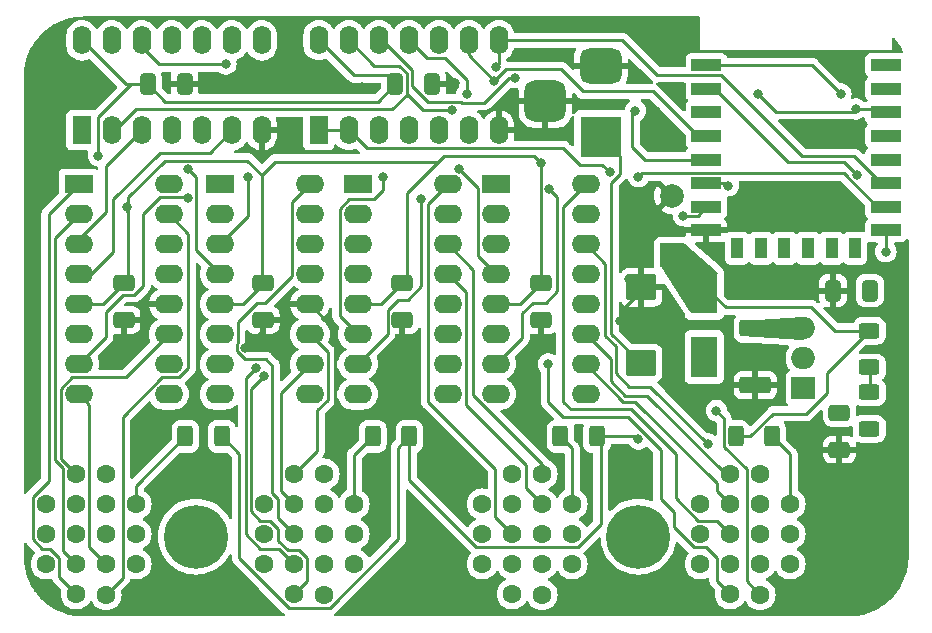
<source format=gbr>
%TF.GenerationSoftware,KiCad,Pcbnew,7.0.5*%
%TF.CreationDate,2023-07-03T19:11:47+08:00*%
%TF.ProjectId,raspnixie-kicad,72617370-6e69-4786-9965-2d6b69636164,rev?*%
%TF.SameCoordinates,Original*%
%TF.FileFunction,Copper,L2,Bot*%
%TF.FilePolarity,Positive*%
%FSLAX46Y46*%
G04 Gerber Fmt 4.6, Leading zero omitted, Abs format (unit mm)*
G04 Created by KiCad (PCBNEW 7.0.5) date 2023-07-03 19:11:47*
%MOMM*%
%LPD*%
G01*
G04 APERTURE LIST*
G04 Aperture macros list*
%AMRoundRect*
0 Rectangle with rounded corners*
0 $1 Rounding radius*
0 $2 $3 $4 $5 $6 $7 $8 $9 X,Y pos of 4 corners*
0 Add a 4 corners polygon primitive as box body*
4,1,4,$2,$3,$4,$5,$6,$7,$8,$9,$2,$3,0*
0 Add four circle primitives for the rounded corners*
1,1,$1+$1,$2,$3*
1,1,$1+$1,$4,$5*
1,1,$1+$1,$6,$7*
1,1,$1+$1,$8,$9*
0 Add four rect primitives between the rounded corners*
20,1,$1+$1,$2,$3,$4,$5,0*
20,1,$1+$1,$4,$5,$6,$7,0*
20,1,$1+$1,$6,$7,$8,$9,0*
20,1,$1+$1,$8,$9,$2,$3,0*%
G04 Aperture macros list end*
%TA.AperFunction,ComponentPad*%
%ADD10C,0.800000*%
%TD*%
%TA.AperFunction,ComponentPad*%
%ADD11C,5.400000*%
%TD*%
%TA.AperFunction,ComponentPad*%
%ADD12C,1.600000*%
%TD*%
%TA.AperFunction,ComponentPad*%
%ADD13R,2.000000X2.000000*%
%TD*%
%TA.AperFunction,ComponentPad*%
%ADD14C,2.000000*%
%TD*%
%TA.AperFunction,ComponentPad*%
%ADD15R,1.600000X2.400000*%
%TD*%
%TA.AperFunction,ComponentPad*%
%ADD16O,1.600000X2.400000*%
%TD*%
%TA.AperFunction,ComponentPad*%
%ADD17R,2.400000X1.600000*%
%TD*%
%TA.AperFunction,ComponentPad*%
%ADD18O,2.400000X1.600000*%
%TD*%
%TA.AperFunction,ComponentPad*%
%ADD19R,2.000000X1.905000*%
%TD*%
%TA.AperFunction,ComponentPad*%
%ADD20O,2.000000X1.905000*%
%TD*%
%TA.AperFunction,ComponentPad*%
%ADD21R,3.500000X3.500000*%
%TD*%
%TA.AperFunction,ComponentPad*%
%ADD22RoundRect,0.750000X-1.000000X0.750000X-1.000000X-0.750000X1.000000X-0.750000X1.000000X0.750000X0*%
%TD*%
%TA.AperFunction,ComponentPad*%
%ADD23RoundRect,0.875000X-0.875000X0.875000X-0.875000X-0.875000X0.875000X-0.875000X0.875000X0.875000X0*%
%TD*%
%TA.AperFunction,SMDPad,CuDef*%
%ADD24RoundRect,0.250000X-0.625000X0.400000X-0.625000X-0.400000X0.625000X-0.400000X0.625000X0.400000X0*%
%TD*%
%TA.AperFunction,SMDPad,CuDef*%
%ADD25RoundRect,0.250000X-0.400000X-0.625000X0.400000X-0.625000X0.400000X0.625000X-0.400000X0.625000X0*%
%TD*%
%TA.AperFunction,SMDPad,CuDef*%
%ADD26RoundRect,0.250000X0.400000X0.625000X-0.400000X0.625000X-0.400000X-0.625000X0.400000X-0.625000X0*%
%TD*%
%TA.AperFunction,SMDPad,CuDef*%
%ADD27R,2.300000X3.500000*%
%TD*%
%TA.AperFunction,SMDPad,CuDef*%
%ADD28R,2.500000X1.000000*%
%TD*%
%TA.AperFunction,SMDPad,CuDef*%
%ADD29R,1.000000X1.800000*%
%TD*%
%TA.AperFunction,SMDPad,CuDef*%
%ADD30RoundRect,0.250000X0.412500X0.650000X-0.412500X0.650000X-0.412500X-0.650000X0.412500X-0.650000X0*%
%TD*%
%TA.AperFunction,SMDPad,CuDef*%
%ADD31RoundRect,0.250000X-0.650000X0.412500X-0.650000X-0.412500X0.650000X-0.412500X0.650000X0.412500X0*%
%TD*%
%TA.AperFunction,SMDPad,CuDef*%
%ADD32RoundRect,0.249999X-1.075001X0.450001X-1.075001X-0.450001X1.075001X-0.450001X1.075001X0.450001X0*%
%TD*%
%TA.AperFunction,SMDPad,CuDef*%
%ADD33RoundRect,0.250000X1.025000X-0.875000X1.025000X0.875000X-1.025000X0.875000X-1.025000X-0.875000X0*%
%TD*%
%TA.AperFunction,SMDPad,CuDef*%
%ADD34RoundRect,0.250000X-0.412500X-0.650000X0.412500X-0.650000X0.412500X0.650000X-0.412500X0.650000X0*%
%TD*%
%TA.AperFunction,ViaPad*%
%ADD35C,0.800000*%
%TD*%
%TA.AperFunction,Conductor*%
%ADD36C,0.250000*%
%TD*%
G04 APERTURE END LIST*
D10*
%TO.P,REF\u002A\u002A,1*%
%TO.N,N/C*%
X111598109Y-81118109D03*
X114461891Y-83981891D03*
X115055000Y-82550000D03*
X113030000Y-80525000D03*
X111005000Y-82550000D03*
X114461891Y-81118109D03*
X113030000Y-84575000D03*
D11*
X113030000Y-82550000D03*
D10*
X111598109Y-83981891D03*
%TD*%
%TO.P,REF\u002A\u002A,1*%
%TO.N,N/C*%
X74133109Y-83981891D03*
D11*
X75565000Y-82550000D03*
D10*
X75565000Y-84575000D03*
X76996891Y-81118109D03*
X73540000Y-82550000D03*
X75565000Y-80525000D03*
X77590000Y-82550000D03*
X76996891Y-83981891D03*
X74133109Y-81118109D03*
%TD*%
D12*
%TO.P,NX4,NC*%
%TO.N,N/C*%
X118264077Y-84863077D03*
X125884077Y-84863077D03*
%TO.P,NX4,13,A2*%
%TO.N,unconnected-(NX4-A2-Pad13)*%
X118264077Y-79783077D03*
%TO.P,NX4,12,A1*%
%TO.N,Net-(NX4-A1)*%
X125884077Y-79783077D03*
%TO.P,NX4,11,PR*%
%TO.N,unconnected-(NX4-PR-Pad11)*%
X125884077Y-82323077D03*
%TO.P,NX4,10,DP*%
%TO.N,unconnected-(NX4-DP-Pad10)*%
X118264077Y-82323077D03*
%TO.P,NX4,9,K9*%
%TO.N,Net-(NX4-K9)*%
X120804077Y-84863077D03*
%TO.P,NX4,8,K8*%
%TO.N,Net-(NX4-K8)*%
X120804077Y-87403077D03*
%TO.P,NX4,7,K7*%
%TO.N,Net-(NX4-K7)*%
X120804077Y-79783077D03*
%TO.P,NX4,6,K6*%
%TO.N,Net-(NX4-K6)*%
X120804077Y-77243077D03*
%TO.P,NX4,5,K5*%
%TO.N,Net-(NX4-K5)*%
X123344077Y-77243077D03*
%TO.P,NX4,4,K4*%
%TO.N,Net-(NX4-K4)*%
X123344077Y-79805773D03*
%TO.P,NX4,3,K3*%
%TO.N,Net-(NX4-K3)*%
X123344077Y-82323077D03*
%TO.P,NX4,2,K2*%
%TO.N,Net-(NX4-K2)*%
X123344077Y-84863077D03*
%TO.P,NX4,1,K1*%
%TO.N,Net-(NX4-K1)*%
X123344077Y-87460432D03*
%TO.P,NX4,0,K0*%
%TO.N,Net-(NX4-K0)*%
X120804077Y-82323077D03*
%TD*%
%TO.P,NX3,NC*%
%TO.N,N/C*%
X99806743Y-84863077D03*
X107426743Y-84863077D03*
%TO.P,NX3,13,A2*%
%TO.N,unconnected-(NX3-A2-Pad13)*%
X99806743Y-79783077D03*
%TO.P,NX3,12,A1*%
%TO.N,Net-(NX3-A1)*%
X107426743Y-79783077D03*
%TO.P,NX3,11,PR*%
%TO.N,unconnected-(NX3-PR-Pad11)*%
X107426743Y-82323077D03*
%TO.P,NX3,10,DP*%
%TO.N,unconnected-(NX3-DP-Pad10)*%
X99806743Y-82323077D03*
%TO.P,NX3,9,K9*%
%TO.N,Net-(NX3-K9)*%
X102346743Y-84863077D03*
%TO.P,NX3,8,K8*%
%TO.N,Net-(NX3-K8)*%
X102346743Y-87403077D03*
%TO.P,NX3,7,K7*%
%TO.N,Net-(NX3-K7)*%
X102346743Y-79783077D03*
%TO.P,NX3,6,K6*%
%TO.N,Net-(NX3-K6)*%
X102346743Y-77243077D03*
%TO.P,NX3,5,K5*%
%TO.N,Net-(NX3-K5)*%
X104886743Y-77243077D03*
%TO.P,NX3,4,K4*%
%TO.N,Net-(NX3-K4)*%
X104886743Y-79805773D03*
%TO.P,NX3,3,K3*%
%TO.N,Net-(NX3-K3)*%
X104886743Y-82323077D03*
%TO.P,NX3,2,K2*%
%TO.N,Net-(NX3-K2)*%
X104886743Y-84863077D03*
%TO.P,NX3,1,K1*%
%TO.N,Net-(NX3-K1)*%
X104886743Y-87460432D03*
%TO.P,NX3,0,K0*%
%TO.N,Net-(NX3-K0)*%
X102346743Y-82323077D03*
%TD*%
D13*
%TO.P,C14,1*%
%TO.N,Net-(D1-K)*%
X115851077Y-58701077D03*
D14*
%TO.P,C14,2*%
%TO.N,GND*%
X115851077Y-53701077D03*
%TD*%
D15*
%TO.P,U2,1,A*%
%TO.N,Net-(U2-A)*%
X65913000Y-48148000D03*
D16*
%TO.P,U2,2,B*%
X68453000Y-48148000D03*
%TO.P,U2,3,Qa*%
%TO.N,Net-(U2-Qa)*%
X70993000Y-48148000D03*
%TO.P,U2,4,Qb*%
%TO.N,Net-(U2-Qb)*%
X73533000Y-48148000D03*
%TO.P,U2,5,Qc*%
%TO.N,Net-(U2-Qc)*%
X76073000Y-48148000D03*
%TO.P,U2,6,Qd*%
%TO.N,Net-(U2-Qd)*%
X78613000Y-48148000D03*
%TO.P,U2,7,Vss*%
%TO.N,GND*%
X81153000Y-48148000D03*
%TO.P,U2,8,CK*%
%TO.N,Net-(U1-GPIO12)*%
X81153000Y-40528000D03*
%TO.P,U2,9,~{R}*%
%TO.N,Net-(U1-GPIO4)*%
X78613000Y-40528000D03*
%TO.P,U2,10,Qe*%
%TO.N,Net-(U2-Qe)*%
X76073000Y-40528000D03*
%TO.P,U2,11,Qf*%
%TO.N,Net-(U2-Qf)*%
X73533000Y-40528000D03*
%TO.P,U2,12,Qg*%
%TO.N,Net-(U2-Qg)*%
X70993000Y-40528000D03*
%TO.P,U2,13,Qh*%
%TO.N,Net-(U2-Qh)*%
X68453000Y-40528000D03*
%TO.P,U2,14,Vdd*%
%TO.N,+5V*%
X65913000Y-40528000D03*
%TD*%
D17*
%TO.P,U5,1,~{Q8}*%
%TO.N,Net-(NX2-K8)*%
X77597000Y-52705000D03*
D18*
%TO.P,U5,2,~{Q9}*%
%TO.N,Net-(NX2-K9)*%
X77597000Y-55245000D03*
%TO.P,U5,3,A*%
%TO.N,Net-(U2-Qe)*%
X77597000Y-57785000D03*
%TO.P,U5,4,D*%
%TO.N,Net-(U2-Qh)*%
X77597000Y-60325000D03*
%TO.P,U5,5,VCC*%
%TO.N,+5V*%
X77597000Y-62865000D03*
%TO.P,U5,6,B*%
%TO.N,Net-(U2-Qf)*%
X77597000Y-65405000D03*
%TO.P,U5,7,C*%
%TO.N,Net-(U2-Qg)*%
X77597000Y-67945000D03*
%TO.P,U5,8,~{Q2}*%
%TO.N,Net-(NX2-K2)*%
X77597000Y-70485000D03*
%TO.P,U5,9,~{Q3}*%
%TO.N,Net-(NX2-K3)*%
X85217000Y-70485000D03*
%TO.P,U5,10,~{Q7}*%
%TO.N,Net-(NX2-K7)*%
X85217000Y-67945000D03*
%TO.P,U5,11,~{Q6}*%
%TO.N,Net-(NX2-K6)*%
X85217000Y-65405000D03*
%TO.P,U5,12,GND*%
%TO.N,GND*%
X85217000Y-62865000D03*
%TO.P,U5,13,~{Q4}*%
%TO.N,Net-(NX2-K4)*%
X85217000Y-60325000D03*
%TO.P,U5,14,~{Q5}*%
%TO.N,Net-(NX2-K5)*%
X85217000Y-57785000D03*
%TO.P,U5,15,~{Q1}*%
%TO.N,Net-(NX2-K1)*%
X85217000Y-55245000D03*
%TO.P,U5,16,~{Q0}*%
%TO.N,Net-(NX2-K0)*%
X85217000Y-52705000D03*
%TD*%
D12*
%TO.P,NX2,NC*%
%TO.N,N/C*%
X88969410Y-84863077D03*
X81349410Y-84863077D03*
%TO.P,NX2,13,A2*%
%TO.N,unconnected-(NX2-A2-Pad13)*%
X81349410Y-79783077D03*
%TO.P,NX2,12,A1*%
%TO.N,Net-(NX2-A1)*%
X88969410Y-79783077D03*
%TO.P,NX2,11,PR*%
%TO.N,unconnected-(NX2-PR-Pad11)*%
X88969410Y-82323077D03*
%TO.P,NX2,10,DP*%
%TO.N,unconnected-(NX2-DP-Pad10)*%
X81349410Y-82323077D03*
%TO.P,NX2,9,K9*%
%TO.N,Net-(NX2-K9)*%
X83889410Y-84863077D03*
%TO.P,NX2,8,K8*%
%TO.N,Net-(NX2-K8)*%
X83889410Y-87403077D03*
%TO.P,NX2,7,K7*%
%TO.N,Net-(NX2-K7)*%
X83889410Y-79783077D03*
%TO.P,NX2,6,K6*%
%TO.N,Net-(NX2-K6)*%
X83889410Y-77243077D03*
%TO.P,NX2,5,K5*%
%TO.N,Net-(NX2-K5)*%
X86429410Y-77243077D03*
%TO.P,NX2,4,K4*%
%TO.N,Net-(NX2-K4)*%
X86429410Y-79805773D03*
%TO.P,NX2,3,K3*%
%TO.N,Net-(NX2-K3)*%
X86429410Y-82323077D03*
%TO.P,NX2,2,K2*%
%TO.N,Net-(NX2-K2)*%
X86429410Y-84863077D03*
%TO.P,NX2,1,K1*%
%TO.N,Net-(NX2-K1)*%
X86429410Y-87460432D03*
%TO.P,NX2,0,K0*%
%TO.N,Net-(NX2-K0)*%
X83889410Y-82323077D03*
%TD*%
D17*
%TO.P,U7,1,~{Q8}*%
%TO.N,Net-(NX4-K8)*%
X100965000Y-52705000D03*
D18*
%TO.P,U7,2,~{Q9}*%
%TO.N,Net-(NX4-K9)*%
X100965000Y-55245000D03*
%TO.P,U7,3,A*%
%TO.N,Net-(U3-Qe)*%
X100965000Y-57785000D03*
%TO.P,U7,4,D*%
%TO.N,Net-(U2-A)*%
X100965000Y-60325000D03*
%TO.P,U7,5,VCC*%
%TO.N,+5V*%
X100965000Y-62865000D03*
%TO.P,U7,6,B*%
%TO.N,Net-(U3-Qf)*%
X100965000Y-65405000D03*
%TO.P,U7,7,C*%
%TO.N,Net-(U3-Qg)*%
X100965000Y-67945000D03*
%TO.P,U7,8,~{Q2}*%
%TO.N,Net-(NX4-K2)*%
X100965000Y-70485000D03*
%TO.P,U7,9,~{Q3}*%
%TO.N,Net-(NX4-K3)*%
X108585000Y-70485000D03*
%TO.P,U7,10,~{Q7}*%
%TO.N,Net-(NX4-K7)*%
X108585000Y-67945000D03*
%TO.P,U7,11,~{Q6}*%
%TO.N,Net-(NX4-K6)*%
X108585000Y-65405000D03*
%TO.P,U7,12,GND*%
%TO.N,GND*%
X108585000Y-62865000D03*
%TO.P,U7,13,~{Q4}*%
%TO.N,Net-(NX4-K4)*%
X108585000Y-60325000D03*
%TO.P,U7,14,~{Q5}*%
%TO.N,Net-(NX4-K5)*%
X108585000Y-57785000D03*
%TO.P,U7,15,~{Q1}*%
%TO.N,Net-(NX4-K1)*%
X108585000Y-55245000D03*
%TO.P,U7,16,~{Q0}*%
%TO.N,Net-(NX4-K0)*%
X108585000Y-52705000D03*
%TD*%
D12*
%TO.P,NX1,0,K0*%
%TO.N,Net-(NX1-K0)*%
X65432077Y-82323077D03*
%TO.P,NX1,1,K1*%
%TO.N,Net-(NX1-K1)*%
X67972077Y-87460432D03*
%TO.P,NX1,2,K2*%
%TO.N,Net-(NX1-K2)*%
X67972077Y-84863077D03*
%TO.P,NX1,3,K3*%
%TO.N,Net-(NX1-K3)*%
X67972077Y-82323077D03*
%TO.P,NX1,4,K4*%
%TO.N,Net-(NX1-K4)*%
X67972077Y-79805773D03*
%TO.P,NX1,5,K5*%
%TO.N,Net-(NX1-K5)*%
X67972077Y-77243077D03*
%TO.P,NX1,6,K6*%
%TO.N,Net-(NX1-K6)*%
X65432077Y-77243077D03*
%TO.P,NX1,7,K7*%
%TO.N,Net-(NX1-K7)*%
X65432077Y-79783077D03*
%TO.P,NX1,8,K8*%
%TO.N,Net-(NX1-K8)*%
X65432077Y-87403077D03*
%TO.P,NX1,9,K9*%
%TO.N,Net-(NX1-K9)*%
X65432077Y-84863077D03*
%TO.P,NX1,10,DP*%
%TO.N,unconnected-(NX1-DP-Pad10)*%
X62892077Y-82323077D03*
%TO.P,NX1,11,PR*%
%TO.N,unconnected-(NX1-PR-Pad11)*%
X70512077Y-82323077D03*
%TO.P,NX1,12,A1*%
%TO.N,Net-(NX1-A1)*%
X70512077Y-79783077D03*
%TO.P,NX1,13,A2*%
%TO.N,unconnected-(NX1-A2-Pad13)*%
X62892077Y-79783077D03*
%TO.P,NX1,NC*%
%TO.N,N/C*%
X62892077Y-84863077D03*
X70512077Y-84863077D03*
%TD*%
D19*
%TO.P,Q1,1,G*%
%TO.N,Net-(Q1-G)*%
X127000000Y-69977000D03*
D20*
%TO.P,Q1,2,D*%
%TO.N,Net-(D1-A)*%
X127000000Y-67437000D03*
%TO.P,Q1,3,S*%
%TO.N,Net-(Q1-S)*%
X127000000Y-64897000D03*
%TD*%
D17*
%TO.P,U4,1,~{Q8}*%
%TO.N,Net-(NX1-K8)*%
X65659000Y-52705000D03*
D18*
%TO.P,U4,2,~{Q9}*%
%TO.N,Net-(NX1-K9)*%
X65659000Y-55245000D03*
%TO.P,U4,3,A*%
%TO.N,Net-(U2-Qa)*%
X65659000Y-57785000D03*
%TO.P,U4,4,D*%
%TO.N,Net-(U2-Qd)*%
X65659000Y-60325000D03*
%TO.P,U4,5,VCC*%
%TO.N,+5V*%
X65659000Y-62865000D03*
%TO.P,U4,6,B*%
%TO.N,Net-(U2-Qb)*%
X65659000Y-65405000D03*
%TO.P,U4,7,C*%
%TO.N,Net-(U2-Qc)*%
X65659000Y-67945000D03*
%TO.P,U4,8,~{Q2}*%
%TO.N,Net-(NX1-K2)*%
X65659000Y-70485000D03*
%TO.P,U4,9,~{Q3}*%
%TO.N,Net-(NX1-K3)*%
X73279000Y-70485000D03*
%TO.P,U4,10,~{Q7}*%
%TO.N,Net-(NX1-K7)*%
X73279000Y-67945000D03*
%TO.P,U4,11,~{Q6}*%
%TO.N,Net-(NX1-K6)*%
X73279000Y-65405000D03*
%TO.P,U4,12,GND*%
%TO.N,GND*%
X73279000Y-62865000D03*
%TO.P,U4,13,~{Q4}*%
%TO.N,Net-(NX1-K4)*%
X73279000Y-60325000D03*
%TO.P,U4,14,~{Q5}*%
%TO.N,Net-(NX1-K5)*%
X73279000Y-57785000D03*
%TO.P,U4,15,~{Q1}*%
%TO.N,Net-(NX1-K1)*%
X73279000Y-55245000D03*
%TO.P,U4,16,~{Q0}*%
%TO.N,Net-(NX1-K0)*%
X73279000Y-52705000D03*
%TD*%
D21*
%TO.P,J2,1*%
%TO.N,+12V*%
X109855000Y-48699077D03*
D22*
%TO.P,J2,2*%
%TO.N,GND*%
X109855000Y-42699077D03*
D23*
%TO.P,J2,3*%
X105155000Y-45699077D03*
%TD*%
D17*
%TO.P,U6,1,~{Q8}*%
%TO.N,Net-(NX3-K8)*%
X89281000Y-52705000D03*
D18*
%TO.P,U6,2,~{Q9}*%
%TO.N,Net-(NX3-K9)*%
X89281000Y-55245000D03*
%TO.P,U6,3,A*%
%TO.N,Net-(U3-Qa)*%
X89281000Y-57785000D03*
%TO.P,U6,4,D*%
%TO.N,Net-(U3-Qd)*%
X89281000Y-60325000D03*
%TO.P,U6,5,VCC*%
%TO.N,+5V*%
X89281000Y-62865000D03*
%TO.P,U6,6,B*%
%TO.N,Net-(U3-Qb)*%
X89281000Y-65405000D03*
%TO.P,U6,7,C*%
%TO.N,Net-(U3-Qc)*%
X89281000Y-67945000D03*
%TO.P,U6,8,~{Q2}*%
%TO.N,Net-(NX3-K2)*%
X89281000Y-70485000D03*
%TO.P,U6,9,~{Q3}*%
%TO.N,Net-(NX3-K3)*%
X96901000Y-70485000D03*
%TO.P,U6,10,~{Q7}*%
%TO.N,Net-(NX3-K7)*%
X96901000Y-67945000D03*
%TO.P,U6,11,~{Q6}*%
%TO.N,Net-(NX3-K6)*%
X96901000Y-65405000D03*
%TO.P,U6,12,GND*%
%TO.N,GND*%
X96901000Y-62865000D03*
%TO.P,U6,13,~{Q4}*%
%TO.N,Net-(NX3-K4)*%
X96901000Y-60325000D03*
%TO.P,U6,14,~{Q5}*%
%TO.N,Net-(NX3-K5)*%
X96901000Y-57785000D03*
%TO.P,U6,15,~{Q1}*%
%TO.N,Net-(NX3-K1)*%
X96901000Y-55245000D03*
%TO.P,U6,16,~{Q0}*%
%TO.N,Net-(NX3-K0)*%
X96901000Y-52705000D03*
%TD*%
D15*
%TO.P,U3,1,A*%
%TO.N,Net-(U1-GPIO13)*%
X85979000Y-48133000D03*
D16*
%TO.P,U3,2,B*%
X88519000Y-48133000D03*
%TO.P,U3,3,Qa*%
%TO.N,Net-(U3-Qa)*%
X91059000Y-48133000D03*
%TO.P,U3,4,Qb*%
%TO.N,Net-(U3-Qb)*%
X93599000Y-48133000D03*
%TO.P,U3,5,Qc*%
%TO.N,Net-(U3-Qc)*%
X96139000Y-48133000D03*
%TO.P,U3,6,Qd*%
%TO.N,Net-(U3-Qd)*%
X98679000Y-48133000D03*
%TO.P,U3,7,Vss*%
%TO.N,GND*%
X101219000Y-48133000D03*
%TO.P,U3,8,CK*%
%TO.N,Net-(U1-GPIO12)*%
X101219000Y-40513000D03*
%TO.P,U3,9,~{R}*%
%TO.N,Net-(U1-GPIO4)*%
X98679000Y-40513000D03*
%TO.P,U3,10,Qe*%
%TO.N,Net-(U3-Qe)*%
X96139000Y-40513000D03*
%TO.P,U3,11,Qf*%
%TO.N,Net-(U3-Qf)*%
X93599000Y-40513000D03*
%TO.P,U3,12,Qg*%
%TO.N,Net-(U3-Qg)*%
X91059000Y-40513000D03*
%TO.P,U3,13,Qh*%
%TO.N,Net-(U2-A)*%
X88519000Y-40513000D03*
%TO.P,U3,14,Vdd*%
%TO.N,+5V*%
X85979000Y-40513000D03*
%TD*%
D24*
%TO.P,R10,1*%
%TO.N,Net-(D1-K)*%
X132588000Y-65125000D03*
%TO.P,R10,2*%
%TO.N,Net-(U10-FB)*%
X132588000Y-68225000D03*
%TD*%
D25*
%TO.P,R5,1*%
%TO.N,Net-(NX1-A1)*%
X74677077Y-74068077D03*
%TO.P,R5,2*%
%TO.N,Net-(D1-K)*%
X77777077Y-74068077D03*
%TD*%
D24*
%TO.P,R11,1*%
%TO.N,Net-(U10-FB)*%
X132588000Y-70332000D03*
%TO.P,R11,2*%
%TO.N,Net-(R11-Pad2)*%
X132588000Y-73432000D03*
%TD*%
D26*
%TO.P,R8,1*%
%TO.N,Net-(NX4-A1)*%
X124359000Y-74068077D03*
%TO.P,R8,2*%
%TO.N,Net-(D1-K)*%
X121259000Y-74068077D03*
%TD*%
D25*
%TO.P,R7,1*%
%TO.N,Net-(NX3-A1)*%
X106427077Y-74068077D03*
%TO.P,R7,2*%
%TO.N,Net-(D1-K)*%
X109527077Y-74068077D03*
%TD*%
D27*
%TO.P,D1,1,K*%
%TO.N,Net-(D1-K)*%
X118618000Y-61943000D03*
%TO.P,D1,2,A*%
%TO.N,Net-(D1-A)*%
X118618000Y-67343000D03*
%TD*%
D28*
%TO.P,U1,1,~{RST}*%
%TO.N,unconnected-(U1-~{RST}-Pad1)*%
X133992077Y-42628077D03*
%TO.P,U1,2,ADC*%
%TO.N,unconnected-(U1-ADC-Pad2)*%
X133992077Y-44628077D03*
%TO.P,U1,3,EN*%
%TO.N,Net-(J1-Pin_5)*%
X133992077Y-46628077D03*
%TO.P,U1,4,GPIO16*%
%TO.N,unconnected-(U1-GPIO16-Pad4)*%
X133992077Y-48628077D03*
%TO.P,U1,5,GPIO14*%
%TO.N,unconnected-(U1-GPIO14-Pad5)*%
X133992077Y-50628077D03*
%TO.P,U1,6,GPIO12*%
%TO.N,Net-(U1-GPIO12)*%
X133992077Y-52628077D03*
%TO.P,U1,7,GPIO13*%
%TO.N,Net-(U1-GPIO13)*%
X133992077Y-54628077D03*
%TO.P,U1,8,VCC*%
%TO.N,+3.3V*%
X133992077Y-56628077D03*
D29*
%TO.P,U1,9,CS0*%
%TO.N,unconnected-(U1-CS0-Pad9)*%
X131392077Y-58128077D03*
%TO.P,U1,10,MISO*%
%TO.N,unconnected-(U1-MISO-Pad10)*%
X129392077Y-58128077D03*
%TO.P,U1,11,GPIO9*%
%TO.N,unconnected-(U1-GPIO9-Pad11)*%
X127392077Y-58128077D03*
%TO.P,U1,12,GPIO10*%
%TO.N,unconnected-(U1-GPIO10-Pad12)*%
X125392077Y-58128077D03*
%TO.P,U1,13,MOSI*%
%TO.N,unconnected-(U1-MOSI-Pad13)*%
X123392077Y-58128077D03*
%TO.P,U1,14,SCLK*%
%TO.N,unconnected-(U1-SCLK-Pad14)*%
X121392077Y-58128077D03*
D28*
%TO.P,U1,15,GND*%
%TO.N,GND*%
X118792077Y-56628077D03*
%TO.P,U1,16,GPIO15*%
%TO.N,Net-(U1-GPIO15)*%
X118792077Y-54628077D03*
%TO.P,U1,17,GPIO2*%
%TO.N,Net-(U1-GPIO2)*%
X118792077Y-52628077D03*
%TO.P,U1,18,GPIO0*%
%TO.N,Net-(J1-Pin_7)*%
X118792077Y-50628077D03*
%TO.P,U1,19,GPIO4*%
%TO.N,Net-(U1-GPIO4)*%
X118792077Y-48628077D03*
%TO.P,U1,20,GPIO5*%
%TO.N,unconnected-(U1-GPIO5-Pad20)*%
X118792077Y-46628077D03*
%TO.P,U1,21,GPIO3/RXD*%
%TO.N,Net-(J1-Pin_3)*%
X118792077Y-44628077D03*
%TO.P,U1,22,GPIO1/TXD*%
%TO.N,Net-(J1-Pin_4)*%
X118792077Y-42628077D03*
%TD*%
D30*
%TO.P,C9,1*%
%TO.N,Net-(U10-REF)*%
X132626500Y-61722000D03*
%TO.P,C9,2*%
%TO.N,GND*%
X129501500Y-61722000D03*
%TD*%
D31*
%TO.P,C3,1*%
%TO.N,+5V*%
X69469000Y-61075577D03*
%TO.P,C3,2*%
%TO.N,GND*%
X69469000Y-64200577D03*
%TD*%
%TO.P,C4,1*%
%TO.N,+5V*%
X81246692Y-61075577D03*
%TO.P,C4,2*%
%TO.N,GND*%
X81246692Y-64200577D03*
%TD*%
%TO.P,C11,1*%
%TO.N,+12V*%
X130048000Y-72059000D03*
%TO.P,C11,2*%
%TO.N,GND*%
X130048000Y-75184000D03*
%TD*%
D32*
%TO.P,R9,1*%
%TO.N,Net-(Q1-S)*%
X122936000Y-64923000D03*
%TO.P,R9,2*%
%TO.N,GND*%
X122936000Y-69723000D03*
%TD*%
D31*
%TO.P,C6,1*%
%TO.N,+5V*%
X104802077Y-61075577D03*
%TO.P,C6,2*%
%TO.N,GND*%
X104802077Y-64200577D03*
%TD*%
D25*
%TO.P,R6,1*%
%TO.N,Net-(NX2-A1)*%
X90552077Y-74068077D03*
%TO.P,R6,2*%
%TO.N,Net-(D1-K)*%
X93652077Y-74068077D03*
%TD*%
D33*
%TO.P,C10,1*%
%TO.N,+12V*%
X113284000Y-67843000D03*
%TO.P,C10,2*%
%TO.N,GND*%
X113284000Y-61443000D03*
%TD*%
D34*
%TO.P,C2,1*%
%TO.N,+5V*%
X92444577Y-44223077D03*
%TO.P,C2,2*%
%TO.N,GND*%
X95569577Y-44223077D03*
%TD*%
%TO.P,C1,1*%
%TO.N,+5V*%
X71489577Y-44223077D03*
%TO.P,C1,2*%
%TO.N,GND*%
X74614577Y-44223077D03*
%TD*%
D31*
%TO.P,C5,1*%
%TO.N,+5V*%
X93024384Y-61075577D03*
%TO.P,C5,2*%
%TO.N,GND*%
X93024384Y-64200577D03*
%TD*%
D35*
%TO.N,Net-(U1-GPIO12)*%
X100965000Y-42762500D03*
%TO.N,Net-(NX4-K8)*%
X105410000Y-67945000D03*
%TO.N,Net-(U1-GPIO13)*%
X110601147Y-51705559D03*
X113030000Y-52070000D03*
%TO.N,+12V*%
X112549077Y-67210077D03*
X114073077Y-68480077D03*
X129730500Y-71945500D03*
X114073077Y-67210077D03*
X113284000Y-67843000D03*
X112549077Y-68480077D03*
%TO.N,Net-(NX2-K8)*%
X81307077Y-68988077D03*
%TO.N,Net-(NX2-K9)*%
X80615226Y-68266725D03*
%TO.N,Net-(NX4-K1)*%
X119634000Y-71882000D03*
%TO.N,Net-(NX4-K5)*%
X118895049Y-74690451D03*
%TO.N,+3.3V*%
X133985000Y-58420000D03*
%TO.N,Net-(U1-GPIO4)*%
X100833701Y-43937701D03*
%TO.N,Net-(U2-Qc)*%
X74867577Y-53903146D03*
%TO.N,+5V*%
X69760500Y-54610000D03*
X104775000Y-50927000D03*
X67310000Y-50292000D03*
%TO.N,Net-(U2-Qe)*%
X80010000Y-52070000D03*
%TO.N,Net-(U2-Qg)*%
X78105000Y-42545000D03*
%TO.N,Net-(U2-Qh)*%
X74897500Y-51435000D03*
%TO.N,Net-(U3-Qb)*%
X91440000Y-52070000D03*
%TO.N,Net-(U3-Qc)*%
X94615000Y-53975000D03*
%TO.N,Net-(U3-Qf)*%
X98488500Y-45085500D03*
%TO.N,Net-(U3-Qg)*%
X105499500Y-53086000D03*
X102616000Y-43688000D03*
%TO.N,Net-(D1-A)*%
X118264077Y-66448077D03*
X119280077Y-66194077D03*
X119280077Y-67210077D03*
X118264077Y-67464077D03*
X118264077Y-68480077D03*
X119280077Y-68226077D03*
%TO.N,Net-(U2-A)*%
X97273048Y-46444500D03*
X97803874Y-51398968D03*
%TO.N,Net-(U10-REF)*%
X132715000Y-61722000D03*
%TO.N,Net-(D1-K)*%
X121285000Y-74168000D03*
X113030000Y-74295000D03*
%TO.N,Net-(J1-Pin_3)*%
X131576799Y-51938201D03*
%TO.N,GND*%
X95504000Y-44196000D03*
X94488000Y-82296000D03*
X111506000Y-79248000D03*
X74168000Y-78613000D03*
X128242500Y-53997500D03*
X78740000Y-44196000D03*
X122936000Y-69977000D03*
X89662000Y-44450000D03*
X97536000Y-44158500D03*
X129540000Y-48895000D03*
X111501701Y-64266299D03*
X79760299Y-66543701D03*
X108712000Y-77089000D03*
X123825000Y-69977000D03*
X122047000Y-69977000D03*
X115316000Y-63246000D03*
X114046000Y-49530000D03*
X91440000Y-77597000D03*
X116078000Y-45212000D03*
X112928400Y-61417200D03*
X112268000Y-58674000D03*
X94234000Y-66040000D03*
X104775000Y-64135000D03*
X113665000Y-62103000D03*
X114554000Y-46482000D03*
X112268000Y-60706000D03*
%TO.N,Net-(J1-Pin_5)*%
X123190000Y-45085000D03*
X131445000Y-46355000D03*
%TO.N,Net-(U1-GPIO2)*%
X120650000Y-52832000D03*
%TO.N,Net-(U1-GPIO15)*%
X116840000Y-55372000D03*
%TO.N,Net-(R11-Pad2)*%
X132588000Y-73279000D03*
%TO.N,Net-(J1-Pin_7)*%
X112776000Y-46482000D03*
%TO.N,Net-(U10-FB)*%
X132488077Y-68226077D03*
%TO.N,Net-(J1-Pin_4)*%
X130175000Y-45085000D03*
%TD*%
D36*
%TO.N,Net-(U1-GPIO12)*%
X100965000Y-42762500D02*
X101219000Y-42508500D01*
X101219000Y-42508500D02*
X101219000Y-40513000D01*
%TO.N,Net-(NX4-K8)*%
X105410000Y-67945000D02*
X105410000Y-71128598D01*
X119679077Y-84397086D02*
X119679077Y-86278077D01*
X105410000Y-71128598D02*
X106671402Y-72390000D01*
X106671402Y-72390000D02*
X112150305Y-72390000D01*
X112150305Y-72390000D02*
X114935000Y-75174695D01*
X116055000Y-81765000D02*
X117738077Y-83448077D01*
X117738077Y-83448077D02*
X118730068Y-83448077D01*
X119679077Y-86278077D02*
X120804077Y-87403077D01*
X114935000Y-75174695D02*
X114935000Y-79375000D01*
X114935000Y-79375000D02*
X116055000Y-80495000D01*
X116055000Y-80495000D02*
X116055000Y-81765000D01*
X118730068Y-83448077D02*
X119679077Y-84397086D01*
%TO.N,Net-(D1-K)*%
X113030000Y-74295000D02*
X112803077Y-74068077D01*
X112803077Y-74068077D02*
X109527077Y-74068077D01*
%TO.N,Net-(U1-GPIO12)*%
X133992077Y-52628077D02*
X133592077Y-52628077D01*
X133592077Y-52628077D02*
X131314000Y-50350000D01*
X114573077Y-43453077D02*
X111633000Y-40513000D01*
X131314000Y-50350000D02*
X126914000Y-50350000D01*
X126914000Y-50350000D02*
X120017077Y-43453077D01*
X120017077Y-43453077D02*
X114573077Y-43453077D01*
X111633000Y-40513000D02*
X101219000Y-40513000D01*
%TO.N,Net-(J1-Pin_3)*%
X131576799Y-51938201D02*
X130438598Y-50800000D01*
X130438598Y-50800000D02*
X125714000Y-50800000D01*
X125714000Y-50800000D02*
X119542077Y-44628077D01*
%TO.N,Net-(U1-GPIO13)*%
X113030000Y-52070000D02*
X113296923Y-51803077D01*
X113296923Y-51803077D02*
X130417077Y-51803077D01*
X130417077Y-51803077D02*
X133242077Y-54628077D01*
X133242077Y-54628077D02*
X133992077Y-54628077D01*
X90044000Y-49658000D02*
X106663923Y-49658000D01*
X109944167Y-51048579D02*
X110601147Y-51705559D01*
X106663923Y-49658000D02*
X108054502Y-51048579D01*
X108054502Y-51048579D02*
X109944167Y-51048579D01*
X88519000Y-48133000D02*
X90044000Y-49658000D01*
X85979000Y-48133000D02*
X88519000Y-48133000D01*
%TO.N,+12V*%
X111469000Y-50313077D02*
X111469000Y-51862305D01*
X110744000Y-52587305D02*
X110744000Y-65405000D01*
X110744000Y-65405000D02*
X112549077Y-67210077D01*
X111469000Y-51862305D02*
X110744000Y-52587305D01*
%TO.N,Net-(NX1-K1)*%
X69387077Y-86045432D02*
X69387077Y-72385933D01*
X74930000Y-68284990D02*
X74930000Y-56896000D01*
X74144990Y-69070000D02*
X74930000Y-68284990D01*
X69387077Y-72385933D02*
X72703010Y-69070000D01*
X72703010Y-69070000D02*
X74144990Y-69070000D01*
X67972077Y-87460432D02*
X69387077Y-86045432D01*
X74930000Y-56896000D02*
X73279000Y-55245000D01*
%TO.N,Net-(NX1-K2)*%
X66557077Y-83448077D02*
X67972077Y-84863077D01*
X66557077Y-71383077D02*
X66557077Y-83448077D01*
X65659000Y-70485000D02*
X66557077Y-71383077D01*
%TO.N,Net-(NX1-K6)*%
X69614000Y-69070000D02*
X73279000Y-65405000D01*
X64134000Y-70019010D02*
X65083010Y-69070000D01*
X65083010Y-69070000D02*
X69614000Y-69070000D01*
X65432077Y-77243077D02*
X64134000Y-75945000D01*
X64134000Y-75945000D02*
X64134000Y-70019010D01*
%TO.N,Net-(NX1-K8)*%
X63119000Y-55245000D02*
X65659000Y-52705000D01*
X61767077Y-82789068D02*
X61767077Y-79202923D01*
X65432077Y-87403077D02*
X64017077Y-85988077D01*
X63119000Y-77851000D02*
X63119000Y-55245000D01*
X61767077Y-79202923D02*
X63119000Y-77851000D01*
X64017077Y-84397086D02*
X63185991Y-83566000D01*
X64017077Y-85988077D02*
X64017077Y-84397086D01*
X63185991Y-83566000D02*
X62544009Y-83566000D01*
X62544009Y-83566000D02*
X61767077Y-82789068D01*
%TO.N,Net-(NX1-K9)*%
X64307077Y-76754473D02*
X63627000Y-76074396D01*
X65432077Y-84863077D02*
X64307077Y-83738077D01*
X64307077Y-83738077D02*
X64307077Y-76754473D01*
X63627000Y-57277000D02*
X65659000Y-55245000D01*
X63627000Y-76074396D02*
X63627000Y-57277000D01*
%TO.N,Net-(NX2-K0)*%
X79035299Y-66243396D02*
X79035299Y-66844006D01*
X82042000Y-78867000D02*
X82550000Y-79375000D01*
X83692000Y-60505942D02*
X81459942Y-62738000D01*
X79460701Y-67268701D02*
X79733725Y-67541725D01*
X79733725Y-67541725D02*
X81521030Y-67541725D01*
X85217000Y-52705000D02*
X83692000Y-54230000D01*
X81521030Y-67541725D02*
X82042000Y-68062695D01*
X79122000Y-64388000D02*
X79122000Y-66156695D01*
X79122000Y-66156695D02*
X79035299Y-66243396D01*
X82550000Y-80983667D02*
X83889410Y-82323077D01*
X82550000Y-79375000D02*
X82550000Y-80983667D01*
X79035299Y-66844006D02*
X79459994Y-67268701D01*
X80772000Y-62738000D02*
X79122000Y-64388000D01*
X83692000Y-54230000D02*
X83692000Y-60505942D01*
X79459994Y-67268701D02*
X79460701Y-67268701D01*
X81459942Y-62738000D02*
X80772000Y-62738000D01*
X82042000Y-68062695D02*
X82042000Y-78867000D01*
%TO.N,Net-(NX2-K6)*%
X86742000Y-70950990D02*
X86742000Y-66930000D01*
X85852000Y-75280487D02*
X85852000Y-71840990D01*
X85852000Y-71840990D02*
X86742000Y-70950990D01*
X86742000Y-66930000D02*
X85217000Y-65405000D01*
X83889410Y-77243077D02*
X85852000Y-75280487D01*
%TO.N,Net-(NX2-K7)*%
X83889410Y-79783077D02*
X82764410Y-78658077D01*
X82764410Y-78658077D02*
X82764410Y-70397590D01*
X82764410Y-70397590D02*
X85217000Y-67945000D01*
%TO.N,Net-(NX2-K8)*%
X80224410Y-70070744D02*
X81307077Y-68988077D01*
X83333865Y-83671136D02*
X82550000Y-82887271D01*
X84288460Y-83671136D02*
X83333865Y-83671136D01*
X81833077Y-81198077D02*
X81013077Y-81198077D01*
X83889410Y-87403077D02*
X85014410Y-86278077D01*
X82550000Y-81915000D02*
X81833077Y-81198077D01*
X81013077Y-81198077D02*
X80224410Y-80409410D01*
X82550000Y-82887271D02*
X82550000Y-81915000D01*
X85014410Y-86278077D02*
X85014410Y-84397086D01*
X85014410Y-84397086D02*
X84288460Y-83671136D01*
X80224410Y-80409410D02*
X80224410Y-70070744D01*
%TO.N,Net-(NX2-K9)*%
X80615226Y-68266725D02*
X79774410Y-69107541D01*
X79774410Y-69107541D02*
X79774410Y-82339068D01*
X79774410Y-82339068D02*
X81001342Y-83566000D01*
X81001342Y-83566000D02*
X82592333Y-83566000D01*
X82592333Y-83566000D02*
X83889410Y-84863077D01*
%TO.N,Net-(NX3-K0)*%
X95250000Y-54356000D02*
X96901000Y-52705000D01*
X100931743Y-76801743D02*
X95250000Y-71120000D01*
X102346743Y-82323077D02*
X100931743Y-80908077D01*
X100931743Y-80908077D02*
X100931743Y-76801743D01*
X95250000Y-71120000D02*
X95250000Y-54356000D01*
%TO.N,Net-(NX3-K4)*%
X103505000Y-78424030D02*
X103505000Y-76497730D01*
X103505000Y-76497730D02*
X98426000Y-71418730D01*
X98426000Y-71418730D02*
X98426000Y-61850000D01*
X104886743Y-79805773D02*
X103505000Y-78424030D01*
X98426000Y-61850000D02*
X96901000Y-60325000D01*
%TO.N,Net-(NX3-K5)*%
X99060000Y-59944000D02*
X96901000Y-57785000D01*
X104886743Y-76397733D02*
X99060000Y-70570990D01*
X99060000Y-70570990D02*
X99060000Y-59944000D01*
X104886743Y-77243077D02*
X104886743Y-76397733D01*
%TO.N,Net-(NX4-K0)*%
X107315000Y-71755000D02*
X106680000Y-71120000D01*
X116205000Y-79314991D02*
X116205000Y-75565000D01*
X106680000Y-71120000D02*
X106680000Y-54610000D01*
X116205000Y-75565000D02*
X112395000Y-71755000D01*
X112395000Y-71755000D02*
X107315000Y-71755000D01*
X120804077Y-82323077D02*
X119679077Y-81198077D01*
X106680000Y-54610000D02*
X108585000Y-52705000D01*
X119679077Y-81198077D02*
X118088086Y-81198077D01*
X118088086Y-81198077D02*
X116205000Y-79314991D01*
%TO.N,Net-(NX4-K1)*%
X120284000Y-72532000D02*
X120284000Y-74931250D01*
X122219077Y-86335432D02*
X123344077Y-87460432D01*
X120284000Y-74931250D02*
X122219077Y-76866327D01*
X122219077Y-76866327D02*
X122219077Y-86335432D01*
X119634000Y-71882000D02*
X120284000Y-72532000D01*
%TO.N,Net-(NX4-K5)*%
X111125000Y-66422396D02*
X110236000Y-65533396D01*
X111125000Y-68707000D02*
X111125000Y-66422396D01*
X112268000Y-69850000D02*
X111125000Y-68707000D01*
X118895049Y-74690451D02*
X114054598Y-69850000D01*
X110236000Y-59436000D02*
X108585000Y-57785000D01*
X114054598Y-69850000D02*
X112268000Y-69850000D01*
X110236000Y-65533396D02*
X110236000Y-59436000D01*
%TO.N,Net-(NX4-K6)*%
X120423077Y-77243077D02*
X113792000Y-70612000D01*
X110675000Y-69401396D02*
X110675000Y-67495000D01*
X110675000Y-67495000D02*
X108585000Y-65405000D01*
X111885604Y-70612000D02*
X110675000Y-69401396D01*
X113792000Y-70612000D02*
X111885604Y-70612000D01*
%TO.N,Net-(NX4-K7)*%
X112776000Y-71120000D02*
X111757208Y-71120000D01*
X111757208Y-71120000D02*
X108585000Y-67947792D01*
X119679077Y-78023077D02*
X112776000Y-71120000D01*
X120804077Y-79783077D02*
X119679077Y-78658077D01*
X119679077Y-78658077D02*
X119679077Y-78023077D01*
%TO.N,+3.3V*%
X133992077Y-58412923D02*
X133985000Y-58420000D01*
X133992077Y-56628077D02*
X133992077Y-58412923D01*
%TO.N,Net-(U1-GPIO4)*%
X100833701Y-43937701D02*
X100833701Y-43936994D01*
X98679000Y-41783000D02*
X98679000Y-40513000D01*
X106463000Y-42963000D02*
X108358077Y-44858077D01*
X114272077Y-44858077D02*
X118042077Y-48628077D01*
X108358077Y-44858077D02*
X114272077Y-44858077D01*
X100833701Y-43937701D02*
X98679000Y-41783000D01*
X100833701Y-43936994D02*
X101807695Y-42963000D01*
X101807695Y-42963000D02*
X106463000Y-42963000D01*
%TO.N,Net-(U2-Qa)*%
X67945000Y-55089887D02*
X67945000Y-51196000D01*
X67945000Y-51196000D02*
X70993000Y-48148000D01*
X65659000Y-57375887D02*
X67945000Y-55089887D01*
%TO.N,Net-(U2-Qc)*%
X71120000Y-61300250D02*
X70357173Y-62063077D01*
X69381923Y-62063077D02*
X67945000Y-63500000D01*
X72535000Y-53830000D02*
X71120000Y-55245000D01*
X74652077Y-53830000D02*
X72535000Y-53830000D01*
X70357173Y-62063077D02*
X69381923Y-62063077D01*
X67945000Y-65659000D02*
X65659000Y-67945000D01*
X74725223Y-53903146D02*
X74652077Y-53830000D01*
X71120000Y-55245000D02*
X71120000Y-61300250D01*
X74867577Y-53903146D02*
X74725223Y-53903146D01*
X67945000Y-63500000D02*
X67945000Y-65659000D01*
%TO.N,Net-(U2-Qd)*%
X68580000Y-58420000D02*
X66675000Y-60325000D01*
X76723000Y-50038000D02*
X72517000Y-50038000D01*
X68580000Y-53975000D02*
X68580000Y-58420000D01*
X72517000Y-50038000D02*
X68580000Y-53975000D01*
X78613000Y-48148000D02*
X76723000Y-50038000D01*
%TO.N,+5V*%
X71489577Y-44223077D02*
X70104928Y-44223077D01*
X88964077Y-43498077D02*
X85979000Y-40513000D01*
X69760500Y-54610000D02*
X69760500Y-55028500D01*
X70104928Y-44223077D02*
X67310000Y-47018005D01*
X69850000Y-53821283D02*
X69850000Y-55118000D01*
X69760500Y-55028500D02*
X69850000Y-55118000D01*
X81153000Y-60921500D02*
X81153000Y-51943000D01*
X93472000Y-60627961D02*
X93472000Y-53467000D01*
X69623077Y-44223077D02*
X71489577Y-44223077D01*
X72986500Y-45720000D02*
X90947654Y-45720000D01*
X96012000Y-50927000D02*
X96578000Y-50361000D01*
X67679577Y-62865000D02*
X69469000Y-61075577D01*
X69850000Y-55118000D02*
X69850000Y-60694577D01*
X92444577Y-44223077D02*
X91719577Y-43498077D01*
X65659000Y-62865000D02*
X67679577Y-62865000D01*
X89281000Y-62865000D02*
X91234961Y-62865000D01*
X104209000Y-50361000D02*
X104775000Y-50927000D01*
X95885000Y-50800000D02*
X96012000Y-50927000D01*
X81153000Y-51943000D02*
X82296000Y-50800000D01*
X90947654Y-45720000D02*
X92444577Y-44223077D01*
X65928000Y-40528000D02*
X69623077Y-44223077D01*
X96578000Y-50361000D02*
X104209000Y-50361000D01*
X79517654Y-62865000D02*
X81307077Y-61075577D01*
X81153000Y-51943000D02*
X79920000Y-50710000D01*
X77597000Y-62865000D02*
X79517654Y-62865000D01*
X71489577Y-44223077D02*
X72986500Y-45720000D01*
X104775000Y-50927000D02*
X104775000Y-61048500D01*
X91234961Y-62865000D02*
X93024384Y-61075577D01*
X100965000Y-62865000D02*
X103012654Y-62865000D01*
X93472000Y-53467000D02*
X96012000Y-50927000D01*
X91719577Y-43498077D02*
X88964077Y-43498077D01*
X67310000Y-47018005D02*
X67310000Y-50292000D01*
X79920000Y-50710000D02*
X72961283Y-50710000D01*
X72961283Y-50710000D02*
X69850000Y-53821283D01*
X82296000Y-50800000D02*
X95885000Y-50800000D01*
X103012654Y-62865000D02*
X104802077Y-61075577D01*
%TO.N,Net-(U2-Qe)*%
X80010000Y-55372000D02*
X80010000Y-52070000D01*
X77597000Y-57785000D02*
X80010000Y-55372000D01*
%TO.N,Net-(U2-Qg)*%
X78105000Y-42545000D02*
X72460990Y-42545000D01*
X72460990Y-42545000D02*
X70993000Y-41077010D01*
%TO.N,Net-(U2-Qh)*%
X74897500Y-51435000D02*
X75592077Y-52129577D01*
X75592077Y-52129577D02*
X75592077Y-58320077D01*
X75592077Y-58320077D02*
X77597000Y-60325000D01*
%TO.N,Net-(U3-Qb)*%
X87756000Y-54779010D02*
X88560010Y-53975000D01*
X87756000Y-63880000D02*
X87756000Y-54779010D01*
X89281000Y-65405000D02*
X87756000Y-63880000D01*
X88560010Y-53975000D02*
X90661000Y-53975000D01*
X90661000Y-53975000D02*
X91440000Y-53196000D01*
X91440000Y-53196000D02*
X91440000Y-52070000D01*
%TO.N,Net-(U3-Qc)*%
X89281000Y-67945000D02*
X91799384Y-65426616D01*
X92710000Y-62484000D02*
X93491634Y-62484000D01*
X91799384Y-65426616D02*
X91799384Y-63394616D01*
X91799384Y-63394616D02*
X92710000Y-62484000D01*
X94615000Y-61360634D02*
X94615000Y-53975000D01*
X93491634Y-62484000D02*
X94615000Y-61360634D01*
%TO.N,Net-(U3-Qf)*%
X96648000Y-42038000D02*
X95124000Y-42038000D01*
X95124000Y-42038000D02*
X93599000Y-40513000D01*
X98488500Y-45085500D02*
X98488500Y-43878500D01*
X98488500Y-43878500D02*
X96648000Y-42038000D01*
%TO.N,Net-(U3-Qg)*%
X99986000Y-45810000D02*
X98124695Y-45810000D01*
X105212664Y-62738000D02*
X104100077Y-62738000D01*
X102108000Y-43688000D02*
X99986000Y-45810000D01*
X95190827Y-45720000D02*
X93882077Y-44411250D01*
X103199050Y-65710950D02*
X100965000Y-67945000D01*
X104100077Y-62738000D02*
X103199050Y-63639027D01*
X102616000Y-43688000D02*
X102108000Y-43688000D01*
X106172000Y-53758500D02*
X106172000Y-61778664D01*
X105499500Y-53086000D02*
X106172000Y-53758500D01*
X93882077Y-44411250D02*
X93882077Y-43082077D01*
X106172000Y-61778664D02*
X105212664Y-62738000D01*
X93882077Y-43082077D02*
X91313000Y-40513000D01*
X103199050Y-63639027D02*
X103199050Y-65710950D01*
X98034695Y-45720000D02*
X95190827Y-45720000D01*
X98124695Y-45810000D02*
X98034695Y-45720000D01*
%TO.N,Net-(NX1-A1)*%
X70512077Y-78233077D02*
X74677077Y-74068077D01*
X70512077Y-79783077D02*
X70512077Y-78233077D01*
%TO.N,Net-(NX3-A1)*%
X106427077Y-74068077D02*
X107426743Y-75067743D01*
X107426743Y-75067743D02*
X107426743Y-79783077D01*
%TO.N,Net-(NX2-A1)*%
X88969410Y-75650744D02*
X90552077Y-74068077D01*
X88969410Y-79783077D02*
X88969410Y-75650744D01*
%TO.N,Net-(NX4-A1)*%
X124359000Y-74068077D02*
X125882400Y-75591477D01*
X125882400Y-75591477D02*
X125882400Y-79781400D01*
%TO.N,Net-(U2-A)*%
X93428740Y-45114586D02*
X93432077Y-45111250D01*
X92769173Y-42672000D02*
X90678000Y-42672000D01*
X94758654Y-46444500D02*
X93428740Y-45114586D01*
X93432077Y-45111250D02*
X93432077Y-43334904D01*
X93432077Y-43334904D02*
X92769173Y-42672000D01*
X99440000Y-53035094D02*
X97803874Y-51398968D01*
X99440000Y-58800000D02*
X99440000Y-53035094D01*
X70485000Y-46355000D02*
X92188327Y-46355000D01*
X100965000Y-60325000D02*
X99440000Y-58800000D01*
X68692000Y-48148000D02*
X70485000Y-46355000D01*
X90678000Y-42672000D02*
X88519000Y-40513000D01*
X97273048Y-46444500D02*
X94758654Y-46444500D01*
X92188327Y-46355000D02*
X93401664Y-45141663D01*
%TO.N,Net-(D1-K)*%
X77777077Y-74068077D02*
X79248000Y-75539000D01*
X93652077Y-74068077D02*
X93652077Y-77777077D01*
X109855000Y-81485811D02*
X109855000Y-74396000D01*
X129032000Y-70358000D02*
X129032000Y-68681000D01*
X93652077Y-77777077D02*
X99323077Y-83448077D01*
X124452904Y-72136000D02*
X127254000Y-72136000D01*
X79248000Y-84352658D02*
X83480774Y-88585432D01*
X119220000Y-61943000D02*
X120423077Y-63146077D01*
X127254000Y-72136000D02*
X129032000Y-70358000D01*
X121259000Y-74068077D02*
X122520827Y-74068077D01*
X129641000Y-65125000D02*
X132588000Y-65125000D01*
X129032000Y-68681000D02*
X132588000Y-65125000D01*
X99323077Y-83448077D02*
X107892734Y-83448077D01*
X86895401Y-88585432D02*
X92710000Y-82770833D01*
X127662077Y-63146077D02*
X129641000Y-65125000D01*
X83480774Y-88585432D02*
X86895401Y-88585432D01*
X107892734Y-83448077D02*
X109855000Y-81485811D01*
X120423077Y-63146077D02*
X127662077Y-63146077D01*
X92710000Y-75010154D02*
X93652077Y-74068077D01*
X92710000Y-82770833D02*
X92710000Y-75010154D01*
X122520827Y-74068077D02*
X124452904Y-72136000D01*
X79248000Y-75539000D02*
X79248000Y-84352658D01*
%TO.N,GND*%
X111501701Y-64266299D02*
X111501701Y-63504299D01*
X85217000Y-62865000D02*
X87376000Y-65024000D01*
X87376000Y-65024000D02*
X87376000Y-71374000D01*
X81246692Y-65057308D02*
X79760299Y-66543701D01*
X97536000Y-44158500D02*
X95634154Y-44158500D01*
X87376000Y-71374000D02*
X88138000Y-72136000D01*
X88138000Y-72136000D02*
X90424000Y-72136000D01*
X111501701Y-63504299D02*
X112928400Y-62077600D01*
X81246692Y-64200577D02*
X81246692Y-65057308D01*
X94234000Y-68326000D02*
X94234000Y-66040000D01*
X90424000Y-72136000D02*
X94234000Y-68326000D01*
%TO.N,Net-(J1-Pin_5)*%
X131445000Y-46355000D02*
X133719000Y-46355000D01*
X131223000Y-46577000D02*
X131445000Y-46355000D01*
X123190000Y-45085000D02*
X124682000Y-46577000D01*
X124682000Y-46577000D02*
X131223000Y-46577000D01*
%TO.N,Net-(U1-GPIO2)*%
X120650000Y-52832000D02*
X120446077Y-52628077D01*
X120446077Y-52628077D02*
X118792077Y-52628077D01*
%TO.N,Net-(U1-GPIO15)*%
X118048154Y-55372000D02*
X118792077Y-54628077D01*
X116840000Y-55372000D02*
X118048154Y-55372000D01*
%TO.N,Net-(J1-Pin_7)*%
X112522000Y-49530000D02*
X113620077Y-50628077D01*
X112776000Y-46482000D02*
X112522000Y-46736000D01*
X112522000Y-46736000D02*
X112522000Y-49530000D01*
X113620077Y-50628077D02*
X118792077Y-50628077D01*
%TO.N,Net-(U10-FB)*%
X132614000Y-70485000D02*
X132614000Y-68251000D01*
%TO.N,Net-(J1-Pin_4)*%
X130175000Y-45085000D02*
X127718077Y-42628077D01*
X127718077Y-42628077D02*
X118792077Y-42628077D01*
%TD*%
%TA.AperFunction,Conductor*%
%TO.N,GND*%
G36*
X75772012Y-59396370D02*
G01*
X75778595Y-59402499D01*
X75992279Y-59616183D01*
X76026305Y-59678495D01*
X76021240Y-59749310D01*
X76017379Y-59758527D01*
X75962719Y-59875748D01*
X75962715Y-59875759D01*
X75906972Y-60083795D01*
X75903457Y-60096913D01*
X75883502Y-60325000D01*
X75903457Y-60553087D01*
X75916909Y-60603289D01*
X75962715Y-60774240D01*
X75962717Y-60774246D01*
X76059477Y-60981749D01*
X76087279Y-61021455D01*
X76190802Y-61169300D01*
X76352700Y-61331198D01*
X76379705Y-61350107D01*
X76540249Y-61462522D01*
X76540250Y-61462522D01*
X76540251Y-61462523D01*
X76579457Y-61480805D01*
X76632741Y-61527719D01*
X76652203Y-61595996D01*
X76631663Y-61663956D01*
X76579459Y-61709193D01*
X76540251Y-61727476D01*
X76352703Y-61858799D01*
X76352697Y-61858804D01*
X76190804Y-62020697D01*
X76190799Y-62020703D01*
X76059477Y-62208250D01*
X75962717Y-62415753D01*
X75962715Y-62415759D01*
X75903457Y-62636913D01*
X75894701Y-62737000D01*
X75883502Y-62865000D01*
X75903457Y-63093087D01*
X75910506Y-63119393D01*
X75962715Y-63314240D01*
X75962717Y-63314246D01*
X76059477Y-63521749D01*
X76185047Y-63701082D01*
X76190802Y-63709300D01*
X76352700Y-63871198D01*
X76540251Y-64002523D01*
X76574936Y-64018697D01*
X76579457Y-64020805D01*
X76632742Y-64067722D01*
X76652203Y-64135999D01*
X76631661Y-64203959D01*
X76579457Y-64249195D01*
X76540250Y-64267477D01*
X76352703Y-64398799D01*
X76352697Y-64398804D01*
X76190804Y-64560697D01*
X76190799Y-64560703D01*
X76059477Y-64748250D01*
X75962717Y-64955753D01*
X75962715Y-64955759D01*
X75903456Y-65176912D01*
X75903457Y-65176913D01*
X75883502Y-65405000D01*
X75903457Y-65633087D01*
X75928406Y-65726198D01*
X75962715Y-65854240D01*
X75962717Y-65854246D01*
X76059477Y-66061749D01*
X76181997Y-66236726D01*
X76190802Y-66249300D01*
X76352700Y-66411198D01*
X76540251Y-66542523D01*
X76569569Y-66556194D01*
X76579457Y-66560805D01*
X76632742Y-66607722D01*
X76652203Y-66675999D01*
X76631661Y-66743959D01*
X76579457Y-66789195D01*
X76540250Y-66807477D01*
X76352703Y-66938799D01*
X76352697Y-66938804D01*
X76190804Y-67100697D01*
X76190799Y-67100703D01*
X76059477Y-67288250D01*
X75962717Y-67495753D01*
X75962715Y-67495759D01*
X75922963Y-67644117D01*
X75903457Y-67716913D01*
X75883502Y-67945000D01*
X75903457Y-68173087D01*
X75935472Y-68292568D01*
X75962715Y-68394240D01*
X75962717Y-68394246D01*
X76059477Y-68601749D01*
X76186040Y-68782500D01*
X76190802Y-68789300D01*
X76352700Y-68951198D01*
X76540251Y-69082523D01*
X76574840Y-69098652D01*
X76579457Y-69100805D01*
X76632742Y-69147722D01*
X76652203Y-69215999D01*
X76631661Y-69283959D01*
X76579457Y-69329195D01*
X76540250Y-69347477D01*
X76352703Y-69478799D01*
X76352697Y-69478804D01*
X76190804Y-69640697D01*
X76190799Y-69640703D01*
X76059477Y-69828250D01*
X75962717Y-70035753D01*
X75962715Y-70035759D01*
X75929021Y-70161507D01*
X75903457Y-70256913D01*
X75883502Y-70485000D01*
X75903457Y-70713087D01*
X75922429Y-70783892D01*
X75962715Y-70934240D01*
X75962717Y-70934246D01*
X76059477Y-71141749D01*
X76176284Y-71308567D01*
X76190802Y-71329300D01*
X76352700Y-71491198D01*
X76540251Y-71622523D01*
X76747757Y-71719284D01*
X76968913Y-71778543D01*
X77139873Y-71793500D01*
X77139880Y-71793500D01*
X78054120Y-71793500D01*
X78054127Y-71793500D01*
X78225087Y-71778543D01*
X78446243Y-71719284D01*
X78653749Y-71622523D01*
X78841300Y-71491198D01*
X78925818Y-71406679D01*
X78988126Y-71372657D01*
X79058942Y-71377721D01*
X79115778Y-71420267D01*
X79140589Y-71486788D01*
X79140910Y-71495777D01*
X79140910Y-73159512D01*
X79120908Y-73227633D01*
X79067252Y-73274126D01*
X78996978Y-73284230D01*
X78932398Y-73254736D01*
X78895306Y-73199145D01*
X78869193Y-73120342D01*
X78869192Y-73120341D01*
X78869192Y-73120339D01*
X78776107Y-72969425D01*
X78776106Y-72969424D01*
X78776101Y-72969418D01*
X78650735Y-72844052D01*
X78650729Y-72844047D01*
X78569976Y-72794238D01*
X78499815Y-72750962D01*
X78381352Y-72711708D01*
X78331504Y-72695190D01*
X78331497Y-72695189D01*
X78227630Y-72684577D01*
X77326532Y-72684577D01*
X77222651Y-72695189D01*
X77054338Y-72750962D01*
X76903424Y-72844047D01*
X76903418Y-72844052D01*
X76778052Y-72969418D01*
X76778047Y-72969424D01*
X76684962Y-73120339D01*
X76629190Y-73288649D01*
X76629189Y-73288656D01*
X76618577Y-73392523D01*
X76618577Y-74743621D01*
X76629189Y-74847502D01*
X76684962Y-75015815D01*
X76778047Y-75166729D01*
X76778052Y-75166735D01*
X76903418Y-75292101D01*
X76903424Y-75292106D01*
X76903425Y-75292107D01*
X77054339Y-75385192D01*
X77222651Y-75440964D01*
X77326532Y-75451577D01*
X78212482Y-75451576D01*
X78280603Y-75471578D01*
X78301577Y-75488481D01*
X78577595Y-75764499D01*
X78611621Y-75826811D01*
X78614500Y-75853594D01*
X78614500Y-80946207D01*
X78594498Y-81014328D01*
X78540842Y-81060821D01*
X78470568Y-81070925D01*
X78405988Y-81041431D01*
X78378222Y-81007155D01*
X78286000Y-80840292D01*
X78285999Y-80840291D01*
X78285996Y-80840285D01*
X78077459Y-80546381D01*
X77837327Y-80277673D01*
X77568619Y-80037541D01*
X77274715Y-79829004D01*
X77274710Y-79829001D01*
X77274707Y-79828999D01*
X77081903Y-79722441D01*
X76959310Y-79654686D01*
X76959303Y-79654683D01*
X76959299Y-79654681D01*
X76626374Y-79516779D01*
X76280076Y-79417013D01*
X75924800Y-79356649D01*
X75589298Y-79337808D01*
X75565000Y-79336444D01*
X75564999Y-79336444D01*
X75205199Y-79356649D01*
X74849923Y-79417013D01*
X74503625Y-79516779D01*
X74170700Y-79654681D01*
X74170677Y-79654693D01*
X73855292Y-79828999D01*
X73561377Y-80037544D01*
X73292673Y-80277673D01*
X73052544Y-80546377D01*
X72843999Y-80840292D01*
X72669693Y-81155677D01*
X72669681Y-81155700D01*
X72531779Y-81488625D01*
X72432013Y-81834923D01*
X72371649Y-82190199D01*
X72351444Y-82550000D01*
X72371649Y-82909800D01*
X72432013Y-83265076D01*
X72531779Y-83611374D01*
X72667096Y-83938058D01*
X72669686Y-83944310D01*
X72710844Y-84018780D01*
X72843999Y-84259707D01*
X72844001Y-84259710D01*
X72844004Y-84259715D01*
X73052541Y-84553619D01*
X73292673Y-84822327D01*
X73561381Y-85062459D01*
X73855285Y-85270996D01*
X74170690Y-85445314D01*
X74503630Y-85583222D01*
X74849917Y-85682985D01*
X75205196Y-85743350D01*
X75565000Y-85763556D01*
X75924804Y-85743350D01*
X76280083Y-85682985D01*
X76626370Y-85583222D01*
X76959310Y-85445314D01*
X77274715Y-85270996D01*
X77568619Y-85062459D01*
X77837327Y-84822327D01*
X78077459Y-84553619D01*
X78285996Y-84259715D01*
X78378222Y-84092843D01*
X78428679Y-84042898D01*
X78498129Y-84028160D01*
X78564522Y-84053310D01*
X78606779Y-84110362D01*
X78614500Y-84153792D01*
X78614500Y-84268804D01*
X78612751Y-84284646D01*
X78613044Y-84284674D01*
X78612298Y-84292566D01*
X78614469Y-84361632D01*
X78614500Y-84363611D01*
X78614500Y-84392509D01*
X78614501Y-84392530D01*
X78615378Y-84399478D01*
X78615844Y-84405390D01*
X78617326Y-84452546D01*
X78617327Y-84452551D01*
X78622977Y-84471997D01*
X78626986Y-84491355D01*
X78629525Y-84511451D01*
X78629526Y-84511457D01*
X78646893Y-84555320D01*
X78648816Y-84560937D01*
X78661982Y-84606251D01*
X78672294Y-84623689D01*
X78680988Y-84641437D01*
X78688444Y-84660267D01*
X78688450Y-84660278D01*
X78716177Y-84698441D01*
X78719437Y-84703404D01*
X78743460Y-84744023D01*
X78757779Y-84758342D01*
X78770617Y-84773372D01*
X78780156Y-84786501D01*
X78782528Y-84789765D01*
X78810794Y-84813149D01*
X78818886Y-84819843D01*
X78823267Y-84823829D01*
X80949279Y-86949841D01*
X82973527Y-88974089D01*
X82983494Y-88986529D01*
X82983721Y-88986342D01*
X82988773Y-88992449D01*
X82988774Y-88992450D01*
X83031262Y-89032349D01*
X83039162Y-89039767D01*
X83040551Y-89041113D01*
X83050340Y-89050902D01*
X83061000Y-89061563D01*
X83066542Y-89065862D01*
X83071055Y-89069717D01*
X83092363Y-89089726D01*
X83128329Y-89150938D01*
X83125492Y-89221878D01*
X83084752Y-89280023D01*
X83019044Y-89306911D01*
X83006111Y-89307577D01*
X66068372Y-89307577D01*
X66065776Y-89307523D01*
X66028177Y-89305967D01*
X65839710Y-89298171D01*
X65839613Y-89298138D01*
X65839435Y-89298160D01*
X65644947Y-89289687D01*
X65639894Y-89289263D01*
X65414829Y-89261208D01*
X65216894Y-89235148D01*
X65212187Y-89234346D01*
X65021660Y-89194396D01*
X64992871Y-89188359D01*
X64917395Y-89171627D01*
X64795035Y-89144499D01*
X64790693Y-89143373D01*
X64576863Y-89079712D01*
X64382419Y-89018402D01*
X64378462Y-89017008D01*
X64225013Y-88957132D01*
X64171702Y-88936330D01*
X64170519Y-88935854D01*
X63982025Y-88857776D01*
X63978464Y-88856170D01*
X63898209Y-88816936D01*
X63779416Y-88758861D01*
X63778029Y-88758160D01*
X63596731Y-88663781D01*
X63593572Y-88662019D01*
X63403471Y-88548743D01*
X63401870Y-88547756D01*
X63274524Y-88466627D01*
X63229305Y-88437819D01*
X63226559Y-88435965D01*
X63046578Y-88307460D01*
X63044854Y-88306184D01*
X62968211Y-88247373D01*
X62882441Y-88181558D01*
X62880077Y-88179651D01*
X62711362Y-88036758D01*
X62709516Y-88035131D01*
X62558553Y-87896797D01*
X62556567Y-87894896D01*
X62400270Y-87738598D01*
X62398382Y-87736625D01*
X62346054Y-87679519D01*
X62260025Y-87585633D01*
X62258399Y-87583788D01*
X62116164Y-87415851D01*
X62115512Y-87415081D01*
X62113641Y-87412761D01*
X61988995Y-87250317D01*
X61987704Y-87248573D01*
X61892910Y-87115804D01*
X61859201Y-87068592D01*
X61857359Y-87065862D01*
X61747396Y-86893254D01*
X61746459Y-86891734D01*
X61633142Y-86701563D01*
X61631413Y-86698461D01*
X61537013Y-86517119D01*
X61536296Y-86515698D01*
X61439010Y-86316693D01*
X61437404Y-86313132D01*
X61400308Y-86223574D01*
X61359311Y-86124598D01*
X61358874Y-86123511D01*
X61278162Y-85916660D01*
X61276792Y-85912774D01*
X61215462Y-85718254D01*
X61151805Y-85504433D01*
X61150695Y-85500149D01*
X61106840Y-85302330D01*
X61060836Y-85082920D01*
X61060049Y-85078310D01*
X61033999Y-84880431D01*
X61005926Y-84655209D01*
X61005505Y-84650198D01*
X60997453Y-84465772D01*
X60988345Y-84245534D01*
X60987631Y-84228263D01*
X60987577Y-84225660D01*
X60987577Y-83181740D01*
X61007579Y-83113619D01*
X61061235Y-83067126D01*
X61131509Y-83057022D01*
X61196089Y-83086516D01*
X61215511Y-83107676D01*
X61226837Y-83123265D01*
X61235255Y-83134852D01*
X61238514Y-83139814D01*
X61262537Y-83180433D01*
X61276856Y-83194752D01*
X61289694Y-83209782D01*
X61299233Y-83222911D01*
X61301605Y-83226175D01*
X61307249Y-83230844D01*
X61337963Y-83256253D01*
X61342344Y-83260239D01*
X61630071Y-83547966D01*
X61904284Y-83822179D01*
X61938310Y-83884491D01*
X61933245Y-83955306D01*
X61904288Y-84000365D01*
X61885885Y-84018769D01*
X61885878Y-84018776D01*
X61754554Y-84206327D01*
X61657794Y-84413830D01*
X61657792Y-84413836D01*
X61598534Y-84634990D01*
X61579108Y-84857036D01*
X61578579Y-84863077D01*
X61597410Y-85078310D01*
X61598534Y-85091163D01*
X61657792Y-85312317D01*
X61657794Y-85312323D01*
X61754554Y-85519826D01*
X61865982Y-85678962D01*
X61885879Y-85707377D01*
X62047777Y-85869275D01*
X62235328Y-86000600D01*
X62442834Y-86097361D01*
X62663990Y-86156620D01*
X62892077Y-86176575D01*
X63120164Y-86156620D01*
X63266496Y-86117410D01*
X63337470Y-86119099D01*
X63396267Y-86158892D01*
X63420102Y-86203959D01*
X63431059Y-86241671D01*
X63441371Y-86259108D01*
X63450065Y-86276856D01*
X63457521Y-86295686D01*
X63457527Y-86295697D01*
X63485254Y-86333860D01*
X63488514Y-86338823D01*
X63512537Y-86379442D01*
X63526856Y-86393761D01*
X63539694Y-86408791D01*
X63548224Y-86420530D01*
X63551605Y-86425184D01*
X63579871Y-86448568D01*
X63587963Y-86455262D01*
X63592344Y-86459248D01*
X63878358Y-86745262D01*
X64122924Y-86989828D01*
X64156950Y-87052140D01*
X64155536Y-87111533D01*
X64138535Y-87174984D01*
X64138534Y-87174987D01*
X64138534Y-87174990D01*
X64118579Y-87403077D01*
X64134311Y-87582889D01*
X64138534Y-87631163D01*
X64197792Y-87852317D01*
X64197794Y-87852323D01*
X64294554Y-88059826D01*
X64378456Y-88179651D01*
X64425879Y-88247377D01*
X64587777Y-88409275D01*
X64775328Y-88540600D01*
X64982834Y-88637361D01*
X65203990Y-88696620D01*
X65432077Y-88716575D01*
X65660164Y-88696620D01*
X65881320Y-88637361D01*
X66088826Y-88540600D01*
X66276377Y-88409275D01*
X66438275Y-88247377D01*
X66569600Y-88059826D01*
X66574507Y-88049301D01*
X66621422Y-87996015D01*
X66689698Y-87976551D01*
X66757659Y-87997090D01*
X66802899Y-88049297D01*
X66807809Y-88059826D01*
X66834554Y-88117181D01*
X66965879Y-88304732D01*
X67127777Y-88466630D01*
X67315328Y-88597955D01*
X67522834Y-88694716D01*
X67743990Y-88753975D01*
X67972077Y-88773930D01*
X68200164Y-88753975D01*
X68421320Y-88694716D01*
X68628826Y-88597955D01*
X68816377Y-88466630D01*
X68978275Y-88304732D01*
X69109600Y-88117181D01*
X69206361Y-87909675D01*
X69265620Y-87688519D01*
X69285575Y-87460432D01*
X69265620Y-87232345D01*
X69248617Y-87168889D01*
X69250306Y-87097913D01*
X69281226Y-87047185D01*
X69775734Y-86552677D01*
X69788169Y-86542716D01*
X69787982Y-86542489D01*
X69794093Y-86537433D01*
X69794092Y-86537433D01*
X69794095Y-86537432D01*
X69841429Y-86487024D01*
X69842744Y-86485667D01*
X69863211Y-86465202D01*
X69867506Y-86459664D01*
X69871348Y-86455163D01*
X69903663Y-86420753D01*
X69913422Y-86402999D01*
X69924274Y-86386478D01*
X69936690Y-86370473D01*
X69952533Y-86333860D01*
X69955424Y-86327180D01*
X69958038Y-86321844D01*
X69971073Y-86298134D01*
X69980772Y-86280492D01*
X69985810Y-86260867D01*
X69992215Y-86242162D01*
X70000258Y-86223577D01*
X70000259Y-86223570D01*
X70002471Y-86215961D01*
X70003992Y-86216403D01*
X70030499Y-86160481D01*
X70090765Y-86122951D01*
X70157149Y-86122633D01*
X70283990Y-86156620D01*
X70512077Y-86176575D01*
X70740164Y-86156620D01*
X70961320Y-86097361D01*
X71168826Y-86000600D01*
X71356377Y-85869275D01*
X71518275Y-85707377D01*
X71649600Y-85519826D01*
X71746361Y-85312320D01*
X71805620Y-85091164D01*
X71825575Y-84863077D01*
X71805620Y-84634990D01*
X71746361Y-84413834D01*
X71649600Y-84206328D01*
X71518275Y-84018777D01*
X71356377Y-83856879D01*
X71341661Y-83846575D01*
X71168827Y-83725555D01*
X71168826Y-83725554D01*
X71129620Y-83707272D01*
X71076335Y-83660356D01*
X71056873Y-83592079D01*
X71077414Y-83524119D01*
X71129620Y-83478882D01*
X71132074Y-83477737D01*
X71168826Y-83460600D01*
X71356377Y-83329275D01*
X71518275Y-83167377D01*
X71649600Y-82979826D01*
X71746361Y-82772320D01*
X71805620Y-82551164D01*
X71825575Y-82323077D01*
X71805620Y-82094990D01*
X71746361Y-81873834D01*
X71649600Y-81666328D01*
X71518275Y-81478777D01*
X71356377Y-81316879D01*
X71168826Y-81185554D01*
X71129620Y-81167272D01*
X71076335Y-81120356D01*
X71056873Y-81052079D01*
X71077414Y-80984119D01*
X71129620Y-80938882D01*
X71147672Y-80930464D01*
X71168826Y-80920600D01*
X71356377Y-80789275D01*
X71518275Y-80627377D01*
X71649600Y-80439826D01*
X71746361Y-80232320D01*
X71805620Y-80011164D01*
X71825575Y-79783077D01*
X71805620Y-79554990D01*
X71746361Y-79333834D01*
X71649600Y-79126328D01*
X71518275Y-78938777D01*
X71356377Y-78776879D01*
X71293576Y-78732905D01*
X71199306Y-78666896D01*
X71154978Y-78611439D01*
X71145577Y-78563683D01*
X71145577Y-78547670D01*
X71165579Y-78479549D01*
X71182477Y-78458580D01*
X74152577Y-75488479D01*
X74214887Y-75454455D01*
X74241660Y-75451576D01*
X75127621Y-75451576D01*
X75231503Y-75440964D01*
X75399815Y-75385192D01*
X75550729Y-75292107D01*
X75676107Y-75166729D01*
X75769192Y-75015815D01*
X75824964Y-74847503D01*
X75835577Y-74743622D01*
X75835576Y-73392533D01*
X75832346Y-73360919D01*
X75824964Y-73288651D01*
X75802044Y-73219482D01*
X75769192Y-73120339D01*
X75676107Y-72969425D01*
X75676106Y-72969424D01*
X75676101Y-72969418D01*
X75550735Y-72844052D01*
X75550729Y-72844047D01*
X75469976Y-72794238D01*
X75399815Y-72750962D01*
X75281352Y-72711708D01*
X75231504Y-72695190D01*
X75231497Y-72695189D01*
X75127630Y-72684577D01*
X74226532Y-72684577D01*
X74122651Y-72695189D01*
X73954338Y-72750962D01*
X73803424Y-72844047D01*
X73803418Y-72844052D01*
X73678052Y-72969418D01*
X73678047Y-72969424D01*
X73584962Y-73120339D01*
X73529190Y-73288649D01*
X73529189Y-73288656D01*
X73518577Y-73392523D01*
X73518577Y-74278481D01*
X73498575Y-74346602D01*
X73481672Y-74367576D01*
X70235672Y-77613576D01*
X70173360Y-77647602D01*
X70102545Y-77642537D01*
X70045709Y-77599990D01*
X70020898Y-77533470D01*
X70020577Y-77524481D01*
X70020577Y-72700526D01*
X70040579Y-72632405D01*
X70057477Y-72611436D01*
X71547037Y-71121875D01*
X71609347Y-71087852D01*
X71680162Y-71092916D01*
X71736998Y-71135463D01*
X71739343Y-71138701D01*
X71741476Y-71141747D01*
X71741477Y-71141749D01*
X71786227Y-71205658D01*
X71858284Y-71308567D01*
X71872802Y-71329300D01*
X72034700Y-71491198D01*
X72222251Y-71622523D01*
X72429757Y-71719284D01*
X72650913Y-71778543D01*
X72821873Y-71793500D01*
X72821880Y-71793500D01*
X73736120Y-71793500D01*
X73736127Y-71793500D01*
X73907087Y-71778543D01*
X74128243Y-71719284D01*
X74335749Y-71622523D01*
X74523300Y-71491198D01*
X74685198Y-71329300D01*
X74816523Y-71141749D01*
X74913284Y-70934243D01*
X74972543Y-70713087D01*
X74992498Y-70485000D01*
X74972543Y-70256913D01*
X74913284Y-70035757D01*
X74816523Y-69828251D01*
X74685198Y-69640700D01*
X74666790Y-69622292D01*
X74632764Y-69559980D01*
X74637829Y-69489165D01*
X74666788Y-69444104D01*
X75318657Y-68792235D01*
X75331097Y-68782272D01*
X75330908Y-68782044D01*
X75337012Y-68776993D01*
X75337018Y-68776990D01*
X75384338Y-68726597D01*
X75385652Y-68725241D01*
X75406135Y-68704760D01*
X75410445Y-68699202D01*
X75414274Y-68694719D01*
X75446586Y-68660311D01*
X75456346Y-68642555D01*
X75467195Y-68626040D01*
X75479614Y-68610031D01*
X75498363Y-68566700D01*
X75500953Y-68561413D01*
X75523695Y-68520050D01*
X75528733Y-68500424D01*
X75535137Y-68481722D01*
X75543180Y-68463137D01*
X75543179Y-68463137D01*
X75543181Y-68463135D01*
X75550561Y-68416537D01*
X75551762Y-68410730D01*
X75563500Y-68365020D01*
X75563500Y-68344765D01*
X75565051Y-68325053D01*
X75566396Y-68316561D01*
X75568220Y-68305047D01*
X75564824Y-68269119D01*
X75563780Y-68258070D01*
X75563500Y-68252138D01*
X75563500Y-59491594D01*
X75583502Y-59423473D01*
X75637158Y-59376980D01*
X75707432Y-59366876D01*
X75772012Y-59396370D01*
G37*
%TD.AperFunction*%
%TA.AperFunction,Conductor*%
G36*
X112075119Y-52245965D02*
G01*
X112134525Y-52284842D01*
X112158454Y-52327626D01*
X112195473Y-52441556D01*
X112195476Y-52441561D01*
X112290958Y-52606941D01*
X112290965Y-52606951D01*
X112418744Y-52748864D01*
X112418747Y-52748866D01*
X112573248Y-52861118D01*
X112747712Y-52938794D01*
X112934513Y-52978500D01*
X113125487Y-52978500D01*
X113312288Y-52938794D01*
X113486752Y-52861118D01*
X113641253Y-52748866D01*
X113737412Y-52642071D01*
X113769034Y-52606951D01*
X113769035Y-52606949D01*
X113769040Y-52606944D01*
X113831029Y-52499575D01*
X113882410Y-52450584D01*
X113940147Y-52436577D01*
X114893596Y-52436577D01*
X114961717Y-52456579D01*
X114982691Y-52473481D01*
X115723489Y-53214279D01*
X115708762Y-53216397D01*
X115577977Y-53276125D01*
X115469316Y-53370279D01*
X115391584Y-53491233D01*
X115366716Y-53575925D01*
X114617975Y-52827184D01*
X114617973Y-52827184D01*
X114503285Y-53014339D01*
X114412448Y-53233639D01*
X114357037Y-53464444D01*
X114338414Y-53701076D01*
X114357037Y-53937709D01*
X114412448Y-54168514D01*
X114503283Y-54387810D01*
X114617974Y-54574968D01*
X115366715Y-53826227D01*
X115391584Y-53910921D01*
X115469316Y-54031875D01*
X115577977Y-54126029D01*
X115708762Y-54185757D01*
X115723487Y-54187874D01*
X114977184Y-54934177D01*
X114977184Y-54934179D01*
X115164338Y-55048868D01*
X115383639Y-55139705D01*
X115614445Y-55195116D01*
X115813429Y-55210776D01*
X115879771Y-55236061D01*
X115921911Y-55293199D01*
X115928854Y-55349554D01*
X115926496Y-55371996D01*
X115926496Y-55371998D01*
X115946457Y-55561927D01*
X115970325Y-55635384D01*
X116005473Y-55743556D01*
X116017748Y-55764817D01*
X116100958Y-55908941D01*
X116100965Y-55908951D01*
X116228744Y-56050864D01*
X116244888Y-56062593D01*
X116383248Y-56163118D01*
X116557712Y-56240794D01*
X116744513Y-56280500D01*
X116908077Y-56280500D01*
X116976198Y-56300502D01*
X117022691Y-56354158D01*
X117025063Y-56365064D01*
X117034077Y-56374077D01*
X120550077Y-56374077D01*
X120550077Y-56079491D01*
X120550076Y-56079479D01*
X120543571Y-56018983D01*
X120492521Y-55882112D01*
X120492521Y-55882111D01*
X120404981Y-55765172D01*
X120357003Y-55729257D01*
X120314456Y-55672422D01*
X120309391Y-55601606D01*
X120343416Y-55539294D01*
X120356999Y-55527523D01*
X120405338Y-55491338D01*
X120492966Y-55374281D01*
X120544066Y-55237278D01*
X120545393Y-55224943D01*
X120550576Y-55176726D01*
X120550577Y-55176709D01*
X120550577Y-54079444D01*
X120550576Y-54079427D01*
X120544067Y-54018880D01*
X120544065Y-54018872D01*
X120503656Y-53910533D01*
X120498590Y-53839717D01*
X120532615Y-53777405D01*
X120594927Y-53743380D01*
X120621711Y-53740500D01*
X120745487Y-53740500D01*
X120932288Y-53700794D01*
X121106752Y-53623118D01*
X121261253Y-53510866D01*
X121279740Y-53490334D01*
X121389034Y-53368951D01*
X121389035Y-53368949D01*
X121389040Y-53368944D01*
X121484527Y-53203556D01*
X121543542Y-53021928D01*
X121563504Y-52832000D01*
X121543542Y-52642072D01*
X121543542Y-52642071D01*
X121530364Y-52601513D01*
X121528336Y-52530546D01*
X121564999Y-52469748D01*
X121628711Y-52438422D01*
X121650197Y-52436577D01*
X130102483Y-52436577D01*
X130170604Y-52456579D01*
X130191578Y-52473482D01*
X132196671Y-54478575D01*
X132230697Y-54540887D01*
X132233576Y-54567670D01*
X132233576Y-55176709D01*
X132233577Y-55176726D01*
X132240086Y-55237273D01*
X132240088Y-55237281D01*
X132291187Y-55374279D01*
X132291189Y-55374284D01*
X132378814Y-55491336D01*
X132378815Y-55491336D01*
X132378816Y-55491338D01*
X132421500Y-55523291D01*
X132426734Y-55527209D01*
X132469280Y-55584045D01*
X132474344Y-55654861D01*
X132440319Y-55717173D01*
X132426734Y-55728945D01*
X132378814Y-55764817D01*
X132291189Y-55881869D01*
X132291187Y-55881874D01*
X132240088Y-56018872D01*
X132240086Y-56018880D01*
X132233577Y-56079427D01*
X132233577Y-56631256D01*
X132213575Y-56699377D01*
X132159919Y-56745870D01*
X132089645Y-56755974D01*
X132063545Y-56749312D01*
X132001277Y-56726087D01*
X132001273Y-56726086D01*
X131940726Y-56719577D01*
X131940715Y-56719577D01*
X130843439Y-56719577D01*
X130843427Y-56719577D01*
X130782880Y-56726086D01*
X130782872Y-56726088D01*
X130645874Y-56777187D01*
X130645869Y-56777189D01*
X130528817Y-56864814D01*
X130492945Y-56912734D01*
X130436109Y-56955280D01*
X130365293Y-56960344D01*
X130302981Y-56926319D01*
X130291209Y-56912734D01*
X130286112Y-56905925D01*
X130255338Y-56864816D01*
X130255336Y-56864815D01*
X130255336Y-56864814D01*
X130138284Y-56777189D01*
X130138279Y-56777187D01*
X130001281Y-56726088D01*
X130001273Y-56726086D01*
X129940726Y-56719577D01*
X129940715Y-56719577D01*
X128843439Y-56719577D01*
X128843427Y-56719577D01*
X128782880Y-56726086D01*
X128782872Y-56726088D01*
X128645874Y-56777187D01*
X128645869Y-56777189D01*
X128528817Y-56864814D01*
X128492945Y-56912734D01*
X128436109Y-56955280D01*
X128365293Y-56960344D01*
X128302981Y-56926319D01*
X128291209Y-56912734D01*
X128286112Y-56905925D01*
X128255338Y-56864816D01*
X128255336Y-56864815D01*
X128255336Y-56864814D01*
X128138284Y-56777189D01*
X128138279Y-56777187D01*
X128001281Y-56726088D01*
X128001273Y-56726086D01*
X127940726Y-56719577D01*
X127940715Y-56719577D01*
X126843439Y-56719577D01*
X126843427Y-56719577D01*
X126782880Y-56726086D01*
X126782872Y-56726088D01*
X126645874Y-56777187D01*
X126645869Y-56777189D01*
X126528816Y-56864815D01*
X126492943Y-56912735D01*
X126436106Y-56955280D01*
X126365291Y-56960344D01*
X126302979Y-56926318D01*
X126291209Y-56912734D01*
X126255338Y-56864816D01*
X126255337Y-56864815D01*
X126138284Y-56777189D01*
X126138279Y-56777187D01*
X126001281Y-56726088D01*
X126001273Y-56726086D01*
X125940726Y-56719577D01*
X125940715Y-56719577D01*
X124843439Y-56719577D01*
X124843427Y-56719577D01*
X124782880Y-56726086D01*
X124782872Y-56726088D01*
X124645874Y-56777187D01*
X124645869Y-56777189D01*
X124528817Y-56864814D01*
X124492945Y-56912734D01*
X124436109Y-56955280D01*
X124365293Y-56960344D01*
X124302981Y-56926319D01*
X124291209Y-56912734D01*
X124286112Y-56905925D01*
X124255338Y-56864816D01*
X124255336Y-56864815D01*
X124255336Y-56864814D01*
X124138284Y-56777189D01*
X124138279Y-56777187D01*
X124001281Y-56726088D01*
X124001273Y-56726086D01*
X123940726Y-56719577D01*
X123940715Y-56719577D01*
X122843439Y-56719577D01*
X122843427Y-56719577D01*
X122782880Y-56726086D01*
X122782872Y-56726088D01*
X122645874Y-56777187D01*
X122645869Y-56777189D01*
X122528817Y-56864814D01*
X122492945Y-56912734D01*
X122436109Y-56955280D01*
X122365293Y-56960344D01*
X122302981Y-56926319D01*
X122291209Y-56912734D01*
X122286112Y-56905925D01*
X122255338Y-56864816D01*
X122255336Y-56864815D01*
X122255336Y-56864814D01*
X122138284Y-56777189D01*
X122138279Y-56777187D01*
X122001281Y-56726088D01*
X122001273Y-56726086D01*
X121940726Y-56719577D01*
X121940715Y-56719577D01*
X120843439Y-56719577D01*
X120843427Y-56719577D01*
X120782880Y-56726086D01*
X120782872Y-56726088D01*
X120645874Y-56777187D01*
X120645869Y-56777189D01*
X120539330Y-56856945D01*
X120472810Y-56881756D01*
X120463821Y-56882077D01*
X119046077Y-56882077D01*
X119046077Y-57636077D01*
X120090662Y-57636077D01*
X120090674Y-57636076D01*
X120151169Y-57629571D01*
X120213544Y-57606307D01*
X120284360Y-57601242D01*
X120346672Y-57635267D01*
X120380697Y-57697579D01*
X120383577Y-57724363D01*
X120383577Y-59076726D01*
X120390086Y-59137273D01*
X120390088Y-59137281D01*
X120441187Y-59274279D01*
X120441189Y-59274284D01*
X120528815Y-59391338D01*
X120645869Y-59478964D01*
X120645871Y-59478965D01*
X120645873Y-59478966D01*
X120679730Y-59491594D01*
X120782872Y-59530065D01*
X120782880Y-59530067D01*
X120843427Y-59536576D01*
X120843432Y-59536576D01*
X120843439Y-59536577D01*
X120843445Y-59536577D01*
X121940709Y-59536577D01*
X121940715Y-59536577D01*
X121940722Y-59536576D01*
X121940726Y-59536576D01*
X122001273Y-59530067D01*
X122001276Y-59530066D01*
X122001278Y-59530066D01*
X122138281Y-59478966D01*
X122255338Y-59391338D01*
X122291209Y-59343419D01*
X122348044Y-59300873D01*
X122418860Y-59295808D01*
X122481172Y-59329833D01*
X122492945Y-59343420D01*
X122528815Y-59391338D01*
X122645869Y-59478964D01*
X122645871Y-59478965D01*
X122645873Y-59478966D01*
X122679730Y-59491594D01*
X122782872Y-59530065D01*
X122782880Y-59530067D01*
X122843427Y-59536576D01*
X122843432Y-59536576D01*
X122843439Y-59536577D01*
X122843445Y-59536577D01*
X123940709Y-59536577D01*
X123940715Y-59536577D01*
X123940722Y-59536576D01*
X123940726Y-59536576D01*
X124001273Y-59530067D01*
X124001276Y-59530066D01*
X124001278Y-59530066D01*
X124138281Y-59478966D01*
X124255338Y-59391338D01*
X124291209Y-59343419D01*
X124348044Y-59300873D01*
X124418860Y-59295808D01*
X124481172Y-59329833D01*
X124492945Y-59343420D01*
X124528815Y-59391338D01*
X124645869Y-59478964D01*
X124645871Y-59478965D01*
X124645873Y-59478966D01*
X124679730Y-59491594D01*
X124782872Y-59530065D01*
X124782880Y-59530067D01*
X124843427Y-59536576D01*
X124843432Y-59536576D01*
X124843439Y-59536577D01*
X124843445Y-59536577D01*
X125940709Y-59536577D01*
X125940715Y-59536577D01*
X125940722Y-59536576D01*
X125940726Y-59536576D01*
X126001273Y-59530067D01*
X126001276Y-59530066D01*
X126001278Y-59530066D01*
X126138281Y-59478966D01*
X126255338Y-59391338D01*
X126291208Y-59343421D01*
X126348042Y-59300874D01*
X126418857Y-59295808D01*
X126481170Y-59329832D01*
X126492944Y-59343419D01*
X126528815Y-59391337D01*
X126528817Y-59391339D01*
X126645869Y-59478964D01*
X126645871Y-59478965D01*
X126645873Y-59478966D01*
X126679730Y-59491594D01*
X126782872Y-59530065D01*
X126782880Y-59530067D01*
X126843427Y-59536576D01*
X126843432Y-59536576D01*
X126843439Y-59536577D01*
X126843445Y-59536577D01*
X127940709Y-59536577D01*
X127940715Y-59536577D01*
X127940722Y-59536576D01*
X127940726Y-59536576D01*
X128001273Y-59530067D01*
X128001276Y-59530066D01*
X128001278Y-59530066D01*
X128138281Y-59478966D01*
X128255338Y-59391338D01*
X128291209Y-59343419D01*
X128348044Y-59300873D01*
X128418860Y-59295808D01*
X128481172Y-59329833D01*
X128492945Y-59343420D01*
X128528815Y-59391338D01*
X128645869Y-59478964D01*
X128645871Y-59478965D01*
X128645873Y-59478966D01*
X128679730Y-59491594D01*
X128782872Y-59530065D01*
X128782880Y-59530067D01*
X128843427Y-59536576D01*
X128843432Y-59536576D01*
X128843439Y-59536577D01*
X128843445Y-59536577D01*
X129940709Y-59536577D01*
X129940715Y-59536577D01*
X129940722Y-59536576D01*
X129940726Y-59536576D01*
X130001273Y-59530067D01*
X130001276Y-59530066D01*
X130001278Y-59530066D01*
X130138281Y-59478966D01*
X130255338Y-59391338D01*
X130291209Y-59343419D01*
X130348044Y-59300873D01*
X130418860Y-59295808D01*
X130481172Y-59329833D01*
X130492945Y-59343420D01*
X130528815Y-59391338D01*
X130645869Y-59478964D01*
X130645871Y-59478965D01*
X130645873Y-59478966D01*
X130679730Y-59491594D01*
X130782872Y-59530065D01*
X130782880Y-59530067D01*
X130843427Y-59536576D01*
X130843432Y-59536576D01*
X130843439Y-59536577D01*
X130843445Y-59536577D01*
X131940709Y-59536577D01*
X131940715Y-59536577D01*
X131940722Y-59536576D01*
X131940726Y-59536576D01*
X132001273Y-59530067D01*
X132001276Y-59530066D01*
X132001278Y-59530066D01*
X132138281Y-59478966D01*
X132255338Y-59391338D01*
X132302378Y-59328500D01*
X132342964Y-59274284D01*
X132342964Y-59274283D01*
X132342966Y-59274281D01*
X132394066Y-59137278D01*
X132395499Y-59123956D01*
X132400576Y-59076726D01*
X132400576Y-59076724D01*
X132400577Y-59076715D01*
X132400576Y-57724895D01*
X132420578Y-57656775D01*
X132474234Y-57610282D01*
X132544508Y-57600178D01*
X132570603Y-57606839D01*
X132631549Y-57629571D01*
X132632876Y-57630066D01*
X132632880Y-57630067D01*
X132693427Y-57636576D01*
X132693432Y-57636576D01*
X132693439Y-57636577D01*
X133184890Y-57636577D01*
X133253011Y-57656579D01*
X133299504Y-57710235D01*
X133309608Y-57780509D01*
X133280114Y-57845089D01*
X133278526Y-57846887D01*
X133245965Y-57883048D01*
X133245958Y-57883058D01*
X133150476Y-58048438D01*
X133150473Y-58048445D01*
X133091457Y-58230072D01*
X133071496Y-58419999D01*
X133091457Y-58609927D01*
X133096626Y-58625834D01*
X133150473Y-58791556D01*
X133150476Y-58791561D01*
X133245958Y-58956941D01*
X133245965Y-58956951D01*
X133373744Y-59098864D01*
X133405972Y-59122279D01*
X133528248Y-59211118D01*
X133702712Y-59288794D01*
X133889513Y-59328500D01*
X134080487Y-59328500D01*
X134267288Y-59288794D01*
X134441752Y-59211118D01*
X134596253Y-59098866D01*
X134634851Y-59055999D01*
X134724034Y-58956951D01*
X134724035Y-58956949D01*
X134724040Y-58956944D01*
X134819527Y-58791556D01*
X134878542Y-58609928D01*
X134898504Y-58420000D01*
X134878542Y-58230072D01*
X134819527Y-58048444D01*
X134766141Y-57955978D01*
X134724041Y-57883057D01*
X134724040Y-57883055D01*
X134691474Y-57846887D01*
X134660757Y-57782880D01*
X134669521Y-57712426D01*
X134714984Y-57657895D01*
X134782711Y-57636600D01*
X134785110Y-57636577D01*
X135290709Y-57636577D01*
X135290715Y-57636577D01*
X135290722Y-57636576D01*
X135290726Y-57636576D01*
X135351273Y-57630067D01*
X135351276Y-57630066D01*
X135351278Y-57630066D01*
X135488281Y-57578966D01*
X135517741Y-57556913D01*
X135605338Y-57491338D01*
X135689709Y-57378632D01*
X135746545Y-57336085D01*
X135817360Y-57331020D01*
X135879672Y-57365046D01*
X135913698Y-57427358D01*
X135916577Y-57454141D01*
X135916577Y-84226784D01*
X135916523Y-84229377D01*
X135912847Y-84318280D01*
X135907597Y-84445215D01*
X135898623Y-84650755D01*
X135898199Y-84655801D01*
X135871041Y-84873685D01*
X135844029Y-85078860D01*
X135843227Y-85083567D01*
X135798174Y-85298442D01*
X135753327Y-85500736D01*
X135752201Y-85505078D01*
X135689530Y-85715585D01*
X135627170Y-85913373D01*
X135625775Y-85917331D01*
X135546154Y-86121383D01*
X135545668Y-86122591D01*
X135466461Y-86313814D01*
X135464855Y-86317376D01*
X135368680Y-86514107D01*
X135367963Y-86515528D01*
X135272395Y-86699111D01*
X135270634Y-86702270D01*
X135158547Y-86890377D01*
X135157560Y-86891978D01*
X135046334Y-87066568D01*
X135044473Y-87069326D01*
X134917260Y-87247499D01*
X134915969Y-87249243D01*
X134789941Y-87413486D01*
X134788034Y-87415851D01*
X134646562Y-87582889D01*
X134644936Y-87584735D01*
X134505041Y-87737402D01*
X134503140Y-87739388D01*
X134348388Y-87894140D01*
X134346402Y-87896041D01*
X134193735Y-88035936D01*
X134191889Y-88037562D01*
X134024851Y-88179034D01*
X134022486Y-88180941D01*
X133858243Y-88306969D01*
X133856499Y-88308260D01*
X133678326Y-88435473D01*
X133675568Y-88437334D01*
X133500978Y-88548560D01*
X133499377Y-88549547D01*
X133311270Y-88661634D01*
X133308111Y-88663395D01*
X133124528Y-88758963D01*
X133123107Y-88759680D01*
X132926376Y-88855855D01*
X132922814Y-88857461D01*
X132731591Y-88936668D01*
X132730383Y-88937154D01*
X132526331Y-89016775D01*
X132522380Y-89018167D01*
X132493922Y-89027140D01*
X132324585Y-89080530D01*
X132114078Y-89143201D01*
X132109736Y-89144327D01*
X131907442Y-89189174D01*
X131692567Y-89234227D01*
X131687860Y-89235029D01*
X131482685Y-89262041D01*
X131264801Y-89289199D01*
X131259755Y-89289623D01*
X131054217Y-89298596D01*
X130873981Y-89306050D01*
X130838377Y-89307523D01*
X130835784Y-89307577D01*
X87373351Y-89307577D01*
X87305230Y-89287575D01*
X87258737Y-89233919D01*
X87248633Y-89163645D01*
X87278127Y-89099065D01*
X87284253Y-89092484D01*
X87287011Y-89089726D01*
X87301086Y-89075650D01*
X87316125Y-89062806D01*
X87317836Y-89061563D01*
X87332508Y-89050904D01*
X87362594Y-89014535D01*
X87366562Y-89010173D01*
X93098660Y-83278076D01*
X93111098Y-83268113D01*
X93110910Y-83267886D01*
X93117016Y-83262834D01*
X93117015Y-83262834D01*
X93117018Y-83262833D01*
X93164337Y-83212441D01*
X93165651Y-83211085D01*
X93186135Y-83190603D01*
X93190445Y-83185045D01*
X93194274Y-83180562D01*
X93226586Y-83146154D01*
X93236346Y-83128398D01*
X93247195Y-83111883D01*
X93259614Y-83095874D01*
X93278363Y-83052543D01*
X93280953Y-83047256D01*
X93303695Y-83005893D01*
X93308733Y-82986267D01*
X93315137Y-82967565D01*
X93323180Y-82948980D01*
X93323179Y-82948980D01*
X93323181Y-82948978D01*
X93330561Y-82902380D01*
X93331762Y-82896573D01*
X93343500Y-82850863D01*
X93343500Y-82830608D01*
X93345051Y-82810896D01*
X93348220Y-82790890D01*
X93345629Y-82763484D01*
X93343780Y-82743913D01*
X93343500Y-82737981D01*
X93343500Y-78668594D01*
X93363502Y-78600473D01*
X93417158Y-78553980D01*
X93487432Y-78543876D01*
X93552012Y-78573370D01*
X93558594Y-78579498D01*
X96202500Y-81223405D01*
X98810112Y-83831017D01*
X98844138Y-83893329D01*
X98839073Y-83964144D01*
X98810119Y-84009201D01*
X98800547Y-84018774D01*
X98800544Y-84018776D01*
X98669220Y-84206327D01*
X98572460Y-84413830D01*
X98572458Y-84413836D01*
X98520901Y-84606251D01*
X98513200Y-84634990D01*
X98493245Y-84863077D01*
X98512075Y-85078310D01*
X98513200Y-85091163D01*
X98572458Y-85312317D01*
X98572460Y-85312323D01*
X98669220Y-85519826D01*
X98780648Y-85678962D01*
X98800545Y-85707377D01*
X98962443Y-85869275D01*
X99149994Y-86000600D01*
X99357500Y-86097361D01*
X99578656Y-86156620D01*
X99806743Y-86176575D01*
X100034830Y-86156620D01*
X100255986Y-86097361D01*
X100463492Y-86000600D01*
X100651043Y-85869275D01*
X100812941Y-85707377D01*
X100944266Y-85519826D01*
X100962547Y-85480620D01*
X101009464Y-85427335D01*
X101077741Y-85407873D01*
X101145701Y-85428414D01*
X101190938Y-85480620D01*
X101200044Y-85500149D01*
X101209220Y-85519826D01*
X101296920Y-85645075D01*
X101320648Y-85678962D01*
X101340545Y-85707377D01*
X101502443Y-85869275D01*
X101689994Y-86000600D01*
X101712175Y-86010943D01*
X101729200Y-86018882D01*
X101782485Y-86065799D01*
X101801946Y-86134076D01*
X101781404Y-86202036D01*
X101729200Y-86247272D01*
X101689993Y-86265554D01*
X101502446Y-86396876D01*
X101502440Y-86396881D01*
X101340547Y-86558774D01*
X101340542Y-86558780D01*
X101209220Y-86746327D01*
X101112460Y-86953830D01*
X101112458Y-86953836D01*
X101053202Y-87174984D01*
X101053200Y-87174990D01*
X101033245Y-87403077D01*
X101048976Y-87582889D01*
X101053200Y-87631163D01*
X101112458Y-87852317D01*
X101112460Y-87852323D01*
X101209220Y-88059826D01*
X101293122Y-88179651D01*
X101340545Y-88247377D01*
X101502443Y-88409275D01*
X101689994Y-88540600D01*
X101897500Y-88637361D01*
X102118656Y-88696620D01*
X102346743Y-88716575D01*
X102574830Y-88696620D01*
X102795986Y-88637361D01*
X103003492Y-88540600D01*
X103191043Y-88409275D01*
X103352941Y-88247377D01*
X103484266Y-88059826D01*
X103489173Y-88049301D01*
X103536088Y-87996015D01*
X103604364Y-87976551D01*
X103672325Y-87997090D01*
X103717565Y-88049297D01*
X103722475Y-88059826D01*
X103749220Y-88117181D01*
X103880545Y-88304732D01*
X104042443Y-88466630D01*
X104229994Y-88597955D01*
X104437500Y-88694716D01*
X104658656Y-88753975D01*
X104886743Y-88773930D01*
X105114830Y-88753975D01*
X105335986Y-88694716D01*
X105543492Y-88597955D01*
X105731043Y-88466630D01*
X105892941Y-88304732D01*
X106024266Y-88117181D01*
X106121027Y-87909675D01*
X106180286Y-87688519D01*
X106200241Y-87460432D01*
X106180286Y-87232345D01*
X106121027Y-87011189D01*
X106024266Y-86803683D01*
X105892941Y-86616132D01*
X105731043Y-86454234D01*
X105706253Y-86436876D01*
X105543492Y-86322909D01*
X105442786Y-86275949D01*
X105389501Y-86229032D01*
X105370040Y-86160754D01*
X105390582Y-86092794D01*
X105442787Y-86047559D01*
X105543492Y-86000600D01*
X105731043Y-85869275D01*
X105892941Y-85707377D01*
X106024266Y-85519826D01*
X106042547Y-85480620D01*
X106089464Y-85427335D01*
X106157741Y-85407873D01*
X106225701Y-85428414D01*
X106270938Y-85480620D01*
X106280044Y-85500149D01*
X106289220Y-85519826D01*
X106376920Y-85645075D01*
X106400648Y-85678962D01*
X106420545Y-85707377D01*
X106582443Y-85869275D01*
X106769994Y-86000600D01*
X106977500Y-86097361D01*
X107198656Y-86156620D01*
X107426743Y-86176575D01*
X107654830Y-86156620D01*
X107875986Y-86097361D01*
X108083492Y-86000600D01*
X108271043Y-85869275D01*
X108432941Y-85707377D01*
X108564266Y-85519826D01*
X108661027Y-85312320D01*
X108720286Y-85091164D01*
X108740241Y-84863077D01*
X108720286Y-84634990D01*
X108661027Y-84413834D01*
X108564266Y-84206328D01*
X108432941Y-84018777D01*
X108414534Y-84000370D01*
X108380508Y-83938058D01*
X108385573Y-83867243D01*
X108414534Y-83822180D01*
X109010542Y-83226172D01*
X109610439Y-82626274D01*
X109672749Y-82592251D01*
X109743564Y-82597315D01*
X109800400Y-82639862D01*
X109825211Y-82706382D01*
X109825334Y-82708306D01*
X109836649Y-82909800D01*
X109897013Y-83265076D01*
X109996779Y-83611374D01*
X110132096Y-83938058D01*
X110134686Y-83944310D01*
X110175844Y-84018780D01*
X110308999Y-84259707D01*
X110309001Y-84259710D01*
X110309004Y-84259715D01*
X110517541Y-84553619D01*
X110757673Y-84822327D01*
X111026381Y-85062459D01*
X111320285Y-85270996D01*
X111635690Y-85445314D01*
X111968630Y-85583222D01*
X112314917Y-85682985D01*
X112670196Y-85743350D01*
X113030000Y-85763556D01*
X113389804Y-85743350D01*
X113745083Y-85682985D01*
X114091370Y-85583222D01*
X114424310Y-85445314D01*
X114739715Y-85270996D01*
X115033619Y-85062459D01*
X115302327Y-84822327D01*
X115542459Y-84553619D01*
X115750996Y-84259715D01*
X115925314Y-83944310D01*
X116063222Y-83611370D01*
X116162985Y-83265083D01*
X116194194Y-83081398D01*
X116225323Y-83017594D01*
X116286008Y-82980745D01*
X116356982Y-82982555D01*
X116407508Y-83013412D01*
X117230830Y-83836734D01*
X117240797Y-83849174D01*
X117241024Y-83848987D01*
X117251130Y-83861203D01*
X117249150Y-83862840D01*
X117278745Y-83913214D01*
X117275905Y-83984154D01*
X117259739Y-84016118D01*
X117126555Y-84206324D01*
X117029794Y-84413830D01*
X117029792Y-84413836D01*
X116978235Y-84606251D01*
X116970534Y-84634990D01*
X116950579Y-84863077D01*
X116969409Y-85078310D01*
X116970534Y-85091163D01*
X117029792Y-85312317D01*
X117029794Y-85312323D01*
X117126554Y-85519826D01*
X117237982Y-85678962D01*
X117257879Y-85707377D01*
X117419777Y-85869275D01*
X117607328Y-86000600D01*
X117814834Y-86097361D01*
X118035990Y-86156620D01*
X118264077Y-86176575D01*
X118492164Y-86156620D01*
X118713320Y-86097361D01*
X118866327Y-86026012D01*
X118936519Y-86015352D01*
X119001332Y-86044332D01*
X119040188Y-86103752D01*
X119045577Y-86140208D01*
X119045577Y-86194223D01*
X119043828Y-86210065D01*
X119044121Y-86210093D01*
X119043374Y-86217986D01*
X119045545Y-86287051D01*
X119045576Y-86289028D01*
X119045576Y-86317926D01*
X119045578Y-86317949D01*
X119046455Y-86324897D01*
X119046921Y-86330809D01*
X119048403Y-86377965D01*
X119048404Y-86377970D01*
X119054054Y-86397416D01*
X119058063Y-86416774D01*
X119060602Y-86436870D01*
X119060603Y-86436876D01*
X119077970Y-86480739D01*
X119079893Y-86486356D01*
X119093059Y-86531670D01*
X119103371Y-86549108D01*
X119112065Y-86566856D01*
X119119521Y-86585686D01*
X119119527Y-86585697D01*
X119147254Y-86623860D01*
X119150514Y-86628823D01*
X119174537Y-86669442D01*
X119188856Y-86683761D01*
X119201694Y-86698791D01*
X119204222Y-86702270D01*
X119213605Y-86715184D01*
X119241871Y-86738568D01*
X119249963Y-86745262D01*
X119254344Y-86749248D01*
X119392053Y-86886957D01*
X119494924Y-86989828D01*
X119528950Y-87052140D01*
X119527536Y-87111533D01*
X119510535Y-87174984D01*
X119510534Y-87174987D01*
X119510534Y-87174990D01*
X119490579Y-87403077D01*
X119506311Y-87582889D01*
X119510534Y-87631163D01*
X119569792Y-87852317D01*
X119569794Y-87852323D01*
X119666554Y-88059826D01*
X119750456Y-88179651D01*
X119797879Y-88247377D01*
X119959777Y-88409275D01*
X120147328Y-88540600D01*
X120354834Y-88637361D01*
X120575990Y-88696620D01*
X120804077Y-88716575D01*
X121032164Y-88696620D01*
X121253320Y-88637361D01*
X121460826Y-88540600D01*
X121648377Y-88409275D01*
X121810275Y-88247377D01*
X121941600Y-88059826D01*
X121946507Y-88049301D01*
X121993422Y-87996015D01*
X122061698Y-87976551D01*
X122129659Y-87997090D01*
X122174899Y-88049297D01*
X122179809Y-88059826D01*
X122206554Y-88117181D01*
X122337879Y-88304732D01*
X122499777Y-88466630D01*
X122687328Y-88597955D01*
X122894834Y-88694716D01*
X123115990Y-88753975D01*
X123344077Y-88773930D01*
X123572164Y-88753975D01*
X123793320Y-88694716D01*
X124000826Y-88597955D01*
X124188377Y-88466630D01*
X124350275Y-88304732D01*
X124481600Y-88117181D01*
X124578361Y-87909675D01*
X124637620Y-87688519D01*
X124657575Y-87460432D01*
X124637620Y-87232345D01*
X124578361Y-87011189D01*
X124481600Y-86803683D01*
X124350275Y-86616132D01*
X124188377Y-86454234D01*
X124163587Y-86436876D01*
X124000826Y-86322909D01*
X123900120Y-86275949D01*
X123846835Y-86229032D01*
X123827374Y-86160754D01*
X123847916Y-86092794D01*
X123900121Y-86047559D01*
X124000826Y-86000600D01*
X124188377Y-85869275D01*
X124350275Y-85707377D01*
X124481600Y-85519826D01*
X124499881Y-85480620D01*
X124546798Y-85427335D01*
X124615075Y-85407873D01*
X124683035Y-85428414D01*
X124728272Y-85480620D01*
X124737378Y-85500149D01*
X124746554Y-85519826D01*
X124834254Y-85645075D01*
X124857982Y-85678962D01*
X124877879Y-85707377D01*
X125039777Y-85869275D01*
X125227328Y-86000600D01*
X125434834Y-86097361D01*
X125655990Y-86156620D01*
X125884077Y-86176575D01*
X126112164Y-86156620D01*
X126333320Y-86097361D01*
X126540826Y-86000600D01*
X126728377Y-85869275D01*
X126890275Y-85707377D01*
X127021600Y-85519826D01*
X127118361Y-85312320D01*
X127177620Y-85091164D01*
X127197575Y-84863077D01*
X127177620Y-84634990D01*
X127118361Y-84413834D01*
X127021600Y-84206328D01*
X126890275Y-84018777D01*
X126728377Y-83856879D01*
X126713661Y-83846575D01*
X126540827Y-83725555D01*
X126540826Y-83725554D01*
X126501620Y-83707272D01*
X126448335Y-83660356D01*
X126428873Y-83592079D01*
X126449414Y-83524119D01*
X126501620Y-83478882D01*
X126504074Y-83477737D01*
X126540826Y-83460600D01*
X126728377Y-83329275D01*
X126890275Y-83167377D01*
X127021600Y-82979826D01*
X127118361Y-82772320D01*
X127177620Y-82551164D01*
X127197575Y-82323077D01*
X127177620Y-82094990D01*
X127118361Y-81873834D01*
X127021600Y-81666328D01*
X126890275Y-81478777D01*
X126728377Y-81316879D01*
X126540826Y-81185554D01*
X126501620Y-81167272D01*
X126448335Y-81120356D01*
X126428873Y-81052079D01*
X126449414Y-80984119D01*
X126501620Y-80938882D01*
X126519672Y-80930464D01*
X126540826Y-80920600D01*
X126728377Y-80789275D01*
X126890275Y-80627377D01*
X127021600Y-80439826D01*
X127118361Y-80232320D01*
X127177620Y-80011164D01*
X127197575Y-79783077D01*
X127177620Y-79554990D01*
X127118361Y-79333834D01*
X127021600Y-79126328D01*
X126890275Y-78938777D01*
X126728377Y-78776879D01*
X126728373Y-78776876D01*
X126728368Y-78776872D01*
X126569629Y-78665722D01*
X126525300Y-78610265D01*
X126515899Y-78562513D01*
X126515899Y-75675336D01*
X126517649Y-75659493D01*
X126517355Y-75659466D01*
X126518100Y-75651576D01*
X126518102Y-75651568D01*
X126515931Y-75582488D01*
X126515900Y-75580509D01*
X126515900Y-75551627D01*
X126515900Y-75551621D01*
X126515020Y-75544659D01*
X126514556Y-75538770D01*
X126513074Y-75491588D01*
X126507417Y-75472119D01*
X126503412Y-75452775D01*
X126501546Y-75438000D01*
X128640000Y-75438000D01*
X128640000Y-75647016D01*
X128650605Y-75750818D01*
X128650606Y-75750821D01*
X128706342Y-75919025D01*
X128799365Y-76069839D01*
X128799370Y-76069845D01*
X128924654Y-76195129D01*
X128924660Y-76195134D01*
X129075474Y-76288157D01*
X129243678Y-76343893D01*
X129243681Y-76343894D01*
X129347483Y-76354499D01*
X129347483Y-76354500D01*
X129794000Y-76354500D01*
X129794000Y-75438000D01*
X130302000Y-75438000D01*
X130302000Y-76354500D01*
X130748517Y-76354500D01*
X130748516Y-76354499D01*
X130852318Y-76343894D01*
X130852321Y-76343893D01*
X131020525Y-76288157D01*
X131171339Y-76195134D01*
X131171345Y-76195129D01*
X131296629Y-76069845D01*
X131296634Y-76069839D01*
X131389657Y-75919025D01*
X131445393Y-75750821D01*
X131445394Y-75750818D01*
X131455999Y-75647016D01*
X131456000Y-75647016D01*
X131456000Y-75438000D01*
X130302000Y-75438000D01*
X129794000Y-75438000D01*
X128640000Y-75438000D01*
X126501546Y-75438000D01*
X126500874Y-75432680D01*
X126483500Y-75388799D01*
X126481581Y-75383193D01*
X126479008Y-75374338D01*
X126468418Y-75337884D01*
X126458106Y-75320447D01*
X126449410Y-75302698D01*
X126441952Y-75283860D01*
X126414212Y-75245680D01*
X126410964Y-75240735D01*
X126386942Y-75200115D01*
X126372614Y-75185787D01*
X126359784Y-75170766D01*
X126347872Y-75154370D01*
X126347869Y-75154368D01*
X126347869Y-75154367D01*
X126311507Y-75124285D01*
X126307126Y-75120299D01*
X126116827Y-74930000D01*
X128640000Y-74930000D01*
X129794000Y-74930000D01*
X129794000Y-74013500D01*
X129347483Y-74013500D01*
X129243681Y-74024105D01*
X129243678Y-74024106D01*
X129075474Y-74079842D01*
X128924660Y-74172865D01*
X128924654Y-74172870D01*
X128799370Y-74298154D01*
X128799365Y-74298160D01*
X128706342Y-74448974D01*
X128650606Y-74617178D01*
X128650605Y-74617181D01*
X128640000Y-74720983D01*
X128640000Y-74930000D01*
X126116827Y-74930000D01*
X125554403Y-74367576D01*
X125520378Y-74305265D01*
X125517499Y-74278482D01*
X125517499Y-73392532D01*
X125506887Y-73288651D01*
X125483967Y-73219482D01*
X125451115Y-73120339D01*
X125358030Y-72969425D01*
X125358028Y-72969423D01*
X125354177Y-72963179D01*
X125356552Y-72961713D01*
X125334808Y-72907791D01*
X125348069Y-72838044D01*
X125396934Y-72786539D01*
X125460207Y-72769500D01*
X127170147Y-72769500D01*
X127185988Y-72771249D01*
X127186016Y-72770956D01*
X127193901Y-72771700D01*
X127193909Y-72771702D01*
X127255208Y-72769775D01*
X127262976Y-72769531D01*
X127264955Y-72769500D01*
X127293851Y-72769500D01*
X127293856Y-72769500D01*
X127300818Y-72768619D01*
X127306719Y-72768154D01*
X127353889Y-72766673D01*
X127373347Y-72761019D01*
X127392694Y-72757013D01*
X127412797Y-72754474D01*
X127456679Y-72737099D01*
X127462274Y-72735183D01*
X127490816Y-72726891D01*
X127507591Y-72722019D01*
X127507595Y-72722017D01*
X127525026Y-72711708D01*
X127542780Y-72703009D01*
X127561617Y-72695552D01*
X127599786Y-72667818D01*
X127604744Y-72664562D01*
X127645362Y-72640542D01*
X127659685Y-72626218D01*
X127674724Y-72613374D01*
X127691107Y-72601472D01*
X127721193Y-72565103D01*
X127725161Y-72560741D01*
X128424407Y-71861495D01*
X128486717Y-71827471D01*
X128557532Y-71832536D01*
X128614368Y-71875083D01*
X128639179Y-71941603D01*
X128639500Y-71950592D01*
X128639500Y-72522044D01*
X128650112Y-72625925D01*
X128705885Y-72794238D01*
X128798970Y-72945152D01*
X128798975Y-72945158D01*
X128924341Y-73070524D01*
X128924347Y-73070529D01*
X128924348Y-73070530D01*
X129075262Y-73163615D01*
X129243574Y-73219387D01*
X129347455Y-73230000D01*
X130748544Y-73229999D01*
X130852426Y-73219387D01*
X131020738Y-73163615D01*
X131020745Y-73163610D01*
X131025245Y-73161513D01*
X131095436Y-73150848D01*
X131160250Y-73179825D01*
X131199109Y-73239243D01*
X131204500Y-73275705D01*
X131204500Y-73882545D01*
X131212417Y-73960042D01*
X131199441Y-74029843D01*
X131150787Y-74081547D01*
X131081904Y-74098740D01*
X131027559Y-74082118D01*
X131027175Y-74082943D01*
X131021304Y-74080205D01*
X131020927Y-74080090D01*
X131020527Y-74079843D01*
X130852321Y-74024106D01*
X130852318Y-74024105D01*
X130748516Y-74013500D01*
X130302000Y-74013500D01*
X130302000Y-74930000D01*
X131456000Y-74930000D01*
X131456000Y-74720984D01*
X131448109Y-74643757D01*
X131461083Y-74573956D01*
X131509734Y-74522250D01*
X131578617Y-74505055D01*
X131633260Y-74521768D01*
X131633612Y-74521014D01*
X131638983Y-74523518D01*
X131639602Y-74523708D01*
X131640262Y-74524115D01*
X131808574Y-74579887D01*
X131912455Y-74590500D01*
X133263544Y-74590499D01*
X133367426Y-74579887D01*
X133535738Y-74524115D01*
X133686652Y-74431030D01*
X133812030Y-74305652D01*
X133905115Y-74154738D01*
X133960887Y-73986426D01*
X133971500Y-73882545D01*
X133971499Y-72981456D01*
X133960887Y-72877574D01*
X133905115Y-72709262D01*
X133812030Y-72558348D01*
X133812029Y-72558347D01*
X133812024Y-72558341D01*
X133686658Y-72432975D01*
X133686652Y-72432970D01*
X133653721Y-72412658D01*
X133535738Y-72339885D01*
X133433179Y-72305901D01*
X133367427Y-72284113D01*
X133367420Y-72284112D01*
X133263553Y-72273500D01*
X131912455Y-72273500D01*
X131808574Y-72284112D01*
X131640256Y-72339887D01*
X131635750Y-72341989D01*
X131565559Y-72352651D01*
X131500746Y-72323672D01*
X131461889Y-72264253D01*
X131456499Y-72227795D01*
X131456499Y-71595955D01*
X131451372Y-71545767D01*
X131464348Y-71475966D01*
X131513001Y-71424261D01*
X131581884Y-71407068D01*
X131632845Y-71422657D01*
X131633612Y-71421014D01*
X131640258Y-71424113D01*
X131640259Y-71424113D01*
X131640262Y-71424115D01*
X131808574Y-71479887D01*
X131912455Y-71490500D01*
X133263544Y-71490499D01*
X133367426Y-71479887D01*
X133535738Y-71424115D01*
X133686652Y-71331030D01*
X133812030Y-71205652D01*
X133905115Y-71054738D01*
X133960887Y-70886426D01*
X133971500Y-70782545D01*
X133971499Y-69881456D01*
X133960887Y-69777574D01*
X133905115Y-69609262D01*
X133812030Y-69458348D01*
X133812029Y-69458347D01*
X133812024Y-69458341D01*
X133721278Y-69367595D01*
X133687252Y-69305283D01*
X133692317Y-69234468D01*
X133721278Y-69189405D01*
X133812024Y-69098658D01*
X133812030Y-69098652D01*
X133905115Y-68947738D01*
X133960887Y-68779426D01*
X133971500Y-68675545D01*
X133971499Y-67774456D01*
X133969519Y-67755078D01*
X133960887Y-67670574D01*
X133936013Y-67595508D01*
X133905115Y-67502262D01*
X133812030Y-67351348D01*
X133812029Y-67351347D01*
X133812024Y-67351341D01*
X133686658Y-67225975D01*
X133686652Y-67225970D01*
X133686651Y-67225969D01*
X133535738Y-67132885D01*
X133398480Y-67087403D01*
X133367427Y-67077113D01*
X133367420Y-67077112D01*
X133263553Y-67066500D01*
X131912455Y-67066500D01*
X131852634Y-67072612D01*
X131782833Y-67059636D01*
X131731128Y-67010983D01*
X131713935Y-66942100D01*
X131736712Y-66874856D01*
X131750734Y-66858169D01*
X132288499Y-66320404D01*
X132350811Y-66286378D01*
X132377594Y-66283499D01*
X133263544Y-66283499D01*
X133367426Y-66272887D01*
X133535738Y-66217115D01*
X133686652Y-66124030D01*
X133812030Y-65998652D01*
X133905115Y-65847738D01*
X133960887Y-65679426D01*
X133971500Y-65575545D01*
X133971499Y-64674456D01*
X133960887Y-64570574D01*
X133905115Y-64402262D01*
X133812030Y-64251348D01*
X133812029Y-64251347D01*
X133812024Y-64251341D01*
X133686658Y-64125975D01*
X133686652Y-64125970D01*
X133663123Y-64111457D01*
X133535738Y-64032885D01*
X133420417Y-63994672D01*
X133367427Y-63977113D01*
X133367420Y-63977112D01*
X133263553Y-63966500D01*
X131912455Y-63966500D01*
X131808574Y-63977112D01*
X131640261Y-64032885D01*
X131489347Y-64125970D01*
X131489341Y-64125975D01*
X131363975Y-64251341D01*
X131363970Y-64251347D01*
X131270883Y-64402264D01*
X131269932Y-64405137D01*
X131268744Y-64406851D01*
X131267783Y-64408914D01*
X131267430Y-64408749D01*
X131229516Y-64463507D01*
X131163959Y-64490761D01*
X131150329Y-64491500D01*
X129955594Y-64491500D01*
X129887473Y-64471498D01*
X129866499Y-64454595D01*
X128707314Y-63295409D01*
X128673288Y-63233097D01*
X128678353Y-63162281D01*
X128720900Y-63105446D01*
X128787420Y-63080635D01*
X128836042Y-63086710D01*
X128934669Y-63119392D01*
X128934681Y-63119394D01*
X129038483Y-63129999D01*
X129038483Y-63130000D01*
X129247500Y-63130000D01*
X129247500Y-61976000D01*
X129755500Y-61976000D01*
X129755500Y-63130000D01*
X129964517Y-63130000D01*
X129964516Y-63129999D01*
X130068318Y-63119394D01*
X130068321Y-63119393D01*
X130236525Y-63063657D01*
X130387339Y-62970634D01*
X130387345Y-62970629D01*
X130512629Y-62845345D01*
X130512634Y-62845339D01*
X130605657Y-62694525D01*
X130661393Y-62526321D01*
X130661394Y-62526318D01*
X130671996Y-62422544D01*
X131455500Y-62422544D01*
X131466112Y-62526425D01*
X131521885Y-62694738D01*
X131614970Y-62845652D01*
X131614975Y-62845658D01*
X131740341Y-62971024D01*
X131740347Y-62971029D01*
X131740348Y-62971030D01*
X131891262Y-63064115D01*
X132059574Y-63119887D01*
X132163455Y-63130500D01*
X133089544Y-63130499D01*
X133193426Y-63119887D01*
X133361738Y-63064115D01*
X133512652Y-62971030D01*
X133638030Y-62845652D01*
X133731115Y-62694738D01*
X133786887Y-62526426D01*
X133797500Y-62422545D01*
X133797499Y-61021456D01*
X133786887Y-60917574D01*
X133731115Y-60749262D01*
X133638030Y-60598348D01*
X133638029Y-60598347D01*
X133638024Y-60598341D01*
X133512658Y-60472975D01*
X133512652Y-60472970D01*
X133512651Y-60472970D01*
X133361738Y-60379885D01*
X133242394Y-60340339D01*
X133193427Y-60324113D01*
X133193420Y-60324112D01*
X133089553Y-60313500D01*
X132163455Y-60313500D01*
X132059574Y-60324112D01*
X131891261Y-60379885D01*
X131740347Y-60472970D01*
X131740341Y-60472975D01*
X131614975Y-60598341D01*
X131614970Y-60598347D01*
X131521885Y-60749262D01*
X131466113Y-60917572D01*
X131466112Y-60917579D01*
X131455500Y-61021446D01*
X131455500Y-62422544D01*
X130671996Y-62422544D01*
X130671999Y-62422516D01*
X130672000Y-62422516D01*
X130672000Y-61976000D01*
X129755500Y-61976000D01*
X129247500Y-61976000D01*
X128331000Y-61976000D01*
X128331000Y-62422516D01*
X128341605Y-62526318D01*
X128341606Y-62526322D01*
X128373413Y-62622310D01*
X128375853Y-62693265D01*
X128339545Y-62754275D01*
X128276016Y-62785971D01*
X128205436Y-62778288D01*
X128156721Y-62742256D01*
X128154081Y-62739065D01*
X128154077Y-62739059D01*
X128103702Y-62691754D01*
X128102313Y-62690408D01*
X128092067Y-62680162D01*
X128081853Y-62669947D01*
X128081849Y-62669943D01*
X128076302Y-62665640D01*
X128071794Y-62661789D01*
X128037402Y-62629494D01*
X128037396Y-62629490D01*
X128019640Y-62619728D01*
X128003124Y-62608879D01*
X127987118Y-62596463D01*
X127956366Y-62583155D01*
X127943817Y-62577725D01*
X127938485Y-62575113D01*
X127897138Y-62552382D01*
X127877513Y-62547343D01*
X127858813Y-62540941D01*
X127850535Y-62537359D01*
X127840222Y-62532896D01*
X127840220Y-62532895D01*
X127840219Y-62532895D01*
X127793619Y-62525514D01*
X127787806Y-62524310D01*
X127742107Y-62512577D01*
X127721853Y-62512577D01*
X127702143Y-62511026D01*
X127682134Y-62507857D01*
X127682133Y-62507857D01*
X127635160Y-62512297D01*
X127629227Y-62512577D01*
X120737672Y-62512577D01*
X120669551Y-62492575D01*
X120648576Y-62475672D01*
X120313404Y-62140499D01*
X120279379Y-62078187D01*
X120276500Y-62051404D01*
X120276500Y-61468000D01*
X128331000Y-61468000D01*
X129247500Y-61468000D01*
X129247500Y-60314000D01*
X129755500Y-60314000D01*
X129755500Y-61468000D01*
X130672000Y-61468000D01*
X130672000Y-61021483D01*
X130661394Y-60917681D01*
X130661393Y-60917678D01*
X130605657Y-60749474D01*
X130512634Y-60598660D01*
X130512629Y-60598654D01*
X130387345Y-60473370D01*
X130387339Y-60473365D01*
X130236525Y-60380342D01*
X130068321Y-60324606D01*
X130068318Y-60324605D01*
X129964516Y-60314000D01*
X129755500Y-60314000D01*
X129247500Y-60314000D01*
X129038483Y-60314000D01*
X128934681Y-60324605D01*
X128934678Y-60324606D01*
X128766474Y-60380342D01*
X128615660Y-60473365D01*
X128615654Y-60473370D01*
X128490370Y-60598654D01*
X128490365Y-60598660D01*
X128397342Y-60749474D01*
X128341606Y-60917678D01*
X128341605Y-60917681D01*
X128331000Y-61021483D01*
X128331000Y-61468000D01*
X120276500Y-61468000D01*
X120276500Y-60144367D01*
X120276499Y-60144350D01*
X120269990Y-60083803D01*
X120269988Y-60083795D01*
X120237510Y-59996721D01*
X120218889Y-59946796D01*
X120218888Y-59946794D01*
X120218887Y-59946792D01*
X120131261Y-59829738D01*
X120023407Y-59749000D01*
X120019821Y-59746105D01*
X118281176Y-58234240D01*
X117847529Y-57857156D01*
X117809251Y-57797364D01*
X117809375Y-57726368D01*
X117847863Y-57666709D01*
X117912495Y-57637328D01*
X117930209Y-57636077D01*
X118538077Y-57636077D01*
X118538077Y-56882077D01*
X117034077Y-56882077D01*
X117034077Y-57066844D01*
X117014075Y-57134965D01*
X116960419Y-57181458D01*
X116903089Y-57192332D01*
X116903089Y-57192577D01*
X116901801Y-57192577D01*
X116901342Y-57192664D01*
X116899717Y-57192577D01*
X116899715Y-57192577D01*
X114802439Y-57192577D01*
X114802427Y-57192577D01*
X114741880Y-57199086D01*
X114741872Y-57199088D01*
X114604874Y-57250187D01*
X114604869Y-57250189D01*
X114487815Y-57337815D01*
X114400189Y-57454869D01*
X114400187Y-57454874D01*
X114349088Y-57591872D01*
X114349086Y-57591880D01*
X114342577Y-57652427D01*
X114342577Y-59684000D01*
X114322575Y-59752121D01*
X114268919Y-59798614D01*
X114216577Y-59810000D01*
X113538000Y-59810000D01*
X113538000Y-61189000D01*
X115066999Y-61189000D01*
X115098637Y-61157362D01*
X115160949Y-61123337D01*
X115231765Y-61128401D01*
X115288601Y-61170947D01*
X115293610Y-61178149D01*
X116945698Y-63738886D01*
X116965098Y-63793717D01*
X116966010Y-63802199D01*
X116966011Y-63802203D01*
X117017110Y-63939202D01*
X117017112Y-63939207D01*
X117104738Y-64056261D01*
X117221792Y-64143887D01*
X117221794Y-64143888D01*
X117221796Y-64143889D01*
X117263819Y-64159563D01*
X117358795Y-64194988D01*
X117358803Y-64194990D01*
X117419350Y-64201499D01*
X117419355Y-64201499D01*
X117419362Y-64201500D01*
X117419368Y-64201500D01*
X119816632Y-64201500D01*
X119816638Y-64201500D01*
X119816645Y-64201499D01*
X119816649Y-64201499D01*
X119877196Y-64194990D01*
X119877199Y-64194989D01*
X119877201Y-64194989D01*
X120014204Y-64143889D01*
X120026079Y-64135000D01*
X120131261Y-64056261D01*
X120218887Y-63939207D01*
X120218887Y-63939206D01*
X120218889Y-63939204D01*
X120247710Y-63861931D01*
X120290255Y-63805099D01*
X120356775Y-63780288D01*
X120385473Y-63781517D01*
X120403020Y-63784297D01*
X120436947Y-63781089D01*
X120449994Y-63779857D01*
X120455927Y-63779577D01*
X121177550Y-63779577D01*
X121245671Y-63799579D01*
X121292164Y-63853235D01*
X121302268Y-63923509D01*
X121272774Y-63988089D01*
X121266645Y-63994672D01*
X121261975Y-63999341D01*
X121261970Y-63999347D01*
X121168885Y-64150261D01*
X121113113Y-64318571D01*
X121113112Y-64318578D01*
X121102500Y-64422445D01*
X121102500Y-65423554D01*
X121102499Y-65423554D01*
X121113112Y-65527421D01*
X121113113Y-65527428D01*
X121129057Y-65575545D01*
X121168885Y-65695739D01*
X121255819Y-65836680D01*
X121261970Y-65846652D01*
X121261975Y-65846658D01*
X121387341Y-65972024D01*
X121387347Y-65972029D01*
X121387348Y-65972030D01*
X121538261Y-66065115D01*
X121706573Y-66120887D01*
X121746527Y-66124968D01*
X121810446Y-66131500D01*
X121810454Y-66131500D01*
X122497444Y-66131500D01*
X122501934Y-66131660D01*
X122732474Y-66148127D01*
X125691284Y-66359470D01*
X125757805Y-66384274D01*
X125800357Y-66441106D01*
X125805428Y-66511921D01*
X125781738Y-66562539D01*
X125725208Y-66635170D01*
X125725207Y-66635170D01*
X125609970Y-66848112D01*
X125609968Y-66848115D01*
X125531353Y-67077112D01*
X125531351Y-67077119D01*
X125516753Y-67164606D01*
X125491500Y-67315938D01*
X125491500Y-67558062D01*
X125513990Y-67692840D01*
X125531351Y-67796880D01*
X125531353Y-67796887D01*
X125609968Y-68025884D01*
X125609969Y-68025885D01*
X125609970Y-68025888D01*
X125635383Y-68072847D01*
X125698242Y-68189002D01*
X125725208Y-68238830D01*
X125823424Y-68365018D01*
X125828153Y-68371093D01*
X125854209Y-68437135D01*
X125840424Y-68506781D01*
X125791174Y-68557917D01*
X125772757Y-68566538D01*
X125753797Y-68573610D01*
X125753792Y-68573612D01*
X125636738Y-68661238D01*
X125549112Y-68778292D01*
X125549110Y-68778297D01*
X125498011Y-68915295D01*
X125498009Y-68915303D01*
X125491500Y-68975850D01*
X125491500Y-70978149D01*
X125498009Y-71038696D01*
X125498011Y-71038704D01*
X125549110Y-71175702D01*
X125549112Y-71175707D01*
X125642139Y-71299975D01*
X125639375Y-71302043D01*
X125665408Y-71349717D01*
X125660343Y-71420532D01*
X125617796Y-71477368D01*
X125551276Y-71502179D01*
X125542287Y-71502500D01*
X124536753Y-71502500D01*
X124520914Y-71500751D01*
X124520887Y-71501045D01*
X124512995Y-71500299D01*
X124443948Y-71502469D01*
X124441969Y-71502500D01*
X124413048Y-71502500D01*
X124406076Y-71503379D01*
X124400169Y-71503844D01*
X124353014Y-71505326D01*
X124353009Y-71505327D01*
X124333564Y-71510977D01*
X124314206Y-71514986D01*
X124294111Y-71517524D01*
X124294109Y-71517525D01*
X124250228Y-71534897D01*
X124244613Y-71536819D01*
X124199314Y-71549980D01*
X124199308Y-71549982D01*
X124181870Y-71560295D01*
X124164124Y-71568989D01*
X124145285Y-71576448D01*
X124145284Y-71576449D01*
X124107117Y-71604178D01*
X124102156Y-71607437D01*
X124061541Y-71631458D01*
X124047211Y-71645787D01*
X124032185Y-71658620D01*
X124015799Y-71670526D01*
X124015798Y-71670526D01*
X123985722Y-71706880D01*
X123981727Y-71711271D01*
X122548312Y-73144685D01*
X122486000Y-73178711D01*
X122415185Y-73173646D01*
X122358349Y-73131099D01*
X122351976Y-73121737D01*
X122351116Y-73120342D01*
X122351115Y-73120339D01*
X122258030Y-72969425D01*
X122258029Y-72969424D01*
X122258024Y-72969418D01*
X122132658Y-72844052D01*
X122132652Y-72844047D01*
X122051899Y-72794238D01*
X121981738Y-72750962D01*
X121863275Y-72711708D01*
X121813427Y-72695190D01*
X121813420Y-72695189D01*
X121709553Y-72684577D01*
X121709545Y-72684577D01*
X121044711Y-72684577D01*
X120976590Y-72664575D01*
X120930097Y-72610919D01*
X120918773Y-72562535D01*
X120918733Y-72561277D01*
X120917531Y-72523011D01*
X120917500Y-72521032D01*
X120917500Y-72492150D01*
X120917500Y-72492144D01*
X120916620Y-72485182D01*
X120916156Y-72479293D01*
X120914674Y-72432111D01*
X120909017Y-72412642D01*
X120905012Y-72393298D01*
X120902474Y-72373203D01*
X120885100Y-72329322D01*
X120883181Y-72323716D01*
X120878005Y-72305901D01*
X120870018Y-72278407D01*
X120867116Y-72273500D01*
X120859706Y-72260970D01*
X120851010Y-72243221D01*
X120843552Y-72224383D01*
X120815812Y-72186203D01*
X120812564Y-72181258D01*
X120788542Y-72140638D01*
X120774214Y-72126310D01*
X120761384Y-72111289D01*
X120749472Y-72094893D01*
X120749469Y-72094891D01*
X120749469Y-72094890D01*
X120713113Y-72064813D01*
X120708721Y-72060817D01*
X120581121Y-71933216D01*
X120547095Y-71870904D01*
X120544908Y-71857306D01*
X120527542Y-71692072D01*
X120468527Y-71510444D01*
X120373040Y-71345056D01*
X120373038Y-71345054D01*
X120373034Y-71345048D01*
X120245255Y-71203135D01*
X120090752Y-71090882D01*
X119916288Y-71013206D01*
X119729487Y-70973500D01*
X119538513Y-70973500D01*
X119351711Y-71013206D01*
X119177247Y-71090882D01*
X119022744Y-71203135D01*
X118894965Y-71345048D01*
X118894958Y-71345058D01*
X118799476Y-71510438D01*
X118799473Y-71510445D01*
X118740457Y-71692072D01*
X118720496Y-71882000D01*
X118740457Y-72071927D01*
X118753243Y-72111277D01*
X118799473Y-72253556D01*
X118805649Y-72264253D01*
X118894958Y-72418941D01*
X118894965Y-72418951D01*
X119022744Y-72560864D01*
X119025044Y-72562535D01*
X119177248Y-72673118D01*
X119351712Y-72750794D01*
X119538513Y-72790500D01*
X119544972Y-72791873D01*
X119544669Y-72793294D01*
X119603315Y-72817414D01*
X119643952Y-72875631D01*
X119650500Y-72915721D01*
X119650499Y-73869061D01*
X119630497Y-73937182D01*
X119576841Y-73983675D01*
X119506567Y-73993778D01*
X119450438Y-73970997D01*
X119351801Y-73899333D01*
X119177337Y-73821657D01*
X118990536Y-73781951D01*
X118934644Y-73781951D01*
X118866523Y-73761949D01*
X118845549Y-73745046D01*
X115324012Y-70223509D01*
X121103000Y-70223509D01*
X121113605Y-70327319D01*
X121169342Y-70495526D01*
X121262365Y-70646339D01*
X121262370Y-70646345D01*
X121387654Y-70771629D01*
X121387660Y-70771634D01*
X121538473Y-70864657D01*
X121706677Y-70920393D01*
X121706680Y-70920394D01*
X121810482Y-70930999D01*
X122682000Y-70930999D01*
X122682000Y-69977000D01*
X123190000Y-69977000D01*
X123190000Y-70930999D01*
X124061509Y-70930999D01*
X124165319Y-70920394D01*
X124333526Y-70864657D01*
X124484339Y-70771634D01*
X124484345Y-70771629D01*
X124609629Y-70646345D01*
X124609634Y-70646339D01*
X124702657Y-70495526D01*
X124758393Y-70327322D01*
X124758394Y-70327319D01*
X124768999Y-70223517D01*
X124769000Y-70223517D01*
X124769000Y-69977000D01*
X123190000Y-69977000D01*
X122682000Y-69977000D01*
X121103001Y-69977000D01*
X121103000Y-70223509D01*
X115324012Y-70223509D01*
X114669504Y-69569001D01*
X114635478Y-69506689D01*
X114640543Y-69435874D01*
X114683090Y-69379038D01*
X114692445Y-69372670D01*
X114782652Y-69317030D01*
X114908030Y-69191652D01*
X114938872Y-69141649D01*
X116959500Y-69141649D01*
X116966009Y-69202196D01*
X116966011Y-69202204D01*
X117017110Y-69339202D01*
X117017112Y-69339207D01*
X117104738Y-69456261D01*
X117221792Y-69543887D01*
X117221794Y-69543888D01*
X117221796Y-69543889D01*
X117231140Y-69547374D01*
X117358795Y-69594988D01*
X117358803Y-69594990D01*
X117419350Y-69601499D01*
X117419355Y-69601499D01*
X117419362Y-69601500D01*
X117419368Y-69601500D01*
X119816632Y-69601500D01*
X119816638Y-69601500D01*
X119816645Y-69601499D01*
X119816649Y-69601499D01*
X119877196Y-69594990D01*
X119877199Y-69594989D01*
X119877201Y-69594989D01*
X120014204Y-69543889D01*
X120016270Y-69542343D01*
X120114244Y-69469000D01*
X121103000Y-69469000D01*
X122682000Y-69469000D01*
X122682000Y-68515000D01*
X123190000Y-68515000D01*
X123190000Y-69469000D01*
X124768999Y-69469000D01*
X124768999Y-69222490D01*
X124758394Y-69118680D01*
X124702657Y-68950473D01*
X124609634Y-68799660D01*
X124609629Y-68799654D01*
X124484345Y-68674370D01*
X124484339Y-68674365D01*
X124333526Y-68581342D01*
X124165322Y-68525606D01*
X124165319Y-68525605D01*
X124061517Y-68515000D01*
X123190000Y-68515000D01*
X122682000Y-68515000D01*
X121810490Y-68515000D01*
X121706680Y-68525605D01*
X121538473Y-68581342D01*
X121387660Y-68674365D01*
X121387654Y-68674370D01*
X121262370Y-68799654D01*
X121262365Y-68799660D01*
X121169342Y-68950473D01*
X121113606Y-69118677D01*
X121113605Y-69118680D01*
X121103000Y-69222482D01*
X121103000Y-69469000D01*
X120114244Y-69469000D01*
X120131261Y-69456261D01*
X120218887Y-69339207D01*
X120218887Y-69339206D01*
X120218889Y-69339204D01*
X120269989Y-69202201D01*
X120271123Y-69191658D01*
X120276499Y-69141649D01*
X120276500Y-69141632D01*
X120276500Y-65544367D01*
X120276499Y-65544350D01*
X120269990Y-65483803D01*
X120269988Y-65483795D01*
X120225995Y-65365848D01*
X120218889Y-65346796D01*
X120218888Y-65346794D01*
X120218887Y-65346792D01*
X120131261Y-65229738D01*
X120014207Y-65142112D01*
X120014202Y-65142110D01*
X119877204Y-65091011D01*
X119877196Y-65091009D01*
X119816649Y-65084500D01*
X119816638Y-65084500D01*
X117419362Y-65084500D01*
X117419350Y-65084500D01*
X117358803Y-65091009D01*
X117358795Y-65091011D01*
X117221797Y-65142110D01*
X117221792Y-65142112D01*
X117104738Y-65229738D01*
X117017112Y-65346792D01*
X117017110Y-65346797D01*
X116966011Y-65483795D01*
X116966009Y-65483803D01*
X116959500Y-65544350D01*
X116959500Y-69141649D01*
X114938872Y-69141649D01*
X115001115Y-69040738D01*
X115056887Y-68872426D01*
X115067500Y-68768545D01*
X115067499Y-66917456D01*
X115066527Y-66907945D01*
X115056887Y-66813574D01*
X115027397Y-66724578D01*
X115001115Y-66645262D01*
X114908030Y-66494348D01*
X114908029Y-66494347D01*
X114908024Y-66494341D01*
X114782658Y-66368975D01*
X114782652Y-66368970D01*
X114782651Y-66368969D01*
X114631738Y-66275885D01*
X114513553Y-66236723D01*
X114463427Y-66220113D01*
X114463420Y-66220112D01*
X114359553Y-66209500D01*
X114359545Y-66209500D01*
X112496595Y-66209500D01*
X112428474Y-66189498D01*
X112407500Y-66172595D01*
X111414405Y-65179500D01*
X111380379Y-65117188D01*
X111377500Y-65090405D01*
X111377500Y-62777032D01*
X111397502Y-62708911D01*
X111451158Y-62662418D01*
X111521432Y-62652314D01*
X111586012Y-62681808D01*
X111610741Y-62710885D01*
X111660365Y-62791339D01*
X111660370Y-62791345D01*
X111785654Y-62916629D01*
X111785660Y-62916634D01*
X111936474Y-63009657D01*
X112104678Y-63065393D01*
X112104681Y-63065394D01*
X112208483Y-63075999D01*
X112208483Y-63076000D01*
X113030000Y-63076000D01*
X113030000Y-61697000D01*
X113538000Y-61697000D01*
X113538000Y-63076000D01*
X114359517Y-63076000D01*
X114359516Y-63075999D01*
X114463318Y-63065394D01*
X114463321Y-63065393D01*
X114631525Y-63009657D01*
X114782339Y-62916634D01*
X114782345Y-62916629D01*
X114907629Y-62791345D01*
X114907634Y-62791339D01*
X115000657Y-62640525D01*
X115056393Y-62472321D01*
X115056394Y-62472318D01*
X115066999Y-62368516D01*
X115067000Y-62368516D01*
X115067000Y-61697000D01*
X113538000Y-61697000D01*
X113030000Y-61697000D01*
X113030000Y-59810000D01*
X112208483Y-59810000D01*
X112104681Y-59820605D01*
X112104678Y-59820606D01*
X111936474Y-59876342D01*
X111785660Y-59969365D01*
X111785654Y-59969370D01*
X111660370Y-60094654D01*
X111660365Y-60094660D01*
X111610741Y-60175114D01*
X111557955Y-60222592D01*
X111487880Y-60233995D01*
X111422764Y-60205702D01*
X111383282Y-60146697D01*
X111377500Y-60108967D01*
X111377500Y-52901899D01*
X111397502Y-52833778D01*
X111414400Y-52812808D01*
X111857659Y-52369548D01*
X111870097Y-52359587D01*
X111869908Y-52359359D01*
X111876012Y-52354308D01*
X111876018Y-52354305D01*
X111923338Y-52303912D01*
X111924652Y-52302556D01*
X111945135Y-52282075D01*
X111945135Y-52282073D01*
X111947937Y-52279273D01*
X111948894Y-52280230D01*
X112004124Y-52245379D01*
X112075119Y-52245965D01*
G37*
%TD.AperFunction*%
%TA.AperFunction,Conductor*%
G36*
X93220505Y-63966579D02*
G01*
X93266998Y-64020235D01*
X93278384Y-64072577D01*
X93278384Y-65371077D01*
X93724901Y-65371077D01*
X93724900Y-65371076D01*
X93828702Y-65360471D01*
X93828705Y-65360470D01*
X93996909Y-65304734D01*
X94147723Y-65211711D01*
X94147729Y-65211706D01*
X94273013Y-65086422D01*
X94273018Y-65086416D01*
X94366041Y-64935601D01*
X94370895Y-64920955D01*
X94411309Y-64862583D01*
X94476865Y-64835327D01*
X94546750Y-64847840D01*
X94598776Y-64896149D01*
X94616500Y-64960587D01*
X94616500Y-71036146D01*
X94614751Y-71051988D01*
X94615044Y-71052016D01*
X94614298Y-71059908D01*
X94616469Y-71128974D01*
X94616500Y-71130953D01*
X94616500Y-71159851D01*
X94616501Y-71159872D01*
X94617378Y-71166820D01*
X94617844Y-71172732D01*
X94619326Y-71219888D01*
X94619327Y-71219893D01*
X94624977Y-71239339D01*
X94628986Y-71258697D01*
X94631525Y-71278793D01*
X94631526Y-71278799D01*
X94648893Y-71322662D01*
X94650816Y-71328279D01*
X94663982Y-71373593D01*
X94674294Y-71391031D01*
X94682988Y-71408779D01*
X94690444Y-71427609D01*
X94690450Y-71427620D01*
X94718177Y-71465783D01*
X94721437Y-71470746D01*
X94733120Y-71490500D01*
X94745230Y-71510977D01*
X94745460Y-71511365D01*
X94759779Y-71525684D01*
X94772617Y-71540714D01*
X94779350Y-71549980D01*
X94784528Y-71557107D01*
X94794924Y-71565707D01*
X94820886Y-71587185D01*
X94825267Y-71591171D01*
X100261339Y-77027243D01*
X100295364Y-77089553D01*
X100298243Y-77116336D01*
X100298243Y-78395909D01*
X100278241Y-78464030D01*
X100224585Y-78510523D01*
X100154311Y-78520627D01*
X100139634Y-78517616D01*
X100034830Y-78489534D01*
X99806743Y-78469579D01*
X99578656Y-78489534D01*
X99357502Y-78548792D01*
X99357496Y-78548794D01*
X99149993Y-78645554D01*
X98962446Y-78776876D01*
X98962440Y-78776881D01*
X98800547Y-78938774D01*
X98800542Y-78938780D01*
X98669220Y-79126327D01*
X98572460Y-79333830D01*
X98572458Y-79333836D01*
X98513200Y-79554990D01*
X98493245Y-79783077D01*
X98513200Y-80011163D01*
X98572458Y-80232317D01*
X98572460Y-80232323D01*
X98631885Y-80359761D01*
X98669220Y-80439826D01*
X98800545Y-80627377D01*
X98962443Y-80789275D01*
X99149994Y-80920600D01*
X99171148Y-80930464D01*
X99189200Y-80938882D01*
X99242485Y-80985799D01*
X99261946Y-81054076D01*
X99241404Y-81122036D01*
X99189200Y-81167272D01*
X99149993Y-81185554D01*
X98962446Y-81316876D01*
X98962440Y-81316881D01*
X98800547Y-81478774D01*
X98800538Y-81478785D01*
X98669220Y-81666327D01*
X98666464Y-81671101D01*
X98664367Y-81669890D01*
X98623599Y-81715348D01*
X98555146Y-81734185D01*
X98487377Y-81713023D01*
X98468202Y-81697298D01*
X96425597Y-79654693D01*
X94322482Y-77551577D01*
X94288456Y-77489265D01*
X94285577Y-77462482D01*
X94285577Y-75505748D01*
X94305579Y-75437627D01*
X94359235Y-75391134D01*
X94371948Y-75386142D01*
X94372003Y-75386123D01*
X94374815Y-75385192D01*
X94525729Y-75292107D01*
X94651107Y-75166729D01*
X94744192Y-75015815D01*
X94799964Y-74847503D01*
X94810577Y-74743622D01*
X94810576Y-73392533D01*
X94807346Y-73360919D01*
X94799964Y-73288651D01*
X94777044Y-73219482D01*
X94744192Y-73120339D01*
X94651107Y-72969425D01*
X94651106Y-72969424D01*
X94651101Y-72969418D01*
X94525735Y-72844052D01*
X94525729Y-72844047D01*
X94444976Y-72794238D01*
X94374815Y-72750962D01*
X94256352Y-72711708D01*
X94206504Y-72695190D01*
X94206497Y-72695189D01*
X94102630Y-72684577D01*
X93201532Y-72684577D01*
X93097651Y-72695189D01*
X92929338Y-72750962D01*
X92778424Y-72844047D01*
X92778418Y-72844052D01*
X92653052Y-72969418D01*
X92653047Y-72969424D01*
X92559962Y-73120339D01*
X92504190Y-73288649D01*
X92504189Y-73288656D01*
X92493577Y-73392523D01*
X92493577Y-74278480D01*
X92473575Y-74346601D01*
X92456672Y-74367575D01*
X92321337Y-74502910D01*
X92308903Y-74512873D01*
X92309091Y-74513100D01*
X92302981Y-74518153D01*
X92255693Y-74568509D01*
X92254319Y-74569928D01*
X92233863Y-74590385D01*
X92229560Y-74595931D01*
X92225714Y-74600433D01*
X92193417Y-74634828D01*
X92193411Y-74634837D01*
X92183651Y-74652589D01*
X92172803Y-74669104D01*
X92160386Y-74685112D01*
X92141645Y-74728418D01*
X92139034Y-74733748D01*
X92116305Y-74775093D01*
X92116303Y-74775098D01*
X92111267Y-74794713D01*
X92104864Y-74813416D01*
X92096819Y-74832006D01*
X92089437Y-74878610D01*
X92088233Y-74884422D01*
X92076500Y-74930122D01*
X92076500Y-74950377D01*
X92074949Y-74970087D01*
X92071780Y-74990096D01*
X92071780Y-74990097D01*
X92076220Y-75037071D01*
X92076500Y-75043004D01*
X92076500Y-82456237D01*
X92056498Y-82524358D01*
X92039595Y-82545332D01*
X90320567Y-84264359D01*
X90258255Y-84298385D01*
X90187439Y-84293320D01*
X90130604Y-84250773D01*
X90117276Y-84228510D01*
X90117172Y-84228287D01*
X90106933Y-84206328D01*
X89975608Y-84018777D01*
X89813710Y-83856879D01*
X89798994Y-83846575D01*
X89626160Y-83725555D01*
X89626159Y-83725554D01*
X89586953Y-83707272D01*
X89533668Y-83660356D01*
X89514206Y-83592079D01*
X89534747Y-83524119D01*
X89586953Y-83478882D01*
X89589407Y-83477737D01*
X89626159Y-83460600D01*
X89813710Y-83329275D01*
X89975608Y-83167377D01*
X90106933Y-82979826D01*
X90203694Y-82772320D01*
X90262953Y-82551164D01*
X90282908Y-82323077D01*
X90262953Y-82094990D01*
X90203694Y-81873834D01*
X90106933Y-81666328D01*
X89975608Y-81478777D01*
X89813710Y-81316879D01*
X89813706Y-81316876D01*
X89626157Y-81185552D01*
X89586951Y-81167270D01*
X89533666Y-81120353D01*
X89514206Y-81052075D01*
X89534748Y-80984116D01*
X89586952Y-80938882D01*
X89626159Y-80920600D01*
X89813710Y-80789275D01*
X89975608Y-80627377D01*
X90106933Y-80439826D01*
X90203694Y-80232320D01*
X90262953Y-80011164D01*
X90282908Y-79783077D01*
X90262953Y-79554990D01*
X90203694Y-79333834D01*
X90106933Y-79126328D01*
X89975608Y-78938777D01*
X89813710Y-78776879D01*
X89750909Y-78732905D01*
X89656639Y-78666896D01*
X89612311Y-78611439D01*
X89602910Y-78563683D01*
X89602910Y-75965338D01*
X89622912Y-75897217D01*
X89639810Y-75876247D01*
X90027577Y-75488479D01*
X90089888Y-75454456D01*
X90116661Y-75451576D01*
X91002621Y-75451576D01*
X91106503Y-75440964D01*
X91274815Y-75385192D01*
X91425729Y-75292107D01*
X91551107Y-75166729D01*
X91644192Y-75015815D01*
X91699964Y-74847503D01*
X91710577Y-74743622D01*
X91710576Y-73392533D01*
X91707346Y-73360919D01*
X91699964Y-73288651D01*
X91677044Y-73219482D01*
X91644192Y-73120339D01*
X91551107Y-72969425D01*
X91551106Y-72969424D01*
X91551101Y-72969418D01*
X91425735Y-72844052D01*
X91425729Y-72844047D01*
X91344976Y-72794238D01*
X91274815Y-72750962D01*
X91156352Y-72711708D01*
X91106504Y-72695190D01*
X91106497Y-72695189D01*
X91002630Y-72684577D01*
X90101532Y-72684577D01*
X89997651Y-72695189D01*
X89829338Y-72750962D01*
X89678424Y-72844047D01*
X89678418Y-72844052D01*
X89553052Y-72969418D01*
X89553047Y-72969424D01*
X89459962Y-73120339D01*
X89404190Y-73288649D01*
X89404189Y-73288656D01*
X89393577Y-73392523D01*
X89393577Y-74278480D01*
X89373575Y-74346601D01*
X89356672Y-74367575D01*
X88580746Y-75143501D01*
X88568311Y-75153465D01*
X88568499Y-75153692D01*
X88562389Y-75158746D01*
X88515104Y-75209099D01*
X88513729Y-75210518D01*
X88493273Y-75230975D01*
X88488970Y-75236521D01*
X88485124Y-75241023D01*
X88452827Y-75275418D01*
X88452821Y-75275427D01*
X88443061Y-75293179D01*
X88432213Y-75309694D01*
X88419796Y-75325702D01*
X88401055Y-75369008D01*
X88398444Y-75374338D01*
X88375715Y-75415683D01*
X88375713Y-75415688D01*
X88370677Y-75435303D01*
X88364274Y-75454006D01*
X88356229Y-75472596D01*
X88348847Y-75519200D01*
X88347643Y-75525012D01*
X88335910Y-75570712D01*
X88335910Y-75590967D01*
X88334359Y-75610677D01*
X88331190Y-75630686D01*
X88331190Y-75630687D01*
X88335630Y-75677661D01*
X88335910Y-75683594D01*
X88335910Y-78563683D01*
X88315908Y-78631804D01*
X88282181Y-78666896D01*
X88125113Y-78776876D01*
X88125107Y-78776881D01*
X87963214Y-78938774D01*
X87963209Y-78938780D01*
X87831887Y-79126327D01*
X87808313Y-79176882D01*
X87761395Y-79230167D01*
X87693118Y-79249628D01*
X87625158Y-79229086D01*
X87579923Y-79176881D01*
X87566933Y-79149025D01*
X87566933Y-79149024D01*
X87435608Y-78961473D01*
X87273710Y-78799575D01*
X87264608Y-78793202D01*
X87180581Y-78734365D01*
X87086159Y-78668250D01*
X87022617Y-78638620D01*
X86969331Y-78591703D01*
X86949870Y-78523426D01*
X86970411Y-78455466D01*
X87022617Y-78410230D01*
X87027277Y-78408056D01*
X87086159Y-78380600D01*
X87273710Y-78249275D01*
X87435608Y-78087377D01*
X87566933Y-77899826D01*
X87663694Y-77692320D01*
X87722953Y-77471164D01*
X87742908Y-77243077D01*
X87722953Y-77014990D01*
X87663694Y-76793834D01*
X87566933Y-76586328D01*
X87435608Y-76398777D01*
X87273710Y-76236879D01*
X87227882Y-76204790D01*
X87086159Y-76105554D01*
X86878656Y-76008794D01*
X86878650Y-76008792D01*
X86760038Y-75977010D01*
X86657497Y-75949534D01*
X86429410Y-75929579D01*
X86429408Y-75929579D01*
X86429407Y-75929579D01*
X86411976Y-75931104D01*
X86342371Y-75917113D01*
X86291380Y-75867713D01*
X86275191Y-75798586D01*
X86298945Y-75731682D01*
X86311898Y-75716491D01*
X86328134Y-75700257D01*
X86332429Y-75694719D01*
X86336271Y-75690218D01*
X86368586Y-75655808D01*
X86378345Y-75638054D01*
X86389197Y-75621533D01*
X86401613Y-75605528D01*
X86420347Y-75562235D01*
X86422961Y-75556899D01*
X86442074Y-75522133D01*
X86445695Y-75515547D01*
X86450733Y-75495922D01*
X86457138Y-75477217D01*
X86465181Y-75458632D01*
X86472563Y-75412012D01*
X86473761Y-75406231D01*
X86485500Y-75360517D01*
X86485500Y-75340256D01*
X86487051Y-75320545D01*
X86489879Y-75302693D01*
X86490219Y-75300544D01*
X86489422Y-75292107D01*
X86485780Y-75253576D01*
X86485500Y-75247644D01*
X86485500Y-72155584D01*
X86505502Y-72087463D01*
X86522400Y-72066493D01*
X87130659Y-71458233D01*
X87143097Y-71448272D01*
X87142908Y-71448044D01*
X87149012Y-71442993D01*
X87149018Y-71442990D01*
X87196338Y-71392597D01*
X87197652Y-71391241D01*
X87218135Y-71370760D01*
X87222445Y-71365202D01*
X87226274Y-71360719D01*
X87258586Y-71326311D01*
X87268346Y-71308555D01*
X87279195Y-71292040D01*
X87291614Y-71276031D01*
X87310363Y-71232700D01*
X87312953Y-71227413D01*
X87335695Y-71186050D01*
X87340733Y-71166424D01*
X87347137Y-71147722D01*
X87355180Y-71129137D01*
X87355179Y-71129137D01*
X87355181Y-71129135D01*
X87362561Y-71082537D01*
X87363762Y-71076730D01*
X87375500Y-71031020D01*
X87375500Y-71010765D01*
X87377051Y-70991053D01*
X87378555Y-70981557D01*
X87380220Y-70971047D01*
X87377498Y-70942248D01*
X87375780Y-70924070D01*
X87375500Y-70918138D01*
X87375500Y-70879116D01*
X87395502Y-70810995D01*
X87449158Y-70764502D01*
X87519432Y-70754398D01*
X87584012Y-70783892D01*
X87622396Y-70843618D01*
X87623196Y-70846466D01*
X87628482Y-70866193D01*
X87646715Y-70934241D01*
X87646717Y-70934246D01*
X87743477Y-71141749D01*
X87860284Y-71308567D01*
X87874802Y-71329300D01*
X88036700Y-71491198D01*
X88224251Y-71622523D01*
X88431757Y-71719284D01*
X88652913Y-71778543D01*
X88823873Y-71793500D01*
X88823880Y-71793500D01*
X89738120Y-71793500D01*
X89738127Y-71793500D01*
X89909087Y-71778543D01*
X90130243Y-71719284D01*
X90337749Y-71622523D01*
X90525300Y-71491198D01*
X90687198Y-71329300D01*
X90818523Y-71141749D01*
X90915284Y-70934243D01*
X90974543Y-70713087D01*
X90994498Y-70485000D01*
X90974543Y-70256913D01*
X90915284Y-70035757D01*
X90818523Y-69828251D01*
X90687198Y-69640700D01*
X90525300Y-69478802D01*
X90511301Y-69469000D01*
X90419130Y-69404461D01*
X90337749Y-69347477D01*
X90320007Y-69339204D01*
X90298543Y-69329195D01*
X90245258Y-69282279D01*
X90225796Y-69214002D01*
X90246337Y-69146042D01*
X90298543Y-69100805D01*
X90303160Y-69098652D01*
X90337749Y-69082523D01*
X90525300Y-68951198D01*
X90687198Y-68789300D01*
X90818523Y-68601749D01*
X90915284Y-68394243D01*
X90974543Y-68173087D01*
X90994498Y-67945000D01*
X90974543Y-67716913D01*
X90915284Y-67495757D01*
X90860618Y-67378526D01*
X90849958Y-67308336D01*
X90878938Y-67243524D01*
X90885706Y-67236196D01*
X92188043Y-65933860D01*
X92200482Y-65923896D01*
X92200294Y-65923669D01*
X92206400Y-65918617D01*
X92206399Y-65918617D01*
X92206402Y-65918616D01*
X92253721Y-65868224D01*
X92255035Y-65866868D01*
X92275519Y-65846386D01*
X92279829Y-65840828D01*
X92283658Y-65836345D01*
X92315970Y-65801937D01*
X92325730Y-65784181D01*
X92336579Y-65767666D01*
X92348998Y-65751657D01*
X92367747Y-65708326D01*
X92370337Y-65703039D01*
X92393079Y-65661676D01*
X92398117Y-65642050D01*
X92404521Y-65623348D01*
X92412565Y-65604761D01*
X92419945Y-65558163D01*
X92421146Y-65552356D01*
X92432884Y-65506646D01*
X92432884Y-65497077D01*
X92452886Y-65428956D01*
X92506542Y-65382463D01*
X92558884Y-65371077D01*
X92770384Y-65371077D01*
X92770384Y-64072577D01*
X92790386Y-64004456D01*
X92844042Y-63957963D01*
X92896384Y-63946577D01*
X93152384Y-63946577D01*
X93220505Y-63966579D01*
G37*
%TD.AperFunction*%
%TA.AperFunction,Conductor*%
G36*
X108360683Y-73043502D02*
G01*
X108407176Y-73097158D01*
X108417280Y-73167432D01*
X108412167Y-73189128D01*
X108408849Y-73199145D01*
X108379190Y-73288649D01*
X108379189Y-73288656D01*
X108368577Y-73392523D01*
X108368577Y-74743621D01*
X108379189Y-74847502D01*
X108434962Y-75015815D01*
X108528047Y-75166729D01*
X108528052Y-75166735D01*
X108653418Y-75292101D01*
X108653424Y-75292106D01*
X108653425Y-75292107D01*
X108804339Y-75385192D01*
X108972651Y-75440964D01*
X109076532Y-75451577D01*
X109095495Y-75451576D01*
X109163615Y-75471575D01*
X109210110Y-75525229D01*
X109221499Y-75577576D01*
X109221499Y-81171215D01*
X109201497Y-81239336D01*
X109184594Y-81260310D01*
X108758706Y-81686198D01*
X108696394Y-81720224D01*
X108625579Y-81715159D01*
X108568743Y-81672612D01*
X108566398Y-81669373D01*
X108432947Y-81478785D01*
X108432943Y-81478780D01*
X108432941Y-81478777D01*
X108271043Y-81316879D01*
X108271039Y-81316876D01*
X108083490Y-81185552D01*
X108044284Y-81167270D01*
X107990999Y-81120353D01*
X107971539Y-81052075D01*
X107992081Y-80984116D01*
X108044285Y-80938882D01*
X108083492Y-80920600D01*
X108271043Y-80789275D01*
X108432941Y-80627377D01*
X108564266Y-80439826D01*
X108661027Y-80232320D01*
X108720286Y-80011164D01*
X108740241Y-79783077D01*
X108720286Y-79554990D01*
X108661027Y-79333834D01*
X108564266Y-79126328D01*
X108432941Y-78938777D01*
X108271043Y-78776879D01*
X108113970Y-78666895D01*
X108069643Y-78611439D01*
X108060243Y-78563688D01*
X108060243Y-75151598D01*
X108061992Y-75135757D01*
X108061699Y-75135730D01*
X108062445Y-75127836D01*
X108060274Y-75058766D01*
X108060243Y-75056787D01*
X108060243Y-75027892D01*
X108060243Y-75027887D01*
X108059362Y-75020921D01*
X108058898Y-75015025D01*
X108057416Y-74967853D01*
X108051765Y-74948406D01*
X108047755Y-74929043D01*
X108045217Y-74908946D01*
X108027842Y-74865063D01*
X108025922Y-74859454D01*
X108022451Y-74847505D01*
X108012761Y-74814150D01*
X108002448Y-74796712D01*
X107993753Y-74778965D01*
X107986295Y-74760126D01*
X107958564Y-74721958D01*
X107955305Y-74716998D01*
X107931284Y-74676378D01*
X107916961Y-74662055D01*
X107904120Y-74647022D01*
X107895264Y-74634833D01*
X107892215Y-74630636D01*
X107855851Y-74600553D01*
X107851479Y-74596574D01*
X107622480Y-74367575D01*
X107588455Y-74305264D01*
X107585576Y-74278481D01*
X107585576Y-73392532D01*
X107574964Y-73288651D01*
X107552044Y-73219482D01*
X107541986Y-73189130D01*
X107539547Y-73118178D01*
X107575855Y-73057168D01*
X107639384Y-73025473D01*
X107661592Y-73023500D01*
X108292562Y-73023500D01*
X108360683Y-73043502D01*
G37*
%TD.AperFunction*%
%TA.AperFunction,Conductor*%
G36*
X112211067Y-74721579D02*
G01*
X112252064Y-74764575D01*
X112290960Y-74831944D01*
X112290962Y-74831947D01*
X112290965Y-74831951D01*
X112418744Y-74973864D01*
X112441087Y-74990097D01*
X112573248Y-75086118D01*
X112747712Y-75163794D01*
X112934513Y-75203500D01*
X113125487Y-75203500D01*
X113312288Y-75163794D01*
X113486752Y-75086118D01*
X113641253Y-74973866D01*
X113645753Y-74968868D01*
X113706195Y-74931629D01*
X113777179Y-74932979D01*
X113828484Y-74964083D01*
X114264595Y-75400194D01*
X114298621Y-75462506D01*
X114301500Y-75489289D01*
X114301500Y-79291146D01*
X114299751Y-79306988D01*
X114300044Y-79307016D01*
X114299298Y-79314908D01*
X114301469Y-79383974D01*
X114301500Y-79385953D01*
X114301500Y-79415244D01*
X114281498Y-79483365D01*
X114227842Y-79529858D01*
X114157568Y-79539962D01*
X114127282Y-79531653D01*
X114091374Y-79516779D01*
X113745076Y-79417013D01*
X113389800Y-79356649D01*
X113030000Y-79336444D01*
X112670199Y-79356649D01*
X112314923Y-79417013D01*
X111968625Y-79516779D01*
X111635700Y-79654681D01*
X111635677Y-79654693D01*
X111320292Y-79828999D01*
X111026377Y-80037544D01*
X110757672Y-80277673D01*
X110708449Y-80332753D01*
X110648141Y-80370218D01*
X110577153Y-80369130D01*
X110518022Y-80329836D01*
X110489521Y-80264811D01*
X110488499Y-80248806D01*
X110488499Y-75256526D01*
X110508501Y-75188406D01*
X110525406Y-75167429D01*
X110526107Y-75166729D01*
X110619192Y-75015815D01*
X110674964Y-74847503D01*
X110678308Y-74814767D01*
X110705129Y-74749036D01*
X110763232Y-74708237D01*
X110803655Y-74701577D01*
X112142946Y-74701577D01*
X112211067Y-74721579D01*
G37*
%TD.AperFunction*%
%TA.AperFunction,Conductor*%
G36*
X104998198Y-63966579D02*
G01*
X105044691Y-64020235D01*
X105056077Y-64072577D01*
X105056077Y-65371077D01*
X105502594Y-65371077D01*
X105502593Y-65371076D01*
X105606395Y-65360471D01*
X105606398Y-65360470D01*
X105774602Y-65304734D01*
X105854353Y-65255543D01*
X105922832Y-65236806D01*
X105990571Y-65258065D01*
X106036063Y-65312572D01*
X106046500Y-65362784D01*
X106046500Y-67039888D01*
X106026498Y-67108009D01*
X105972842Y-67154502D01*
X105902568Y-67164606D01*
X105869251Y-67154995D01*
X105866753Y-67153882D01*
X105866752Y-67153882D01*
X105692288Y-67076206D01*
X105505487Y-67036500D01*
X105314513Y-67036500D01*
X105127711Y-67076206D01*
X104953247Y-67153882D01*
X104798744Y-67266135D01*
X104670965Y-67408048D01*
X104670958Y-67408058D01*
X104575476Y-67573438D01*
X104575473Y-67573444D01*
X104572208Y-67583494D01*
X104516457Y-67755072D01*
X104496496Y-67945000D01*
X104516457Y-68134927D01*
X104544038Y-68219809D01*
X104575473Y-68316556D01*
X104575476Y-68316561D01*
X104660100Y-68463135D01*
X104670960Y-68481944D01*
X104744137Y-68563215D01*
X104774853Y-68627220D01*
X104776500Y-68647524D01*
X104776500Y-71044744D01*
X104774751Y-71060586D01*
X104775044Y-71060614D01*
X104774298Y-71068506D01*
X104776469Y-71137572D01*
X104776500Y-71139551D01*
X104776500Y-71168449D01*
X104776501Y-71168470D01*
X104777378Y-71175418D01*
X104777844Y-71181330D01*
X104779326Y-71228486D01*
X104779327Y-71228491D01*
X104784977Y-71247937D01*
X104788986Y-71267295D01*
X104791525Y-71287391D01*
X104791526Y-71287397D01*
X104808893Y-71331260D01*
X104810816Y-71336877D01*
X104823982Y-71382191D01*
X104834294Y-71399629D01*
X104842988Y-71417377D01*
X104850444Y-71436207D01*
X104850450Y-71436218D01*
X104878177Y-71474381D01*
X104881437Y-71479344D01*
X104900373Y-71511362D01*
X104904017Y-71517524D01*
X104905460Y-71519963D01*
X104919779Y-71534282D01*
X104932617Y-71549312D01*
X104940597Y-71560295D01*
X104944528Y-71565705D01*
X104970493Y-71587185D01*
X104980886Y-71595783D01*
X104985267Y-71599769D01*
X105446315Y-72060817D01*
X105884463Y-72498965D01*
X105918489Y-72561277D01*
X105913424Y-72632092D01*
X105870877Y-72688928D01*
X105835001Y-72707664D01*
X105704342Y-72750960D01*
X105553424Y-72844047D01*
X105553418Y-72844052D01*
X105428052Y-72969418D01*
X105428047Y-72969424D01*
X105334962Y-73120339D01*
X105279190Y-73288649D01*
X105279189Y-73288656D01*
X105268577Y-73392523D01*
X105268577Y-74743621D01*
X105279189Y-74847502D01*
X105334962Y-75015815D01*
X105428047Y-75166729D01*
X105428052Y-75166735D01*
X105553418Y-75292101D01*
X105553424Y-75292106D01*
X105553425Y-75292107D01*
X105704339Y-75385192D01*
X105872651Y-75440964D01*
X105976532Y-75451577D01*
X106667243Y-75451576D01*
X106735364Y-75471578D01*
X106781857Y-75525234D01*
X106793243Y-75577576D01*
X106793243Y-78563683D01*
X106773241Y-78631804D01*
X106739514Y-78666896D01*
X106582446Y-78776876D01*
X106582440Y-78776881D01*
X106420547Y-78938774D01*
X106420542Y-78938780D01*
X106289220Y-79126327D01*
X106265646Y-79176882D01*
X106218728Y-79230167D01*
X106150451Y-79249628D01*
X106082491Y-79229086D01*
X106037256Y-79176881D01*
X106024266Y-79149025D01*
X106024266Y-79149024D01*
X105892941Y-78961473D01*
X105731043Y-78799575D01*
X105721941Y-78793202D01*
X105637914Y-78734365D01*
X105543492Y-78668250D01*
X105479950Y-78638620D01*
X105426664Y-78591703D01*
X105407203Y-78523426D01*
X105427744Y-78455466D01*
X105479950Y-78410230D01*
X105484610Y-78408056D01*
X105543492Y-78380600D01*
X105731043Y-78249275D01*
X105892941Y-78087377D01*
X106024266Y-77899826D01*
X106121027Y-77692320D01*
X106180286Y-77471164D01*
X106200241Y-77243077D01*
X106180286Y-77014990D01*
X106121027Y-76793834D01*
X106024266Y-76586328D01*
X105892941Y-76398777D01*
X105731043Y-76236879D01*
X105685215Y-76204790D01*
X105543492Y-76105554D01*
X105449668Y-76061803D01*
X105396383Y-76014886D01*
X105394463Y-76011744D01*
X105391286Y-76006373D01*
X105391285Y-76006371D01*
X105376957Y-75992043D01*
X105364127Y-75977022D01*
X105352215Y-75960626D01*
X105352212Y-75960624D01*
X105352212Y-75960623D01*
X105315850Y-75930541D01*
X105311469Y-75926555D01*
X101389084Y-72004169D01*
X101355060Y-71941860D01*
X101360125Y-71871045D01*
X101402672Y-71814209D01*
X101467197Y-71789556D01*
X101593087Y-71778543D01*
X101814243Y-71719284D01*
X102021749Y-71622523D01*
X102209300Y-71491198D01*
X102371198Y-71329300D01*
X102502523Y-71141749D01*
X102599284Y-70934243D01*
X102658543Y-70713087D01*
X102678498Y-70485000D01*
X102658543Y-70256913D01*
X102599284Y-70035757D01*
X102502523Y-69828251D01*
X102371198Y-69640700D01*
X102209300Y-69478802D01*
X102195301Y-69469000D01*
X102103130Y-69404461D01*
X102021749Y-69347477D01*
X102004007Y-69339204D01*
X101982543Y-69329195D01*
X101929258Y-69282279D01*
X101909796Y-69214002D01*
X101930337Y-69146042D01*
X101982543Y-69100805D01*
X101987160Y-69098652D01*
X102021749Y-69082523D01*
X102209300Y-68951198D01*
X102371198Y-68789300D01*
X102502523Y-68601749D01*
X102599284Y-68394243D01*
X102658543Y-68173087D01*
X102678498Y-67945000D01*
X102658543Y-67716913D01*
X102599284Y-67495757D01*
X102544618Y-67378526D01*
X102533958Y-67308336D01*
X102562938Y-67243524D01*
X102569706Y-67236196D01*
X103587709Y-66218194D01*
X103600143Y-66208234D01*
X103599955Y-66208007D01*
X103606066Y-66202951D01*
X103606065Y-66202951D01*
X103606068Y-66202950D01*
X103653356Y-66152589D01*
X103654736Y-66151167D01*
X103675179Y-66130726D01*
X103675179Y-66130725D01*
X103675185Y-66130720D01*
X103679497Y-66125160D01*
X103683323Y-66120680D01*
X103715636Y-66086271D01*
X103725396Y-66068515D01*
X103736245Y-66052000D01*
X103748664Y-66035991D01*
X103767413Y-65992660D01*
X103770003Y-65987373D01*
X103792745Y-65946010D01*
X103797783Y-65926384D01*
X103804187Y-65907682D01*
X103811880Y-65889906D01*
X103812231Y-65889095D01*
X103819611Y-65842497D01*
X103820812Y-65836690D01*
X103832550Y-65790980D01*
X103832550Y-65770725D01*
X103834101Y-65751013D01*
X103837270Y-65731007D01*
X103834624Y-65703015D01*
X103832830Y-65684030D01*
X103832550Y-65678098D01*
X103832550Y-65480217D01*
X103852552Y-65412096D01*
X103906208Y-65365603D01*
X103976482Y-65355499D01*
X103995836Y-65360060D01*
X103997758Y-65360471D01*
X104101560Y-65371076D01*
X104101560Y-65371077D01*
X104548077Y-65371077D01*
X104548077Y-64072577D01*
X104568079Y-64004456D01*
X104621735Y-63957963D01*
X104674077Y-63946577D01*
X104930077Y-63946577D01*
X104998198Y-63966579D01*
G37*
%TD.AperFunction*%
%TA.AperFunction,Conductor*%
G36*
X118214198Y-38528579D02*
G01*
X118260691Y-38582235D01*
X118272077Y-38634576D01*
X118272077Y-41328077D01*
X134512077Y-41328077D01*
X134512077Y-40418176D01*
X134532079Y-40350055D01*
X134585735Y-40303562D01*
X134656009Y-40293458D01*
X134720589Y-40322952D01*
X134734222Y-40336739D01*
X134787453Y-40399588D01*
X134789331Y-40401917D01*
X134862453Y-40497210D01*
X134916758Y-40567982D01*
X134918049Y-40569726D01*
X135043986Y-40746110D01*
X135045848Y-40748868D01*
X135158375Y-40925498D01*
X135159362Y-40927099D01*
X135270246Y-41113186D01*
X135272008Y-41116345D01*
X135368790Y-41302258D01*
X135369500Y-41303666D01*
X135381434Y-41328077D01*
X135436654Y-41441031D01*
X135448603Y-41511015D01*
X135420819Y-41576349D01*
X135362123Y-41616291D01*
X135309993Y-41621649D01*
X135290718Y-41619577D01*
X135290715Y-41619577D01*
X132693439Y-41619577D01*
X132693427Y-41619577D01*
X132632880Y-41626086D01*
X132632872Y-41626088D01*
X132495874Y-41677187D01*
X132495869Y-41677189D01*
X132378815Y-41764815D01*
X132291189Y-41881869D01*
X132291187Y-41881874D01*
X132240088Y-42018872D01*
X132240086Y-42018880D01*
X132233577Y-42079427D01*
X132233577Y-43176726D01*
X132240086Y-43237273D01*
X132240088Y-43237281D01*
X132291187Y-43374279D01*
X132291189Y-43374284D01*
X132378814Y-43491336D01*
X132378815Y-43491336D01*
X132378816Y-43491338D01*
X132420486Y-43522532D01*
X132426734Y-43527209D01*
X132469280Y-43584045D01*
X132474344Y-43654861D01*
X132440319Y-43717173D01*
X132426734Y-43728945D01*
X132378814Y-43764817D01*
X132291189Y-43881869D01*
X132291187Y-43881874D01*
X132240088Y-44018872D01*
X132240086Y-44018880D01*
X132233577Y-44079427D01*
X132233577Y-45176726D01*
X132240086Y-45237273D01*
X132240088Y-45237281D01*
X132291187Y-45374279D01*
X132291189Y-45374284D01*
X132369308Y-45478637D01*
X132378816Y-45491338D01*
X132381207Y-45493128D01*
X132383215Y-45494631D01*
X132425762Y-45551467D01*
X132430828Y-45622282D01*
X132396803Y-45684595D01*
X132334491Y-45718620D01*
X132307707Y-45721500D01*
X132153200Y-45721500D01*
X132085079Y-45701498D01*
X132059563Y-45679810D01*
X132056252Y-45676133D01*
X131901752Y-45563882D01*
X131727288Y-45486206D01*
X131540487Y-45446500D01*
X131349513Y-45446500D01*
X131201284Y-45478007D01*
X131130493Y-45472605D01*
X131073861Y-45429788D01*
X131049367Y-45363150D01*
X131055254Y-45315823D01*
X131056147Y-45313076D01*
X131068542Y-45274928D01*
X131088504Y-45085000D01*
X131068542Y-44895072D01*
X131009527Y-44713444D01*
X130914040Y-44548056D01*
X130914038Y-44548054D01*
X130914034Y-44548048D01*
X130786255Y-44406135D01*
X130631752Y-44293882D01*
X130457288Y-44216206D01*
X130270487Y-44176500D01*
X130214594Y-44176500D01*
X130146473Y-44156498D01*
X130125499Y-44139595D01*
X129184981Y-43199077D01*
X128225321Y-42239416D01*
X128215356Y-42226978D01*
X128215129Y-42227167D01*
X128210078Y-42221061D01*
X128210077Y-42221059D01*
X128209065Y-42220109D01*
X128159704Y-42173756D01*
X128158314Y-42172409D01*
X128148067Y-42162162D01*
X128137853Y-42151947D01*
X128137849Y-42151943D01*
X128132302Y-42147640D01*
X128127794Y-42143789D01*
X128093402Y-42111494D01*
X128093396Y-42111490D01*
X128075640Y-42101728D01*
X128059124Y-42090879D01*
X128043118Y-42078463D01*
X128003604Y-42061364D01*
X127999817Y-42059725D01*
X127994485Y-42057113D01*
X127953138Y-42034382D01*
X127933513Y-42029343D01*
X127914813Y-42022941D01*
X127896222Y-42014896D01*
X127896220Y-42014895D01*
X127896219Y-42014895D01*
X127849619Y-42007514D01*
X127843806Y-42006310D01*
X127798107Y-41994577D01*
X127777853Y-41994577D01*
X127758143Y-41993026D01*
X127738134Y-41989857D01*
X127738133Y-41989857D01*
X127691160Y-41994297D01*
X127685227Y-41994577D01*
X120622486Y-41994577D01*
X120554365Y-41974575D01*
X120507872Y-41920919D01*
X120504431Y-41912611D01*
X120500746Y-41902733D01*
X120492966Y-41881873D01*
X120492964Y-41881871D01*
X120492964Y-41881869D01*
X120405338Y-41764815D01*
X120288284Y-41677189D01*
X120288279Y-41677187D01*
X120151281Y-41626088D01*
X120151273Y-41626086D01*
X120090726Y-41619577D01*
X120090715Y-41619577D01*
X117493439Y-41619577D01*
X117493427Y-41619577D01*
X117432880Y-41626086D01*
X117432872Y-41626088D01*
X117295874Y-41677187D01*
X117295869Y-41677189D01*
X117178815Y-41764815D01*
X117091189Y-41881869D01*
X117091187Y-41881874D01*
X117040088Y-42018872D01*
X117040086Y-42018880D01*
X117033577Y-42079427D01*
X117033577Y-42693577D01*
X117013575Y-42761698D01*
X116959919Y-42808191D01*
X116907577Y-42819577D01*
X114887671Y-42819577D01*
X114819550Y-42799575D01*
X114798576Y-42782672D01*
X113473700Y-41457796D01*
X112140244Y-40124339D01*
X112130279Y-40111901D01*
X112130052Y-40112090D01*
X112125001Y-40105984D01*
X112125000Y-40105982D01*
X112074626Y-40058678D01*
X112073237Y-40057332D01*
X112062990Y-40047085D01*
X112052776Y-40036870D01*
X112052772Y-40036866D01*
X112047225Y-40032563D01*
X112042717Y-40028712D01*
X112008325Y-39996417D01*
X112008319Y-39996413D01*
X111990563Y-39986651D01*
X111974047Y-39975802D01*
X111958041Y-39963386D01*
X111927289Y-39950078D01*
X111914740Y-39944648D01*
X111909408Y-39942036D01*
X111868061Y-39919305D01*
X111848436Y-39914266D01*
X111829736Y-39907864D01*
X111811145Y-39899819D01*
X111811143Y-39899818D01*
X111811142Y-39899818D01*
X111764542Y-39892437D01*
X111758729Y-39891233D01*
X111713030Y-39879500D01*
X111692776Y-39879500D01*
X111673066Y-39877949D01*
X111653057Y-39874780D01*
X111653056Y-39874780D01*
X111606083Y-39879220D01*
X111600150Y-39879500D01*
X102607776Y-39879500D01*
X102539655Y-39859498D01*
X102493162Y-39805842D01*
X102486069Y-39786112D01*
X102484478Y-39780173D01*
X102453284Y-39663757D01*
X102356523Y-39456251D01*
X102225198Y-39268700D01*
X102063300Y-39106802D01*
X101939191Y-39019900D01*
X101875749Y-38975477D01*
X101668246Y-38878717D01*
X101668240Y-38878715D01*
X101503067Y-38834457D01*
X101447087Y-38819457D01*
X101219000Y-38799502D01*
X101218999Y-38799502D01*
X100990913Y-38819457D01*
X100769759Y-38878715D01*
X100769753Y-38878717D01*
X100562250Y-38975477D01*
X100374703Y-39106799D01*
X100374697Y-39106804D01*
X100212804Y-39268697D01*
X100212799Y-39268703D01*
X100081477Y-39456250D01*
X100063195Y-39495457D01*
X100016278Y-39548742D01*
X99948001Y-39568203D01*
X99880041Y-39547661D01*
X99834805Y-39495457D01*
X99832894Y-39491359D01*
X99816523Y-39456251D01*
X99685198Y-39268700D01*
X99523300Y-39106802D01*
X99399191Y-39019900D01*
X99335749Y-38975477D01*
X99128246Y-38878717D01*
X99128240Y-38878715D01*
X98963067Y-38834457D01*
X98907087Y-38819457D01*
X98679000Y-38799502D01*
X98678999Y-38799502D01*
X98450913Y-38819457D01*
X98229759Y-38878715D01*
X98229753Y-38878717D01*
X98022250Y-38975477D01*
X97834703Y-39106799D01*
X97834697Y-39106804D01*
X97672804Y-39268697D01*
X97672799Y-39268703D01*
X97541477Y-39456250D01*
X97523195Y-39495457D01*
X97476278Y-39548742D01*
X97408001Y-39568203D01*
X97340041Y-39547661D01*
X97294805Y-39495457D01*
X97292894Y-39491359D01*
X97276523Y-39456251D01*
X97145198Y-39268700D01*
X96983300Y-39106802D01*
X96859191Y-39019900D01*
X96795749Y-38975477D01*
X96588246Y-38878717D01*
X96588240Y-38878715D01*
X96423067Y-38834457D01*
X96367087Y-38819457D01*
X96139000Y-38799502D01*
X96138999Y-38799502D01*
X95910913Y-38819457D01*
X95689759Y-38878715D01*
X95689753Y-38878717D01*
X95482250Y-38975477D01*
X95294703Y-39106799D01*
X95294697Y-39106804D01*
X95132804Y-39268697D01*
X95132799Y-39268703D01*
X95001477Y-39456250D01*
X94983195Y-39495457D01*
X94936278Y-39548742D01*
X94868001Y-39568203D01*
X94800041Y-39547661D01*
X94754805Y-39495457D01*
X94752894Y-39491359D01*
X94736523Y-39456251D01*
X94605198Y-39268700D01*
X94443300Y-39106802D01*
X94319191Y-39019900D01*
X94255749Y-38975477D01*
X94048246Y-38878717D01*
X94048240Y-38878715D01*
X93883067Y-38834457D01*
X93827087Y-38819457D01*
X93599000Y-38799502D01*
X93598999Y-38799502D01*
X93370913Y-38819457D01*
X93149759Y-38878715D01*
X93149753Y-38878717D01*
X92942250Y-38975477D01*
X92754703Y-39106799D01*
X92754697Y-39106804D01*
X92592804Y-39268697D01*
X92592799Y-39268703D01*
X92461476Y-39456251D01*
X92443193Y-39495459D01*
X92396275Y-39548743D01*
X92327997Y-39568203D01*
X92260038Y-39547660D01*
X92214805Y-39495457D01*
X92196523Y-39456251D01*
X92065198Y-39268700D01*
X91903300Y-39106802D01*
X91779191Y-39019900D01*
X91715749Y-38975477D01*
X91508246Y-38878717D01*
X91508240Y-38878715D01*
X91343067Y-38834457D01*
X91287087Y-38819457D01*
X91059000Y-38799502D01*
X91058999Y-38799502D01*
X90830913Y-38819457D01*
X90609759Y-38878715D01*
X90609753Y-38878717D01*
X90402250Y-38975477D01*
X90214703Y-39106799D01*
X90214697Y-39106804D01*
X90052804Y-39268697D01*
X90052799Y-39268703D01*
X89921477Y-39456250D01*
X89903195Y-39495457D01*
X89856278Y-39548742D01*
X89788001Y-39568203D01*
X89720041Y-39547661D01*
X89674805Y-39495457D01*
X89672894Y-39491359D01*
X89656523Y-39456251D01*
X89525198Y-39268700D01*
X89363300Y-39106802D01*
X89239191Y-39019900D01*
X89175749Y-38975477D01*
X88968246Y-38878717D01*
X88968240Y-38878715D01*
X88803067Y-38834457D01*
X88747087Y-38819457D01*
X88519000Y-38799502D01*
X88518999Y-38799502D01*
X88290913Y-38819457D01*
X88069759Y-38878715D01*
X88069753Y-38878717D01*
X87862250Y-38975477D01*
X87674703Y-39106799D01*
X87674697Y-39106804D01*
X87512804Y-39268697D01*
X87512799Y-39268703D01*
X87381477Y-39456250D01*
X87363195Y-39495457D01*
X87316278Y-39548742D01*
X87248001Y-39568203D01*
X87180041Y-39547661D01*
X87134805Y-39495457D01*
X87132894Y-39491359D01*
X87116523Y-39456251D01*
X86985198Y-39268700D01*
X86823300Y-39106802D01*
X86699191Y-39019900D01*
X86635749Y-38975477D01*
X86428246Y-38878717D01*
X86428240Y-38878715D01*
X86263067Y-38834457D01*
X86207087Y-38819457D01*
X85979000Y-38799502D01*
X85978999Y-38799502D01*
X85750913Y-38819457D01*
X85529759Y-38878715D01*
X85529753Y-38878717D01*
X85322250Y-38975477D01*
X85134703Y-39106799D01*
X85134697Y-39106804D01*
X84972804Y-39268697D01*
X84972799Y-39268703D01*
X84841477Y-39456250D01*
X84744717Y-39663753D01*
X84744715Y-39663759D01*
X84713522Y-39780173D01*
X84685457Y-39884913D01*
X84670500Y-40055873D01*
X84670500Y-40970127D01*
X84685457Y-41141087D01*
X84692267Y-41166502D01*
X84744715Y-41362240D01*
X84744717Y-41362246D01*
X84841477Y-41569749D01*
X84968166Y-41750680D01*
X84972802Y-41757300D01*
X85134700Y-41919198D01*
X85322251Y-42050523D01*
X85529757Y-42147284D01*
X85750913Y-42206543D01*
X85979000Y-42226498D01*
X86207087Y-42206543D01*
X86428243Y-42147284D01*
X86545470Y-42092619D01*
X86615661Y-42081958D01*
X86680474Y-42110937D01*
X86687815Y-42117719D01*
X88456830Y-43886734D01*
X88466797Y-43899174D01*
X88467024Y-43898987D01*
X88472076Y-43905094D01*
X88472077Y-43905095D01*
X88489838Y-43921774D01*
X88522465Y-43952412D01*
X88523854Y-43953758D01*
X88532451Y-43962355D01*
X88544303Y-43974208D01*
X88549845Y-43978507D01*
X88554358Y-43982362D01*
X88588756Y-44014663D01*
X88588757Y-44014663D01*
X88588759Y-44014665D01*
X88606506Y-44024421D01*
X88623036Y-44035279D01*
X88639036Y-44047690D01*
X88659571Y-44056576D01*
X88682328Y-44066424D01*
X88687662Y-44069036D01*
X88729017Y-44091772D01*
X88748639Y-44096810D01*
X88767340Y-44103212D01*
X88785932Y-44111258D01*
X88832547Y-44118640D01*
X88838319Y-44119835D01*
X88884047Y-44131577D01*
X88904308Y-44131577D01*
X88924016Y-44133127D01*
X88944020Y-44136296D01*
X88977536Y-44133128D01*
X88990987Y-44131857D01*
X88996919Y-44131577D01*
X91147577Y-44131577D01*
X91215698Y-44151579D01*
X91262191Y-44205235D01*
X91273577Y-44257577D01*
X91273577Y-44445980D01*
X91253575Y-44514101D01*
X91236673Y-44535075D01*
X90722154Y-45049595D01*
X90659841Y-45083620D01*
X90633058Y-45086500D01*
X75907962Y-45086500D01*
X75839841Y-45066498D01*
X75793348Y-45012842D01*
X75782614Y-44947694D01*
X75785077Y-44923585D01*
X75785077Y-44477077D01*
X73444077Y-44477077D01*
X73444077Y-44923585D01*
X73446540Y-44947694D01*
X73433564Y-45017495D01*
X73384912Y-45069201D01*
X73321192Y-45086500D01*
X73301094Y-45086500D01*
X73232973Y-45066498D01*
X73212003Y-45049599D01*
X72697479Y-44535075D01*
X72663455Y-44472764D01*
X72660576Y-44445981D01*
X72660576Y-43522532D01*
X72655891Y-43476672D01*
X72649964Y-43418651D01*
X72649963Y-43418647D01*
X72649963Y-43418645D01*
X72625272Y-43344133D01*
X72622831Y-43273178D01*
X72659139Y-43212168D01*
X72722668Y-43180473D01*
X72744876Y-43178500D01*
X73359805Y-43178500D01*
X73427926Y-43198502D01*
X73474419Y-43252158D01*
X73484523Y-43322432D01*
X73479410Y-43344132D01*
X73454683Y-43418752D01*
X73454682Y-43418758D01*
X73444077Y-43522560D01*
X73444077Y-43969077D01*
X75785077Y-43969077D01*
X75785077Y-43522560D01*
X75774471Y-43418758D01*
X75774470Y-43418752D01*
X75749744Y-43344132D01*
X75747304Y-43273178D01*
X75783613Y-43212168D01*
X75847142Y-43180472D01*
X75869349Y-43178500D01*
X77396800Y-43178500D01*
X77464921Y-43198502D01*
X77490437Y-43220190D01*
X77493747Y-43223866D01*
X77648248Y-43336118D01*
X77822712Y-43413794D01*
X78009513Y-43453500D01*
X78200487Y-43453500D01*
X78387288Y-43413794D01*
X78561752Y-43336118D01*
X78716253Y-43223866D01*
X78739091Y-43198502D01*
X78844034Y-43081951D01*
X78844035Y-43081949D01*
X78844040Y-43081944D01*
X78939527Y-42916556D01*
X78998542Y-42734928D01*
X79018504Y-42545000D01*
X78999249Y-42361801D01*
X78998542Y-42355071D01*
X78989673Y-42327778D01*
X78986862Y-42319128D01*
X78984834Y-42248163D01*
X79021494Y-42187364D01*
X79057633Y-42165416D01*
X79057257Y-42164609D01*
X79084419Y-42151943D01*
X79269749Y-42065523D01*
X79457300Y-41934198D01*
X79619198Y-41772300D01*
X79750523Y-41584749D01*
X79768804Y-41545543D01*
X79815721Y-41492258D01*
X79883998Y-41472796D01*
X79951958Y-41493337D01*
X79997195Y-41545543D01*
X80015477Y-41584749D01*
X80087699Y-41687892D01*
X80143488Y-41767568D01*
X80146802Y-41772300D01*
X80308700Y-41934198D01*
X80496251Y-42065523D01*
X80703757Y-42162284D01*
X80924913Y-42221543D01*
X81153000Y-42241498D01*
X81381087Y-42221543D01*
X81602243Y-42162284D01*
X81809749Y-42065523D01*
X81997300Y-41934198D01*
X82159198Y-41772300D01*
X82290523Y-41584749D01*
X82387284Y-41377243D01*
X82446543Y-41156087D01*
X82461500Y-40985127D01*
X82461500Y-40070873D01*
X82446543Y-39899913D01*
X82387284Y-39678757D01*
X82290523Y-39471251D01*
X82159198Y-39283700D01*
X81997300Y-39121802D01*
X81809749Y-38990477D01*
X81693795Y-38936407D01*
X81602246Y-38893717D01*
X81602240Y-38893715D01*
X81508771Y-38868670D01*
X81381087Y-38834457D01*
X81153000Y-38814502D01*
X80924913Y-38834457D01*
X80703759Y-38893715D01*
X80703753Y-38893717D01*
X80496250Y-38990477D01*
X80308703Y-39121799D01*
X80308697Y-39121804D01*
X80146804Y-39283697D01*
X80146799Y-39283703D01*
X80015477Y-39471250D01*
X79997195Y-39510457D01*
X79950278Y-39563742D01*
X79882001Y-39583203D01*
X79814041Y-39562661D01*
X79768805Y-39510457D01*
X79761809Y-39495455D01*
X79750523Y-39471251D01*
X79619198Y-39283700D01*
X79457300Y-39121802D01*
X79269749Y-38990477D01*
X79153795Y-38936407D01*
X79062246Y-38893717D01*
X79062240Y-38893715D01*
X78968771Y-38868670D01*
X78841087Y-38834457D01*
X78613000Y-38814502D01*
X78384913Y-38834457D01*
X78163759Y-38893715D01*
X78163753Y-38893717D01*
X77956250Y-38990477D01*
X77768703Y-39121799D01*
X77768697Y-39121804D01*
X77606804Y-39283697D01*
X77606799Y-39283703D01*
X77475477Y-39471250D01*
X77457195Y-39510457D01*
X77410278Y-39563742D01*
X77342001Y-39583203D01*
X77274041Y-39562661D01*
X77228805Y-39510457D01*
X77221809Y-39495455D01*
X77210523Y-39471251D01*
X77079198Y-39283700D01*
X76917300Y-39121802D01*
X76729749Y-38990477D01*
X76613795Y-38936407D01*
X76522246Y-38893717D01*
X76522240Y-38893715D01*
X76428771Y-38868670D01*
X76301087Y-38834457D01*
X76073000Y-38814502D01*
X75844913Y-38834457D01*
X75623759Y-38893715D01*
X75623753Y-38893717D01*
X75416250Y-38990477D01*
X75228703Y-39121799D01*
X75228697Y-39121804D01*
X75066804Y-39283697D01*
X75066799Y-39283703D01*
X74935477Y-39471250D01*
X74917195Y-39510457D01*
X74870278Y-39563742D01*
X74802001Y-39583203D01*
X74734041Y-39562661D01*
X74688805Y-39510457D01*
X74681809Y-39495455D01*
X74670523Y-39471251D01*
X74539198Y-39283700D01*
X74377300Y-39121802D01*
X74189749Y-38990477D01*
X74073795Y-38936407D01*
X73982246Y-38893717D01*
X73982240Y-38893715D01*
X73888771Y-38868670D01*
X73761087Y-38834457D01*
X73533000Y-38814502D01*
X73304913Y-38834457D01*
X73083759Y-38893715D01*
X73083753Y-38893717D01*
X72876250Y-38990477D01*
X72688703Y-39121799D01*
X72688697Y-39121804D01*
X72526804Y-39283697D01*
X72526799Y-39283703D01*
X72395477Y-39471250D01*
X72377195Y-39510457D01*
X72330278Y-39563742D01*
X72262001Y-39583203D01*
X72194041Y-39562661D01*
X72148805Y-39510457D01*
X72141809Y-39495455D01*
X72130523Y-39471251D01*
X71999198Y-39283700D01*
X71837300Y-39121802D01*
X71649749Y-38990477D01*
X71533795Y-38936407D01*
X71442246Y-38893717D01*
X71442240Y-38893715D01*
X71348771Y-38868670D01*
X71221087Y-38834457D01*
X70993000Y-38814502D01*
X70764913Y-38834457D01*
X70543759Y-38893715D01*
X70543753Y-38893717D01*
X70336250Y-38990477D01*
X70148703Y-39121799D01*
X70148697Y-39121804D01*
X69986804Y-39283697D01*
X69986799Y-39283703D01*
X69855477Y-39471250D01*
X69837195Y-39510457D01*
X69790278Y-39563742D01*
X69722001Y-39583203D01*
X69654041Y-39562661D01*
X69608805Y-39510457D01*
X69601809Y-39495455D01*
X69590523Y-39471251D01*
X69459198Y-39283700D01*
X69297300Y-39121802D01*
X69109749Y-38990477D01*
X68993795Y-38936407D01*
X68902246Y-38893717D01*
X68902240Y-38893715D01*
X68808771Y-38868670D01*
X68681087Y-38834457D01*
X68453000Y-38814502D01*
X68224913Y-38834457D01*
X68003759Y-38893715D01*
X68003753Y-38893717D01*
X67796250Y-38990477D01*
X67608703Y-39121799D01*
X67608697Y-39121804D01*
X67446804Y-39283697D01*
X67446799Y-39283703D01*
X67315476Y-39471251D01*
X67297193Y-39510459D01*
X67250275Y-39563743D01*
X67181997Y-39583203D01*
X67114038Y-39562660D01*
X67068805Y-39510457D01*
X67050523Y-39471251D01*
X67040019Y-39456250D01*
X66919200Y-39283703D01*
X66919195Y-39283697D01*
X66757302Y-39121804D01*
X66757296Y-39121799D01*
X66569749Y-38990477D01*
X66362246Y-38893717D01*
X66362240Y-38893715D01*
X66268771Y-38868670D01*
X66141087Y-38834457D01*
X65913000Y-38814502D01*
X65684913Y-38834457D01*
X65463759Y-38893715D01*
X65463753Y-38893717D01*
X65256250Y-38990477D01*
X65068703Y-39121799D01*
X65068697Y-39121804D01*
X64906804Y-39283697D01*
X64906799Y-39283703D01*
X64775477Y-39471250D01*
X64678717Y-39678753D01*
X64678715Y-39678759D01*
X64644663Y-39805842D01*
X64619457Y-39899913D01*
X64604500Y-40070873D01*
X64604500Y-40985127D01*
X64619457Y-41156087D01*
X64623320Y-41170503D01*
X64678715Y-41377240D01*
X64678717Y-41377246D01*
X64775477Y-41584749D01*
X64903488Y-41767568D01*
X64906802Y-41772300D01*
X65068700Y-41934198D01*
X65256251Y-42065523D01*
X65463757Y-42162284D01*
X65684913Y-42221543D01*
X65913000Y-42241498D01*
X66141087Y-42221543D01*
X66362243Y-42162284D01*
X66489702Y-42102848D01*
X66559891Y-42092188D01*
X66624704Y-42121168D01*
X66632044Y-42127948D01*
X68879003Y-44374908D01*
X68913028Y-44437218D01*
X68907963Y-44508033D01*
X68879002Y-44553096D01*
X66998825Y-46433273D01*
X66936513Y-46467299D01*
X66865700Y-46462234D01*
X66822205Y-46446012D01*
X66822195Y-46446009D01*
X66761649Y-46439500D01*
X66761638Y-46439500D01*
X65064362Y-46439500D01*
X65064350Y-46439500D01*
X65003803Y-46446009D01*
X65003795Y-46446011D01*
X64866797Y-46497110D01*
X64866792Y-46497112D01*
X64749738Y-46584738D01*
X64662112Y-46701792D01*
X64662110Y-46701797D01*
X64611011Y-46838795D01*
X64611009Y-46838803D01*
X64604500Y-46899350D01*
X64604500Y-49396649D01*
X64611009Y-49457196D01*
X64611011Y-49457204D01*
X64662110Y-49594202D01*
X64662112Y-49594207D01*
X64749738Y-49711261D01*
X64866792Y-49798887D01*
X64866794Y-49798888D01*
X64866796Y-49798889D01*
X64904090Y-49812799D01*
X65003795Y-49849988D01*
X65003803Y-49849990D01*
X65064350Y-49856499D01*
X65064355Y-49856499D01*
X65064362Y-49856500D01*
X66322825Y-49856500D01*
X66390946Y-49876502D01*
X66437439Y-49930158D01*
X66447543Y-50000432D01*
X66442658Y-50021436D01*
X66416457Y-50102071D01*
X66396496Y-50291999D01*
X66396496Y-50292000D01*
X66397392Y-50300526D01*
X66416457Y-50481927D01*
X66421591Y-50497726D01*
X66475473Y-50663556D01*
X66475476Y-50663561D01*
X66570958Y-50828941D01*
X66570965Y-50828951D01*
X66698744Y-50970864D01*
X66698747Y-50970866D01*
X66853248Y-51083118D01*
X67027712Y-51160794D01*
X67027713Y-51160794D01*
X67031477Y-51162470D01*
X67031793Y-51162739D01*
X67046926Y-51164878D01*
X67211698Y-51199901D01*
X67274170Y-51233630D01*
X67308492Y-51295779D01*
X67311500Y-51323148D01*
X67311500Y-51356825D01*
X67291498Y-51424946D01*
X67237842Y-51471439D01*
X67167568Y-51481543D01*
X67109996Y-51457697D01*
X67105208Y-51454113D01*
X67105202Y-51454110D01*
X66976702Y-51406181D01*
X66971256Y-51402104D01*
X66966761Y-51402855D01*
X66907652Y-51396501D01*
X66907643Y-51396500D01*
X66907638Y-51396500D01*
X64410362Y-51396500D01*
X64410350Y-51396500D01*
X64349803Y-51403009D01*
X64349795Y-51403011D01*
X64212797Y-51454110D01*
X64212792Y-51454112D01*
X64095738Y-51541738D01*
X64008112Y-51658792D01*
X64008110Y-51658797D01*
X63957011Y-51795795D01*
X63957009Y-51795803D01*
X63950500Y-51856350D01*
X63950500Y-53465404D01*
X63930498Y-53533525D01*
X63913595Y-53554499D01*
X62730336Y-54737757D01*
X62717901Y-54747721D01*
X62718089Y-54747948D01*
X62711979Y-54753002D01*
X62664694Y-54803355D01*
X62663319Y-54804774D01*
X62642863Y-54825231D01*
X62638560Y-54830777D01*
X62634714Y-54835279D01*
X62602417Y-54869674D01*
X62602411Y-54869683D01*
X62592651Y-54887435D01*
X62581803Y-54903950D01*
X62569386Y-54919958D01*
X62550645Y-54963264D01*
X62548034Y-54968594D01*
X62525305Y-55009939D01*
X62525303Y-55009944D01*
X62520267Y-55029559D01*
X62513864Y-55048262D01*
X62505819Y-55066852D01*
X62498437Y-55113456D01*
X62497233Y-55119268D01*
X62485500Y-55164968D01*
X62485500Y-55185223D01*
X62483949Y-55204933D01*
X62480780Y-55224942D01*
X62480780Y-55224943D01*
X62485220Y-55271917D01*
X62485500Y-55277850D01*
X62485500Y-77536404D01*
X62465498Y-77604525D01*
X62448595Y-77625499D01*
X61378413Y-78695680D01*
X61365978Y-78705644D01*
X61366166Y-78705871D01*
X61360056Y-78710925D01*
X61312771Y-78761278D01*
X61311396Y-78762697D01*
X61290940Y-78783154D01*
X61286637Y-78788700D01*
X61282791Y-78793202D01*
X61250494Y-78827597D01*
X61250488Y-78827606D01*
X61240728Y-78845358D01*
X61229878Y-78861875D01*
X61213138Y-78883457D01*
X61155583Y-78925025D01*
X61084691Y-78928877D01*
X61022970Y-78893791D01*
X60990016Y-78830905D01*
X60987577Y-78806233D01*
X60987577Y-43589370D01*
X60987631Y-43586766D01*
X60989478Y-43542119D01*
X60996567Y-43370698D01*
X61005533Y-43165359D01*
X61005949Y-43160401D01*
X61033134Y-42942312D01*
X61060130Y-42737268D01*
X61060918Y-42732637D01*
X61105989Y-42517685D01*
X61150840Y-42315378D01*
X61151945Y-42311116D01*
X61214632Y-42100555D01*
X61277005Y-41902733D01*
X61278384Y-41898824D01*
X61284998Y-41881874D01*
X61358069Y-41694608D01*
X61358424Y-41693725D01*
X61437702Y-41502332D01*
X61439289Y-41498812D01*
X61535545Y-41301919D01*
X61536123Y-41300773D01*
X61631785Y-41117009D01*
X61633514Y-41113908D01*
X61745692Y-40925648D01*
X61746511Y-40924319D01*
X61857837Y-40749573D01*
X61859663Y-40746867D01*
X61986970Y-40568561D01*
X61988147Y-40566974D01*
X62114260Y-40402620D01*
X62116080Y-40400362D01*
X62257661Y-40233198D01*
X62259173Y-40231482D01*
X62399169Y-40078702D01*
X62400954Y-40076839D01*
X62555839Y-39921954D01*
X62557702Y-39920169D01*
X62710482Y-39780173D01*
X62712198Y-39778661D01*
X62879362Y-39637080D01*
X62881620Y-39635260D01*
X63045974Y-39509147D01*
X63047561Y-39507970D01*
X63225867Y-39380663D01*
X63228573Y-39378837D01*
X63403319Y-39267511D01*
X63404648Y-39266692D01*
X63592908Y-39154514D01*
X63596009Y-39152785D01*
X63779773Y-39057123D01*
X63780919Y-39056545D01*
X63977812Y-38960289D01*
X63981332Y-38958702D01*
X64172725Y-38879424D01*
X64173608Y-38879069D01*
X64377835Y-38799379D01*
X64381733Y-38798005D01*
X64579555Y-38735632D01*
X64790116Y-38672945D01*
X64794378Y-38671840D01*
X64996685Y-38626989D01*
X65211637Y-38581918D01*
X65216268Y-38581130D01*
X65421312Y-38554134D01*
X65639401Y-38526949D01*
X65644359Y-38526533D01*
X65849659Y-38517569D01*
X66065774Y-38508630D01*
X66068371Y-38508577D01*
X118146077Y-38508577D01*
X118214198Y-38528579D01*
G37*
%TD.AperFunction*%
%TA.AperFunction,Conductor*%
G36*
X87584012Y-68243892D02*
G01*
X87622396Y-68303618D01*
X87623196Y-68306466D01*
X87628498Y-68326252D01*
X87646715Y-68394241D01*
X87646717Y-68394246D01*
X87743477Y-68601749D01*
X87870040Y-68782500D01*
X87874802Y-68789300D01*
X88036700Y-68951198D01*
X88224251Y-69082523D01*
X88258840Y-69098652D01*
X88263457Y-69100805D01*
X88316742Y-69147722D01*
X88336203Y-69215999D01*
X88315661Y-69283959D01*
X88263457Y-69329195D01*
X88224250Y-69347477D01*
X88036703Y-69478799D01*
X88036697Y-69478804D01*
X87874804Y-69640697D01*
X87874799Y-69640703D01*
X87743477Y-69828250D01*
X87646717Y-70035753D01*
X87646715Y-70035759D01*
X87623207Y-70123494D01*
X87586255Y-70184117D01*
X87522395Y-70215138D01*
X87451900Y-70206710D01*
X87397153Y-70161507D01*
X87375536Y-70093881D01*
X87375500Y-70090883D01*
X87375500Y-68339116D01*
X87395502Y-68270995D01*
X87449158Y-68224502D01*
X87519432Y-68214398D01*
X87584012Y-68243892D01*
G37*
%TD.AperFunction*%
%TA.AperFunction,Conductor*%
G36*
X83911707Y-61286306D02*
G01*
X83956769Y-61315267D01*
X83972700Y-61331198D01*
X84160251Y-61462523D01*
X84171997Y-61468000D01*
X84200047Y-61481080D01*
X84253332Y-61527996D01*
X84272794Y-61596273D01*
X84252253Y-61664233D01*
X84200051Y-61709468D01*
X84160504Y-61727910D01*
X83973025Y-61859184D01*
X83973019Y-61859189D01*
X83811189Y-62021019D01*
X83811184Y-62021025D01*
X83679912Y-62208501D01*
X83583188Y-62415926D01*
X83583186Y-62415931D01*
X83530917Y-62611000D01*
X84905314Y-62611000D01*
X84889359Y-62626955D01*
X84831835Y-62739852D01*
X84812014Y-62865000D01*
X84831835Y-62990148D01*
X84889359Y-63103045D01*
X84905314Y-63119000D01*
X83530918Y-63119000D01*
X83583186Y-63314068D01*
X83583188Y-63314073D01*
X83679912Y-63521498D01*
X83811184Y-63708974D01*
X83811189Y-63708980D01*
X83973019Y-63870810D01*
X83973025Y-63870815D01*
X84160503Y-64002089D01*
X84200049Y-64020530D01*
X84253334Y-64067447D01*
X84272794Y-64135724D01*
X84252252Y-64203684D01*
X84200049Y-64248918D01*
X84160252Y-64267475D01*
X83972703Y-64398799D01*
X83972697Y-64398804D01*
X83810804Y-64560697D01*
X83810799Y-64560703D01*
X83679477Y-64748250D01*
X83582717Y-64955753D01*
X83582715Y-64955759D01*
X83523457Y-65176912D01*
X83523457Y-65176913D01*
X83503502Y-65405000D01*
X83523457Y-65633087D01*
X83548406Y-65726198D01*
X83582715Y-65854240D01*
X83582717Y-65854246D01*
X83679477Y-66061749D01*
X83801997Y-66236726D01*
X83810802Y-66249300D01*
X83972700Y-66411198D01*
X84160251Y-66542523D01*
X84189569Y-66556194D01*
X84199457Y-66560805D01*
X84252742Y-66607722D01*
X84272203Y-66675999D01*
X84251661Y-66743959D01*
X84199457Y-66789195D01*
X84160250Y-66807477D01*
X83972703Y-66938799D01*
X83972697Y-66938804D01*
X83810804Y-67100697D01*
X83810799Y-67100703D01*
X83679477Y-67288250D01*
X83582717Y-67495753D01*
X83582715Y-67495759D01*
X83542963Y-67644117D01*
X83523457Y-67716913D01*
X83503502Y-67945000D01*
X83523457Y-68173087D01*
X83555472Y-68292568D01*
X83582715Y-68394240D01*
X83582719Y-68394250D01*
X83637379Y-68511471D01*
X83648040Y-68581662D01*
X83619060Y-68646475D01*
X83612280Y-68653815D01*
X82890593Y-69375501D01*
X82828283Y-69409525D01*
X82757468Y-69404461D01*
X82700632Y-69361914D01*
X82675821Y-69295394D01*
X82675500Y-69286405D01*
X82675500Y-68146548D01*
X82677249Y-68130706D01*
X82676956Y-68130679D01*
X82677702Y-68122786D01*
X82675531Y-68053706D01*
X82675500Y-68051727D01*
X82675500Y-68022845D01*
X82675500Y-68022839D01*
X82674620Y-68015877D01*
X82674156Y-68009988D01*
X82672674Y-67962806D01*
X82667017Y-67943337D01*
X82663012Y-67923993D01*
X82660474Y-67903898D01*
X82643100Y-67860017D01*
X82641181Y-67854411D01*
X82628018Y-67809102D01*
X82617706Y-67791665D01*
X82609010Y-67773916D01*
X82601552Y-67755078D01*
X82573812Y-67716898D01*
X82570564Y-67711953D01*
X82546542Y-67671333D01*
X82532214Y-67657005D01*
X82519384Y-67641984D01*
X82507472Y-67625588D01*
X82507469Y-67625586D01*
X82507469Y-67625585D01*
X82471113Y-67595508D01*
X82466721Y-67591512D01*
X82028272Y-67153062D01*
X82018310Y-67140626D01*
X82018083Y-67140815D01*
X82013030Y-67134707D01*
X81962656Y-67087403D01*
X81961266Y-67086056D01*
X81947822Y-67072612D01*
X81940806Y-67065595D01*
X81940802Y-67065591D01*
X81935255Y-67061288D01*
X81930747Y-67057437D01*
X81896355Y-67025142D01*
X81896349Y-67025138D01*
X81878593Y-67015376D01*
X81862077Y-67004527D01*
X81846071Y-66992111D01*
X81815319Y-66978803D01*
X81802770Y-66973373D01*
X81797438Y-66970761D01*
X81756091Y-66948030D01*
X81736466Y-66942991D01*
X81717766Y-66936589D01*
X81699175Y-66928544D01*
X81699173Y-66928543D01*
X81699172Y-66928543D01*
X81652572Y-66921162D01*
X81646759Y-66919958D01*
X81601060Y-66908225D01*
X81580806Y-66908225D01*
X81561096Y-66906674D01*
X81541087Y-66903505D01*
X81541086Y-66903505D01*
X81494113Y-66907945D01*
X81488180Y-66908225D01*
X80050495Y-66908225D01*
X79982374Y-66888223D01*
X79958518Y-66867069D01*
X79958480Y-66867110D01*
X79957061Y-66865778D01*
X79953411Y-66862541D01*
X79952702Y-66861684D01*
X79902328Y-66814380D01*
X79900938Y-66813033D01*
X79889037Y-66801132D01*
X79880480Y-66792574D01*
X79880261Y-66792381D01*
X79880138Y-66792285D01*
X79874420Y-66787222D01*
X79705704Y-66618506D01*
X79671678Y-66556194D01*
X79668799Y-66529411D01*
X79668799Y-66514333D01*
X79679160Y-66464298D01*
X79687902Y-66444093D01*
X79690355Y-66438423D01*
X79692966Y-66433096D01*
X79699863Y-66420551D01*
X79715695Y-66391755D01*
X79720733Y-66372129D01*
X79727137Y-66353427D01*
X79735180Y-66334842D01*
X79735179Y-66334842D01*
X79735181Y-66334840D01*
X79742561Y-66288242D01*
X79743762Y-66282435D01*
X79755500Y-66236725D01*
X79755500Y-66216469D01*
X79757051Y-66196758D01*
X79758201Y-66189498D01*
X79760220Y-66176752D01*
X79755958Y-66131660D01*
X79755780Y-66129775D01*
X79755500Y-66123843D01*
X79755500Y-65137458D01*
X79775502Y-65069337D01*
X79829158Y-65022844D01*
X79899432Y-65012740D01*
X79964012Y-65042234D01*
X79988742Y-65071313D01*
X79998057Y-65086416D01*
X79998062Y-65086422D01*
X80123346Y-65211706D01*
X80123352Y-65211711D01*
X80274166Y-65304734D01*
X80442370Y-65360470D01*
X80442373Y-65360471D01*
X80546175Y-65371076D01*
X80546175Y-65371077D01*
X80992692Y-65371077D01*
X80992692Y-64454577D01*
X81500692Y-64454577D01*
X81500692Y-65371077D01*
X81947209Y-65371077D01*
X81947208Y-65371076D01*
X82051010Y-65360471D01*
X82051013Y-65360470D01*
X82219217Y-65304734D01*
X82370031Y-65211711D01*
X82370037Y-65211706D01*
X82495321Y-65086422D01*
X82495326Y-65086416D01*
X82588349Y-64935602D01*
X82644085Y-64767398D01*
X82644086Y-64767395D01*
X82654691Y-64663593D01*
X82654692Y-64663593D01*
X82654692Y-64454577D01*
X81500692Y-64454577D01*
X80992692Y-64454577D01*
X80992692Y-64072577D01*
X81012694Y-64004456D01*
X81066350Y-63957963D01*
X81118692Y-63946577D01*
X82654692Y-63946577D01*
X82654692Y-63737560D01*
X82644086Y-63633758D01*
X82644085Y-63633755D01*
X82588349Y-63465551D01*
X82495326Y-63314737D01*
X82495321Y-63314731D01*
X82370037Y-63189447D01*
X82370031Y-63189442D01*
X82217666Y-63095462D01*
X82170188Y-63042676D01*
X82158785Y-62972601D01*
X82187078Y-62907485D01*
X82194695Y-62899149D01*
X83778581Y-61315264D01*
X83840891Y-61281241D01*
X83911707Y-61286306D01*
G37*
%TD.AperFunction*%
%TA.AperFunction,Conductor*%
G36*
X71917517Y-61234608D02*
G01*
X71969393Y-61265891D01*
X72034700Y-61331198D01*
X72222251Y-61462523D01*
X72233997Y-61468000D01*
X72262047Y-61481080D01*
X72315332Y-61527996D01*
X72334794Y-61596273D01*
X72314253Y-61664233D01*
X72262051Y-61709468D01*
X72222504Y-61727910D01*
X72035025Y-61859184D01*
X72035019Y-61859189D01*
X71873189Y-62021019D01*
X71873184Y-62021025D01*
X71741912Y-62208501D01*
X71645188Y-62415926D01*
X71645186Y-62415931D01*
X71592917Y-62611000D01*
X72967314Y-62611000D01*
X72951359Y-62626955D01*
X72893835Y-62739852D01*
X72874014Y-62865000D01*
X72893835Y-62990148D01*
X72951359Y-63103045D01*
X72967314Y-63119000D01*
X71592918Y-63119000D01*
X71645186Y-63314068D01*
X71645188Y-63314073D01*
X71741912Y-63521498D01*
X71873184Y-63708974D01*
X71873189Y-63708980D01*
X72035019Y-63870810D01*
X72035025Y-63870815D01*
X72222503Y-64002089D01*
X72262049Y-64020530D01*
X72315334Y-64067447D01*
X72334794Y-64135724D01*
X72314252Y-64203684D01*
X72262049Y-64248918D01*
X72222252Y-64267475D01*
X72034703Y-64398799D01*
X72034697Y-64398804D01*
X71872804Y-64560697D01*
X71872799Y-64560703D01*
X71741477Y-64748250D01*
X71644717Y-64955753D01*
X71644715Y-64955759D01*
X71585457Y-65176913D01*
X71565502Y-65405000D01*
X71585457Y-65633087D01*
X71610406Y-65726198D01*
X71644715Y-65854240D01*
X71644719Y-65854250D01*
X71699379Y-65971471D01*
X71710040Y-66041662D01*
X71681060Y-66106475D01*
X71674279Y-66113815D01*
X69388500Y-68399595D01*
X69326188Y-68433620D01*
X69299405Y-68436500D01*
X67446168Y-68436500D01*
X67378047Y-68416498D01*
X67331554Y-68362842D01*
X67321450Y-68292568D01*
X67324461Y-68277889D01*
X67326811Y-68269119D01*
X67352543Y-68173087D01*
X67372498Y-67945000D01*
X67352543Y-67716913D01*
X67293284Y-67495757D01*
X67238618Y-67378526D01*
X67227958Y-67308336D01*
X67256938Y-67243524D01*
X67263706Y-67236196D01*
X68333657Y-66166245D01*
X68346092Y-66156284D01*
X68345905Y-66156057D01*
X68352016Y-66151001D01*
X68352015Y-66151001D01*
X68352018Y-66151000D01*
X68399352Y-66100592D01*
X68400667Y-66099235D01*
X68421134Y-66078770D01*
X68425429Y-66073232D01*
X68429271Y-66068731D01*
X68461586Y-66034321D01*
X68471345Y-66016567D01*
X68482197Y-66000046D01*
X68494613Y-65984041D01*
X68513347Y-65940748D01*
X68515961Y-65935412D01*
X68538694Y-65894061D01*
X68538695Y-65894060D01*
X68543733Y-65874435D01*
X68550138Y-65855730D01*
X68558181Y-65837145D01*
X68565561Y-65790547D01*
X68566762Y-65784740D01*
X68578500Y-65739030D01*
X68578500Y-65718775D01*
X68580051Y-65699063D01*
X68580542Y-65695965D01*
X68583220Y-65679057D01*
X68580600Y-65651340D01*
X68578780Y-65632080D01*
X68578500Y-65626148D01*
X68578500Y-65491195D01*
X68598502Y-65423074D01*
X68652158Y-65376581D01*
X68717307Y-65365848D01*
X68768484Y-65371077D01*
X69215000Y-65371077D01*
X69215000Y-64454577D01*
X69723000Y-64454577D01*
X69723000Y-65371077D01*
X70169517Y-65371077D01*
X70169516Y-65371076D01*
X70273318Y-65360471D01*
X70273321Y-65360470D01*
X70441525Y-65304734D01*
X70592339Y-65211711D01*
X70592345Y-65211706D01*
X70717629Y-65086422D01*
X70717634Y-65086416D01*
X70810657Y-64935602D01*
X70866393Y-64767398D01*
X70866394Y-64767395D01*
X70876999Y-64663593D01*
X70877000Y-64663593D01*
X70877000Y-64454577D01*
X69723000Y-64454577D01*
X69215000Y-64454577D01*
X69215000Y-64072577D01*
X69235002Y-64004456D01*
X69288658Y-63957963D01*
X69341000Y-63946577D01*
X70877000Y-63946577D01*
X70877000Y-63737560D01*
X70866394Y-63633758D01*
X70866393Y-63633755D01*
X70810657Y-63465551D01*
X70717634Y-63314737D01*
X70717629Y-63314731D01*
X70592345Y-63189447D01*
X70592339Y-63189442D01*
X70441525Y-63096419D01*
X70273321Y-63040683D01*
X70273318Y-63040682D01*
X70169516Y-63030077D01*
X69615018Y-63030077D01*
X69546897Y-63010075D01*
X69500404Y-62956419D01*
X69490300Y-62886145D01*
X69519794Y-62821565D01*
X69525923Y-62814982D01*
X69607423Y-62733482D01*
X69669735Y-62699456D01*
X69696518Y-62696577D01*
X70273320Y-62696577D01*
X70289161Y-62698326D01*
X70289189Y-62698033D01*
X70297074Y-62698777D01*
X70297082Y-62698779D01*
X70358381Y-62696852D01*
X70366149Y-62696608D01*
X70368128Y-62696577D01*
X70397024Y-62696577D01*
X70397029Y-62696577D01*
X70403991Y-62695696D01*
X70409892Y-62695231D01*
X70457062Y-62693750D01*
X70476520Y-62688096D01*
X70495867Y-62684090D01*
X70515970Y-62681551D01*
X70559852Y-62664176D01*
X70565447Y-62662260D01*
X70599686Y-62652314D01*
X70610764Y-62649096D01*
X70610768Y-62649094D01*
X70628199Y-62638785D01*
X70645953Y-62630086D01*
X70664790Y-62622629D01*
X70702959Y-62594895D01*
X70707917Y-62591639D01*
X70748535Y-62567619D01*
X70762858Y-62553295D01*
X70777897Y-62540451D01*
X70782153Y-62537359D01*
X70794280Y-62528549D01*
X70824366Y-62492180D01*
X70828334Y-62487818D01*
X71508657Y-61807495D01*
X71521092Y-61797534D01*
X71520905Y-61797307D01*
X71527016Y-61792251D01*
X71527015Y-61792251D01*
X71527018Y-61792250D01*
X71574352Y-61741842D01*
X71575667Y-61740485D01*
X71596134Y-61720020D01*
X71600429Y-61714482D01*
X71604271Y-61709981D01*
X71636586Y-61675571D01*
X71646345Y-61657817D01*
X71657197Y-61641296D01*
X71669613Y-61625291D01*
X71688347Y-61581998D01*
X71690961Y-61576662D01*
X71711348Y-61539579D01*
X71713695Y-61535310D01*
X71718733Y-61515685D01*
X71725138Y-61496980D01*
X71733181Y-61478395D01*
X71740561Y-61431797D01*
X71741762Y-61425990D01*
X71753500Y-61380280D01*
X71753500Y-61360024D01*
X71755051Y-61340317D01*
X71755849Y-61335278D01*
X71786260Y-61271124D01*
X71846527Y-61233596D01*
X71917517Y-61234608D01*
G37*
%TD.AperFunction*%
%TA.AperFunction,Conductor*%
G36*
X87046100Y-63141360D02*
G01*
X87100847Y-63186563D01*
X87122464Y-63254188D01*
X87122500Y-63257187D01*
X87122500Y-63796146D01*
X87120751Y-63811988D01*
X87121044Y-63812016D01*
X87120298Y-63819908D01*
X87122469Y-63888974D01*
X87122500Y-63890953D01*
X87122500Y-63919851D01*
X87122501Y-63919872D01*
X87123378Y-63926820D01*
X87123844Y-63932732D01*
X87125326Y-63979888D01*
X87125327Y-63979893D01*
X87130977Y-63999339D01*
X87134986Y-64018697D01*
X87137525Y-64038793D01*
X87137526Y-64038799D01*
X87154893Y-64082662D01*
X87156816Y-64088279D01*
X87169982Y-64133593D01*
X87180294Y-64151031D01*
X87188988Y-64168779D01*
X87196444Y-64187609D01*
X87196450Y-64187620D01*
X87224177Y-64225783D01*
X87227437Y-64230746D01*
X87247061Y-64263927D01*
X87249160Y-64267477D01*
X87251460Y-64271365D01*
X87265779Y-64285684D01*
X87278617Y-64300714D01*
X87288156Y-64313843D01*
X87290528Y-64317107D01*
X87318794Y-64340491D01*
X87326886Y-64347185D01*
X87331267Y-64351171D01*
X87520053Y-64539957D01*
X87676279Y-64696183D01*
X87710305Y-64758495D01*
X87705240Y-64829310D01*
X87701379Y-64838527D01*
X87646719Y-64955748D01*
X87646715Y-64955759D01*
X87587457Y-65176913D01*
X87572595Y-65346792D01*
X87567502Y-65405000D01*
X87587457Y-65633087D01*
X87612406Y-65726198D01*
X87646715Y-65854240D01*
X87646717Y-65854246D01*
X87743477Y-66061749D01*
X87865997Y-66236726D01*
X87874802Y-66249300D01*
X88036700Y-66411198D01*
X88224251Y-66542523D01*
X88253569Y-66556194D01*
X88263457Y-66560805D01*
X88316742Y-66607722D01*
X88336203Y-66675999D01*
X88315661Y-66743959D01*
X88263457Y-66789195D01*
X88224250Y-66807477D01*
X88036703Y-66938799D01*
X88036697Y-66938804D01*
X87874804Y-67100697D01*
X87874799Y-67100703D01*
X87743477Y-67288250D01*
X87646717Y-67495753D01*
X87646717Y-67495754D01*
X87646716Y-67495757D01*
X87625900Y-67573445D01*
X87623207Y-67583494D01*
X87586255Y-67644117D01*
X87522395Y-67675138D01*
X87451900Y-67666710D01*
X87397153Y-67621507D01*
X87375536Y-67553881D01*
X87375500Y-67550883D01*
X87375500Y-67013854D01*
X87377249Y-66998012D01*
X87376956Y-66997985D01*
X87377702Y-66990092D01*
X87375531Y-66921011D01*
X87375500Y-66919032D01*
X87375500Y-66890150D01*
X87375500Y-66890144D01*
X87374620Y-66883182D01*
X87374156Y-66877293D01*
X87372674Y-66830111D01*
X87367020Y-66810652D01*
X87363012Y-66791297D01*
X87360474Y-66771203D01*
X87343103Y-66727329D01*
X87341189Y-66721740D01*
X87328019Y-66676407D01*
X87317703Y-66658964D01*
X87309005Y-66641209D01*
X87301552Y-66622383D01*
X87273818Y-66584210D01*
X87270558Y-66579247D01*
X87260677Y-66562539D01*
X87246542Y-66538638D01*
X87232214Y-66524310D01*
X87219384Y-66509289D01*
X87207472Y-66492893D01*
X87207469Y-66492891D01*
X87207469Y-66492890D01*
X87171107Y-66462808D01*
X87166726Y-66458822D01*
X86821719Y-66113815D01*
X86787693Y-66051503D01*
X86792758Y-65980688D01*
X86796615Y-65971479D01*
X86851284Y-65854243D01*
X86910543Y-65633087D01*
X86930498Y-65405000D01*
X86910543Y-65176913D01*
X86851284Y-64955757D01*
X86754523Y-64748251D01*
X86623198Y-64560700D01*
X86461300Y-64398802D01*
X86387583Y-64347185D01*
X86273749Y-64267477D01*
X86233951Y-64248919D01*
X86180666Y-64202002D01*
X86161205Y-64133725D01*
X86181747Y-64065765D01*
X86233951Y-64020529D01*
X86273498Y-64002087D01*
X86460974Y-63870815D01*
X86460980Y-63870810D01*
X86622810Y-63708980D01*
X86622815Y-63708974D01*
X86754087Y-63521498D01*
X86850811Y-63314073D01*
X86850813Y-63314068D01*
X86874793Y-63224576D01*
X86911745Y-63163953D01*
X86975605Y-63132932D01*
X87046100Y-63141360D01*
G37*
%TD.AperFunction*%
%TA.AperFunction,Conductor*%
G36*
X84612621Y-47008502D02*
G01*
X84659114Y-47062158D01*
X84670500Y-47114500D01*
X84670500Y-49381649D01*
X84677009Y-49442196D01*
X84677011Y-49442204D01*
X84728110Y-49579202D01*
X84728112Y-49579207D01*
X84815738Y-49696261D01*
X84932792Y-49783887D01*
X84932794Y-49783888D01*
X84932796Y-49783889D01*
X84973007Y-49798887D01*
X85069795Y-49834988D01*
X85069803Y-49834990D01*
X85130350Y-49841499D01*
X85130355Y-49841499D01*
X85130362Y-49841500D01*
X85130368Y-49841500D01*
X86827632Y-49841500D01*
X86827638Y-49841500D01*
X86827645Y-49841499D01*
X86827649Y-49841499D01*
X86888196Y-49834990D01*
X86888199Y-49834989D01*
X86888201Y-49834989D01*
X86890636Y-49834081D01*
X86931393Y-49818879D01*
X87025204Y-49783889D01*
X87027302Y-49782319D01*
X87142261Y-49696261D01*
X87229887Y-49579207D01*
X87229887Y-49579206D01*
X87229889Y-49579204D01*
X87280989Y-49442201D01*
X87281998Y-49432808D01*
X87309163Y-49367215D01*
X87367478Y-49326721D01*
X87438429Y-49324182D01*
X87499490Y-49360405D01*
X87510487Y-49373995D01*
X87512796Y-49377292D01*
X87512802Y-49377300D01*
X87674700Y-49539198D01*
X87862251Y-49670523D01*
X88069757Y-49767284D01*
X88290913Y-49826543D01*
X88519000Y-49846498D01*
X88747087Y-49826543D01*
X88968243Y-49767284D01*
X89085470Y-49712619D01*
X89155661Y-49701958D01*
X89220474Y-49730937D01*
X89227815Y-49737719D01*
X89441501Y-49951405D01*
X89475527Y-50013717D01*
X89470462Y-50084532D01*
X89427915Y-50141368D01*
X89361395Y-50166179D01*
X89352406Y-50166500D01*
X82379853Y-50166500D01*
X82364011Y-50164750D01*
X82363984Y-50165044D01*
X82356091Y-50164298D01*
X82287024Y-50166469D01*
X82285045Y-50166500D01*
X82256144Y-50166500D01*
X82256140Y-50166500D01*
X82256130Y-50166501D01*
X82249179Y-50167379D01*
X82243267Y-50167844D01*
X82196112Y-50169326D01*
X82196110Y-50169327D01*
X82176655Y-50174978D01*
X82157302Y-50178986D01*
X82137210Y-50181524D01*
X82137202Y-50181526D01*
X82093336Y-50198893D01*
X82087721Y-50200816D01*
X82042407Y-50213982D01*
X82024964Y-50224297D01*
X82007218Y-50232990D01*
X81988382Y-50240448D01*
X81950209Y-50268181D01*
X81945248Y-50271440D01*
X81904638Y-50295458D01*
X81890311Y-50309784D01*
X81875285Y-50322617D01*
X81858895Y-50334525D01*
X81858893Y-50334527D01*
X81828808Y-50370892D01*
X81824811Y-50375283D01*
X81242093Y-50958001D01*
X81179783Y-50992025D01*
X81108968Y-50986961D01*
X81063905Y-50958000D01*
X80427244Y-50321339D01*
X80417279Y-50308901D01*
X80417052Y-50309090D01*
X80412001Y-50302984D01*
X80412000Y-50302982D01*
X80361626Y-50255678D01*
X80360237Y-50254332D01*
X80346353Y-50240448D01*
X80339776Y-50233870D01*
X80339772Y-50233866D01*
X80334225Y-50229563D01*
X80329717Y-50225712D01*
X80295325Y-50193417D01*
X80295319Y-50193413D01*
X80277563Y-50183651D01*
X80261047Y-50172802D01*
X80245041Y-50160386D01*
X80214289Y-50147078D01*
X80201740Y-50141648D01*
X80196408Y-50139036D01*
X80155061Y-50116305D01*
X80135436Y-50111266D01*
X80116736Y-50104864D01*
X80110284Y-50102072D01*
X80098145Y-50096819D01*
X80098143Y-50096818D01*
X80098142Y-50096818D01*
X80051542Y-50089437D01*
X80045729Y-50088233D01*
X80000030Y-50076500D01*
X79979776Y-50076500D01*
X79960066Y-50074949D01*
X79940057Y-50071780D01*
X79940056Y-50071780D01*
X79893083Y-50076220D01*
X79887150Y-50076500D01*
X78921279Y-50076500D01*
X78853158Y-50056498D01*
X78806665Y-50002842D01*
X78796561Y-49932568D01*
X78826055Y-49867988D01*
X78885781Y-49829604D01*
X78888620Y-49828806D01*
X79062243Y-49782284D01*
X79269749Y-49685523D01*
X79457300Y-49554198D01*
X79619198Y-49392300D01*
X79750523Y-49204749D01*
X79769081Y-49164950D01*
X79815995Y-49111667D01*
X79884272Y-49092205D01*
X79952232Y-49112745D01*
X79997469Y-49164949D01*
X80015911Y-49204497D01*
X80147184Y-49391974D01*
X80147189Y-49391980D01*
X80309019Y-49553810D01*
X80309025Y-49553815D01*
X80496501Y-49685087D01*
X80703926Y-49781811D01*
X80703931Y-49781813D01*
X80899000Y-49834081D01*
X80899000Y-48459686D01*
X80914955Y-48475641D01*
X81027852Y-48533165D01*
X81121519Y-48548000D01*
X81184481Y-48548000D01*
X81278148Y-48533165D01*
X81391045Y-48475641D01*
X81407000Y-48459686D01*
X81407000Y-49834081D01*
X81602068Y-49781813D01*
X81602073Y-49781811D01*
X81809498Y-49685087D01*
X81996974Y-49553815D01*
X81996980Y-49553810D01*
X82158810Y-49391980D01*
X82158815Y-49391974D01*
X82290087Y-49204498D01*
X82386811Y-48997073D01*
X82386813Y-48997068D01*
X82446048Y-48776002D01*
X82461000Y-48605098D01*
X82461000Y-48402000D01*
X81464686Y-48402000D01*
X81480641Y-48386045D01*
X81538165Y-48273148D01*
X81557986Y-48148000D01*
X81538165Y-48022852D01*
X81480641Y-47909955D01*
X81464686Y-47894000D01*
X82461000Y-47894000D01*
X82461000Y-47690901D01*
X82446048Y-47519997D01*
X82386813Y-47298931D01*
X82386811Y-47298926D01*
X82325643Y-47167750D01*
X82314982Y-47097558D01*
X82343962Y-47032746D01*
X82403382Y-46993889D01*
X82439838Y-46988500D01*
X84544500Y-46988500D01*
X84612621Y-47008502D01*
G37*
%TD.AperFunction*%
%TA.AperFunction,Conductor*%
G36*
X132169535Y-47042607D02*
G01*
X132219015Y-47093521D01*
X132233577Y-47152321D01*
X132233577Y-47176726D01*
X132240086Y-47237273D01*
X132240088Y-47237281D01*
X132291187Y-47374279D01*
X132291189Y-47374284D01*
X132378814Y-47491336D01*
X132378815Y-47491336D01*
X132378816Y-47491338D01*
X132416988Y-47519913D01*
X132426734Y-47527209D01*
X132469280Y-47584045D01*
X132474344Y-47654861D01*
X132440319Y-47717173D01*
X132426734Y-47728945D01*
X132378814Y-47764817D01*
X132291189Y-47881869D01*
X132291187Y-47881874D01*
X132240088Y-48018872D01*
X132240086Y-48018880D01*
X132233577Y-48079427D01*
X132233577Y-49176726D01*
X132240086Y-49237273D01*
X132240088Y-49237281D01*
X132291187Y-49374279D01*
X132291189Y-49374284D01*
X132374599Y-49485705D01*
X132378816Y-49491338D01*
X132426732Y-49527208D01*
X132469279Y-49584043D01*
X132474345Y-49654858D01*
X132440320Y-49717171D01*
X132426735Y-49728943D01*
X132378815Y-49764816D01*
X132291189Y-49881869D01*
X132291187Y-49881874D01*
X132240088Y-50018872D01*
X132240086Y-50018880D01*
X132233216Y-50082794D01*
X132231637Y-50082624D01*
X132210000Y-50143665D01*
X132153868Y-50187136D01*
X132083145Y-50193358D01*
X132020284Y-50160356D01*
X132018816Y-50158911D01*
X131821244Y-49961339D01*
X131811279Y-49948901D01*
X131811052Y-49949090D01*
X131806001Y-49942984D01*
X131806000Y-49942982D01*
X131777933Y-49916626D01*
X131755627Y-49895679D01*
X131754237Y-49894332D01*
X131741774Y-49881869D01*
X131733776Y-49873870D01*
X131733772Y-49873866D01*
X131728225Y-49869563D01*
X131723717Y-49865712D01*
X131689325Y-49833417D01*
X131689319Y-49833413D01*
X131671563Y-49823651D01*
X131655047Y-49812802D01*
X131639041Y-49800386D01*
X131600918Y-49783889D01*
X131595740Y-49781648D01*
X131590408Y-49779036D01*
X131549061Y-49756305D01*
X131529436Y-49751266D01*
X131510736Y-49744864D01*
X131492145Y-49736819D01*
X131492143Y-49736818D01*
X131492142Y-49736818D01*
X131445542Y-49729437D01*
X131439729Y-49728233D01*
X131394030Y-49716500D01*
X131373776Y-49716500D01*
X131354066Y-49714949D01*
X131334057Y-49711780D01*
X131334056Y-49711780D01*
X131287083Y-49716220D01*
X131281150Y-49716500D01*
X127228594Y-49716500D01*
X127160473Y-49696498D01*
X127139499Y-49679595D01*
X124885499Y-47425595D01*
X124851473Y-47363283D01*
X124856538Y-47292468D01*
X124899085Y-47235632D01*
X124965605Y-47210821D01*
X124974594Y-47210500D01*
X131106070Y-47210500D01*
X131157317Y-47221393D01*
X131162707Y-47223792D01*
X131162712Y-47223794D01*
X131349513Y-47263500D01*
X131540487Y-47263500D01*
X131727288Y-47223794D01*
X131901752Y-47146118D01*
X132033517Y-47050384D01*
X132100383Y-47026527D01*
X132169535Y-47042607D01*
G37*
%TD.AperFunction*%
%TA.AperFunction,Conductor*%
G36*
X114025604Y-45511579D02*
G01*
X114046578Y-45528482D01*
X116996672Y-48478576D01*
X117030698Y-48540888D01*
X117033577Y-48567671D01*
X117033576Y-49176709D01*
X117033577Y-49176726D01*
X117040086Y-49237273D01*
X117040088Y-49237281D01*
X117091187Y-49374279D01*
X117091189Y-49374284D01*
X117174599Y-49485705D01*
X117178816Y-49491338D01*
X117226732Y-49527208D01*
X117269279Y-49584043D01*
X117274345Y-49654858D01*
X117240320Y-49717171D01*
X117226735Y-49728943D01*
X117178815Y-49764816D01*
X117091189Y-49881869D01*
X117091188Y-49881872D01*
X117079723Y-49912611D01*
X117037176Y-49969446D01*
X116970655Y-49994256D01*
X116961668Y-49994577D01*
X113934672Y-49994577D01*
X113866551Y-49974575D01*
X113845577Y-49957672D01*
X113192405Y-49304500D01*
X113158379Y-49242188D01*
X113155500Y-49215405D01*
X113155500Y-47389338D01*
X113175502Y-47321217D01*
X113227093Y-47276512D01*
X113227038Y-47276417D01*
X113227535Y-47276129D01*
X113229158Y-47274724D01*
X113230253Y-47274231D01*
X113231434Y-47273704D01*
X113232752Y-47273118D01*
X113387253Y-47160866D01*
X113387255Y-47160864D01*
X113515034Y-47018951D01*
X113515035Y-47018949D01*
X113515040Y-47018944D01*
X113610527Y-46853556D01*
X113669542Y-46671928D01*
X113689504Y-46482000D01*
X113669542Y-46292072D01*
X113610527Y-46110444D01*
X113515040Y-45945056D01*
X113515038Y-45945054D01*
X113515034Y-45945048D01*
X113387255Y-45803135D01*
X113272159Y-45719513D01*
X113228805Y-45663291D01*
X113222730Y-45592555D01*
X113255861Y-45529763D01*
X113317681Y-45494851D01*
X113346220Y-45491577D01*
X113957483Y-45491577D01*
X114025604Y-45511579D01*
G37*
%TD.AperFunction*%
%TA.AperFunction,Conductor*%
G36*
X102268185Y-44527883D02*
G01*
X102275394Y-44530829D01*
X102302865Y-44543060D01*
X102333709Y-44556793D01*
X102333710Y-44556793D01*
X102333712Y-44556794D01*
X102520513Y-44596500D01*
X102711490Y-44596500D01*
X102745549Y-44589260D01*
X102816340Y-44594661D01*
X102872973Y-44637477D01*
X102897468Y-44704114D01*
X102897571Y-44719181D01*
X102897000Y-44729944D01*
X102897000Y-45445077D01*
X104655000Y-45445077D01*
X104655000Y-45953077D01*
X102897001Y-45953077D01*
X102897001Y-46668200D01*
X102899810Y-46721112D01*
X102899810Y-46721113D01*
X102944514Y-46952258D01*
X103027635Y-47172513D01*
X103146785Y-47375555D01*
X103298535Y-47555541D01*
X103478521Y-47707291D01*
X103681564Y-47826441D01*
X103681563Y-47826441D01*
X103901818Y-47909562D01*
X104132963Y-47954266D01*
X104185876Y-47957076D01*
X104901000Y-47957076D01*
X104901000Y-47130192D01*
X104945156Y-47158570D01*
X105083111Y-47199077D01*
X105226889Y-47199077D01*
X105364844Y-47158570D01*
X105409000Y-47130192D01*
X105409000Y-47957076D01*
X106124123Y-47957076D01*
X106177035Y-47954266D01*
X106177036Y-47954266D01*
X106408181Y-47909562D01*
X106628436Y-47826441D01*
X106831478Y-47707291D01*
X107011464Y-47555541D01*
X107163214Y-47375555D01*
X107282364Y-47172513D01*
X107352615Y-46986362D01*
X107395381Y-46929691D01*
X107461996Y-46905137D01*
X107531312Y-46920496D01*
X107581320Y-46970892D01*
X107596500Y-47030850D01*
X107596500Y-49390481D01*
X107576498Y-49458602D01*
X107522842Y-49505095D01*
X107452568Y-49515199D01*
X107387988Y-49485705D01*
X107381405Y-49479577D01*
X107279120Y-49377292D01*
X107171162Y-49269334D01*
X107161202Y-49256901D01*
X107160975Y-49257090D01*
X107155924Y-49250984D01*
X107155923Y-49250982D01*
X107105548Y-49203677D01*
X107104159Y-49202331D01*
X107091577Y-49189749D01*
X107083699Y-49181870D01*
X107083695Y-49181866D01*
X107078148Y-49177563D01*
X107073640Y-49173712D01*
X107039248Y-49141417D01*
X107039242Y-49141413D01*
X107021486Y-49131651D01*
X107004970Y-49120802D01*
X106988964Y-49108386D01*
X106952937Y-49092796D01*
X106945663Y-49089648D01*
X106940331Y-49087036D01*
X106898984Y-49064305D01*
X106879359Y-49059266D01*
X106860659Y-49052864D01*
X106842068Y-49044819D01*
X106842066Y-49044818D01*
X106842065Y-49044818D01*
X106795465Y-49037437D01*
X106789652Y-49036233D01*
X106743953Y-49024500D01*
X106723699Y-49024500D01*
X106703989Y-49022949D01*
X106683980Y-49019780D01*
X106683979Y-49019780D01*
X106637006Y-49024220D01*
X106631073Y-49024500D01*
X102605651Y-49024500D01*
X102537530Y-49004498D01*
X102491037Y-48950842D01*
X102480933Y-48880568D01*
X102483944Y-48865889D01*
X102512048Y-48761002D01*
X102527000Y-48590098D01*
X102527000Y-48387000D01*
X101530686Y-48387000D01*
X101546641Y-48371045D01*
X101604165Y-48258148D01*
X101623986Y-48133000D01*
X101604165Y-48007852D01*
X101546641Y-47894955D01*
X101530686Y-47879000D01*
X102527000Y-47879000D01*
X102527000Y-47675901D01*
X102512048Y-47504997D01*
X102452813Y-47283931D01*
X102452811Y-47283926D01*
X102356087Y-47076501D01*
X102224815Y-46889025D01*
X102224810Y-46889019D01*
X102062980Y-46727189D01*
X102062974Y-46727184D01*
X101875498Y-46595912D01*
X101668073Y-46499188D01*
X101668071Y-46499187D01*
X101472999Y-46446917D01*
X101472999Y-47821313D01*
X101457045Y-47805359D01*
X101344148Y-47747835D01*
X101250481Y-47733000D01*
X101187519Y-47733000D01*
X101093852Y-47747835D01*
X100980955Y-47805359D01*
X100964999Y-47821314D01*
X100964999Y-46446917D01*
X100769928Y-46499187D01*
X100769926Y-46499188D01*
X100562501Y-46595912D01*
X100375025Y-46727184D01*
X100375019Y-46727189D01*
X100213189Y-46889019D01*
X100213184Y-46889025D01*
X100081910Y-47076504D01*
X100063468Y-47116051D01*
X100016550Y-47169335D01*
X99948272Y-47188794D01*
X99880313Y-47168250D01*
X99835080Y-47116047D01*
X99834359Y-47114500D01*
X99816523Y-47076251D01*
X99685198Y-46888700D01*
X99523300Y-46726802D01*
X99516523Y-46722057D01*
X99446053Y-46672713D01*
X99401725Y-46617256D01*
X99394416Y-46546637D01*
X99426447Y-46483276D01*
X99487648Y-46447291D01*
X99518324Y-46443500D01*
X99902147Y-46443500D01*
X99917988Y-46445249D01*
X99918016Y-46444956D01*
X99925901Y-46445700D01*
X99925909Y-46445702D01*
X99987208Y-46443775D01*
X99994976Y-46443531D01*
X99996955Y-46443500D01*
X100025851Y-46443500D01*
X100025856Y-46443500D01*
X100032818Y-46442619D01*
X100038719Y-46442154D01*
X100085889Y-46440673D01*
X100105347Y-46435019D01*
X100124694Y-46431013D01*
X100144797Y-46428474D01*
X100188679Y-46411099D01*
X100194274Y-46409183D01*
X100228671Y-46399191D01*
X100239591Y-46396019D01*
X100239595Y-46396017D01*
X100257026Y-46385708D01*
X100274780Y-46377009D01*
X100293617Y-46369552D01*
X100331786Y-46341818D01*
X100336744Y-46338562D01*
X100377362Y-46314542D01*
X100391685Y-46300218D01*
X100406724Y-46287374D01*
X100423107Y-46275472D01*
X100453193Y-46239103D01*
X100457161Y-46234741D01*
X102135060Y-44556842D01*
X102197370Y-44522818D01*
X102268185Y-44527883D01*
G37*
%TD.AperFunction*%
%TA.AperFunction,Conductor*%
G36*
X107621511Y-45017868D02*
G01*
X107628066Y-45023970D01*
X107850835Y-45246739D01*
X107860797Y-45259174D01*
X107861024Y-45258987D01*
X107866076Y-45265094D01*
X107916465Y-45312412D01*
X107917854Y-45313758D01*
X107938308Y-45334212D01*
X107943847Y-45338508D01*
X107948359Y-45342362D01*
X107982755Y-45374662D01*
X107982759Y-45374665D01*
X108000507Y-45384422D01*
X108017034Y-45395278D01*
X108033037Y-45407691D01*
X108076336Y-45426428D01*
X108081662Y-45429037D01*
X108123012Y-45451770D01*
X108123015Y-45451771D01*
X108123017Y-45451772D01*
X108142639Y-45456810D01*
X108161340Y-45463212D01*
X108173891Y-45468644D01*
X108179929Y-45471257D01*
X108179930Y-45471257D01*
X108179932Y-45471258D01*
X108226554Y-45478641D01*
X108232339Y-45479840D01*
X108278047Y-45491577D01*
X108298301Y-45491577D01*
X108318011Y-45493128D01*
X108320218Y-45493477D01*
X108338020Y-45496297D01*
X108371947Y-45493089D01*
X108384994Y-45491857D01*
X108390927Y-45491577D01*
X112205780Y-45491577D01*
X112273901Y-45511579D01*
X112320394Y-45565235D01*
X112330498Y-45635509D01*
X112301004Y-45700089D01*
X112279841Y-45719513D01*
X112164744Y-45803135D01*
X112036965Y-45945048D01*
X112036958Y-45945058D01*
X111941476Y-46110438D01*
X111941473Y-46110445D01*
X111882457Y-46292072D01*
X111877428Y-46339923D01*
X111850414Y-46405579D01*
X111792192Y-46446208D01*
X111721871Y-46448887D01*
X111721868Y-46448900D01*
X111721821Y-46448889D01*
X111721247Y-46448911D01*
X111719154Y-46448258D01*
X111714196Y-46447086D01*
X111653649Y-46440577D01*
X111653638Y-46440577D01*
X108056362Y-46440577D01*
X108056350Y-46440577D01*
X107995803Y-46447086D01*
X107995795Y-46447088D01*
X107858797Y-46498187D01*
X107858792Y-46498189D01*
X107741738Y-46585815D01*
X107654112Y-46702869D01*
X107649795Y-46710778D01*
X107646584Y-46709025D01*
X107614309Y-46751963D01*
X107547740Y-46776642D01*
X107478396Y-46761414D01*
X107428293Y-46711113D01*
X107412999Y-46650946D01*
X107413000Y-45953077D01*
X105655000Y-45953077D01*
X105655000Y-45445077D01*
X107412999Y-45445077D01*
X107412999Y-45113092D01*
X107433001Y-45044971D01*
X107486657Y-44998478D01*
X107556931Y-44988374D01*
X107621511Y-45017868D01*
G37*
%TD.AperFunction*%
%TA.AperFunction,Conductor*%
G36*
X116975698Y-44106579D02*
G01*
X117022191Y-44160235D01*
X117033577Y-44212577D01*
X117033577Y-45176726D01*
X117040086Y-45237273D01*
X117040088Y-45237281D01*
X117091187Y-45374279D01*
X117091189Y-45374284D01*
X117169308Y-45478637D01*
X117178816Y-45491338D01*
X117226732Y-45527208D01*
X117269279Y-45584043D01*
X117274345Y-45654858D01*
X117240320Y-45717171D01*
X117226735Y-45728943D01*
X117178815Y-45764816D01*
X117091189Y-45881869D01*
X117091187Y-45881874D01*
X117040088Y-46018872D01*
X117040086Y-46018880D01*
X117033577Y-46079427D01*
X117033576Y-46079444D01*
X117033577Y-46419482D01*
X117013575Y-46487603D01*
X116959919Y-46534096D01*
X116889645Y-46544200D01*
X116825065Y-46514706D01*
X116818482Y-46508577D01*
X114779321Y-44469416D01*
X114769356Y-44456978D01*
X114769129Y-44457167D01*
X114764078Y-44451061D01*
X114764077Y-44451059D01*
X114758669Y-44445981D01*
X114713704Y-44403756D01*
X114712314Y-44402409D01*
X114702067Y-44392162D01*
X114691853Y-44381947D01*
X114691849Y-44381943D01*
X114686302Y-44377640D01*
X114681794Y-44373789D01*
X114647402Y-44341494D01*
X114647396Y-44341490D01*
X114629640Y-44331728D01*
X114613123Y-44320878D01*
X114601855Y-44312137D01*
X114560288Y-44254585D01*
X114556434Y-44183693D01*
X114591519Y-44121972D01*
X114654404Y-44089017D01*
X114679079Y-44086577D01*
X116907577Y-44086577D01*
X116975698Y-44106579D01*
G37*
%TD.AperFunction*%
%TA.AperFunction,Conductor*%
G36*
X96864763Y-43164140D02*
G01*
X96905486Y-43191390D01*
X97818095Y-44103999D01*
X97852121Y-44166311D01*
X97855000Y-44193094D01*
X97855000Y-44382974D01*
X97834998Y-44451095D01*
X97822637Y-44467284D01*
X97749457Y-44548559D01*
X97654261Y-44713445D01*
X97653973Y-44713944D01*
X97651115Y-44722741D01*
X97594957Y-44895572D01*
X97586749Y-44973671D01*
X97559735Y-45039328D01*
X97501514Y-45079957D01*
X97461439Y-45086500D01*
X96862962Y-45086500D01*
X96794841Y-45066498D01*
X96748348Y-45012842D01*
X96737614Y-44947694D01*
X96740077Y-44923585D01*
X96740077Y-44477077D01*
X95441577Y-44477077D01*
X95373456Y-44457075D01*
X95326963Y-44403419D01*
X95315577Y-44351077D01*
X95315577Y-44095077D01*
X95335579Y-44026956D01*
X95389235Y-43980463D01*
X95441577Y-43969077D01*
X96740077Y-43969077D01*
X96740077Y-43522560D01*
X96729471Y-43418758D01*
X96729470Y-43418755D01*
X96696786Y-43320118D01*
X96694346Y-43249163D01*
X96730654Y-43188153D01*
X96794183Y-43156458D01*
X96864763Y-43164140D01*
G37*
%TD.AperFunction*%
%TA.AperFunction,Conductor*%
G36*
X112321512Y-42097870D02*
G01*
X112328089Y-42103994D01*
X113197861Y-42973766D01*
X114065832Y-43841737D01*
X114075797Y-43854174D01*
X114076024Y-43853987D01*
X114081076Y-43860094D01*
X114081077Y-43860095D01*
X114104269Y-43881874D01*
X114131448Y-43907396D01*
X114132837Y-43908742D01*
X114140721Y-43916626D01*
X114153301Y-43929207D01*
X114153305Y-43929210D01*
X114153307Y-43929212D01*
X114158859Y-43933519D01*
X114163346Y-43937350D01*
X114186036Y-43958658D01*
X114197754Y-43969662D01*
X114197756Y-43969663D01*
X114215505Y-43979420D01*
X114232031Y-43990276D01*
X114243302Y-43999019D01*
X114284868Y-44056576D01*
X114288717Y-44127468D01*
X114253628Y-44189188D01*
X114190741Y-44222139D01*
X114166074Y-44224577D01*
X112080065Y-44224577D01*
X112011944Y-44204575D01*
X111965451Y-44150919D01*
X111955347Y-44080645D01*
X111965345Y-44046469D01*
X112047202Y-43866253D01*
X112047205Y-43866244D01*
X112102532Y-43646671D01*
X112113000Y-43513683D01*
X112113000Y-42953077D01*
X111286116Y-42953077D01*
X111314493Y-42908921D01*
X111355000Y-42770966D01*
X111355000Y-42627188D01*
X111314493Y-42489233D01*
X111286116Y-42445077D01*
X112113000Y-42445077D01*
X112113000Y-42193094D01*
X112133002Y-42124973D01*
X112186658Y-42078480D01*
X112256932Y-42068376D01*
X112321512Y-42097870D01*
G37*
%TD.AperFunction*%
%TA.AperFunction,Conductor*%
G36*
X107710355Y-41166502D02*
G01*
X107756848Y-41220158D01*
X107766952Y-41290432D01*
X107756954Y-41324608D01*
X107662797Y-41531900D01*
X107662794Y-41531909D01*
X107607467Y-41751482D01*
X107597000Y-41884470D01*
X107597000Y-42445077D01*
X108423884Y-42445077D01*
X108395507Y-42489233D01*
X108355000Y-42627188D01*
X108355000Y-42770966D01*
X108395507Y-42908921D01*
X108423884Y-42953077D01*
X107596999Y-42953077D01*
X107562085Y-42987991D01*
X107499772Y-43022016D01*
X107428957Y-43016950D01*
X107383895Y-42987990D01*
X106970244Y-42574339D01*
X106960279Y-42561901D01*
X106960052Y-42562090D01*
X106955001Y-42555984D01*
X106955000Y-42555982D01*
X106953513Y-42554586D01*
X106904626Y-42508678D01*
X106903236Y-42507331D01*
X106888240Y-42492335D01*
X106882776Y-42486870D01*
X106882772Y-42486866D01*
X106877225Y-42482563D01*
X106872717Y-42478712D01*
X106838325Y-42446417D01*
X106838319Y-42446413D01*
X106820563Y-42436651D01*
X106804047Y-42425802D01*
X106788041Y-42413386D01*
X106757289Y-42400078D01*
X106744740Y-42394648D01*
X106739408Y-42392036D01*
X106698061Y-42369305D01*
X106678436Y-42364266D01*
X106659736Y-42357864D01*
X106653284Y-42355072D01*
X106641145Y-42349819D01*
X106641143Y-42349818D01*
X106641142Y-42349818D01*
X106594542Y-42342437D01*
X106588729Y-42341233D01*
X106543030Y-42329500D01*
X106522776Y-42329500D01*
X106503066Y-42327949D01*
X106483057Y-42324780D01*
X106483056Y-42324780D01*
X106436083Y-42329220D01*
X106430150Y-42329500D01*
X101978500Y-42329500D01*
X101910379Y-42309498D01*
X101863886Y-42255842D01*
X101852500Y-42203500D01*
X101852500Y-42132393D01*
X101872502Y-42064272D01*
X101906230Y-42029180D01*
X102041875Y-41934200D01*
X102063300Y-41919198D01*
X102225198Y-41757300D01*
X102356523Y-41569749D01*
X102453284Y-41362243D01*
X102486069Y-41239886D01*
X102523021Y-41179266D01*
X102586882Y-41148244D01*
X102607776Y-41146500D01*
X107642234Y-41146500D01*
X107710355Y-41166502D01*
G37*
%TD.AperFunction*%
%TD*%
%TA.AperFunction,Conductor*%
%TO.N,Net-(D1-K)*%
G36*
X116916190Y-57740385D02*
G01*
X116958663Y-57764717D01*
X116968904Y-57773622D01*
X119704428Y-60152339D01*
X119742707Y-60212132D01*
X119742583Y-60283128D01*
X119726587Y-60317311D01*
X117608642Y-63494229D01*
X117554213Y-63539814D01*
X117483779Y-63548736D01*
X117419703Y-63518162D01*
X117397927Y-63492645D01*
X115015427Y-59799769D01*
X114995304Y-59731684D01*
X115015186Y-59663528D01*
X115029377Y-59645289D01*
X116784067Y-57773620D01*
X116845248Y-57737606D01*
X116916190Y-57740385D01*
G37*
%TD.AperFunction*%
%TD*%
%TA.AperFunction,Conductor*%
%TO.N,Net-(Q1-S)*%
G36*
X126961473Y-63932816D02*
G01*
X127011670Y-63983023D01*
X127027077Y-64043398D01*
X127027077Y-65804755D01*
X127007075Y-65872876D01*
X126953419Y-65919369D01*
X126892100Y-65930435D01*
X121810100Y-65567435D01*
X121743577Y-65542630D01*
X121701025Y-65485798D01*
X121693077Y-65441755D01*
X121693077Y-64406398D01*
X121713079Y-64338277D01*
X121766735Y-64291784D01*
X121810098Y-64280718D01*
X126892100Y-63917718D01*
X126961473Y-63932816D01*
G37*
%TD.AperFunction*%
%TD*%
M02*

</source>
